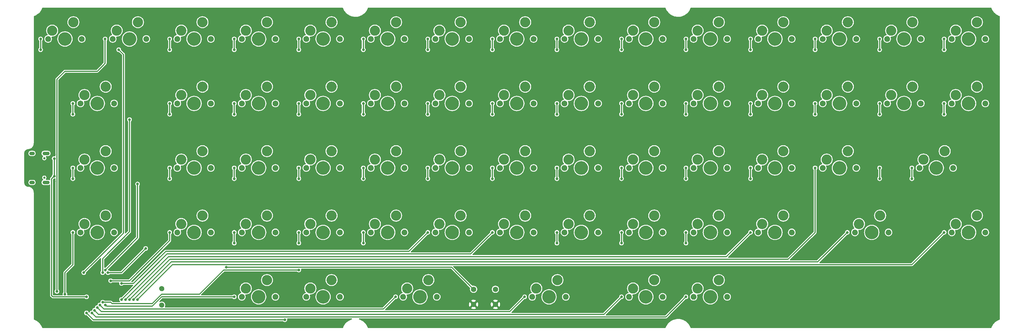
<source format=gtl>
G04 #@! TF.GenerationSoftware,KiCad,Pcbnew,(5.1.2)-2*
G04 #@! TF.CreationDate,2020-03-21T00:34:28+09:00*
G04 #@! TF.ProjectId,kyosoc,6b796f73-6f63-42e6-9b69-6361645f7063,rev?*
G04 #@! TF.SameCoordinates,Original*
G04 #@! TF.FileFunction,Copper,L1,Top*
G04 #@! TF.FilePolarity,Positive*
%FSLAX46Y46*%
G04 Gerber Fmt 4.6, Leading zero omitted, Abs format (unit mm)*
G04 Created by KiCad (PCBNEW (5.1.2)-2) date 2020-03-21 00:34:28*
%MOMM*%
%LPD*%
G04 APERTURE LIST*
%ADD10C,1.600000*%
%ADD11C,0.100000*%
%ADD12C,0.650000*%
%ADD13C,1.000000*%
%ADD14C,1.500000*%
%ADD15C,3.000000*%
%ADD16C,1.700000*%
%ADD17C,4.000000*%
%ADD18C,0.800000*%
%ADD19C,0.300000*%
G04 APERTURE END LIST*
D10*
X135650000Y-88650000D03*
X142150000Y-88650000D03*
X142150000Y-93150000D03*
X135650000Y-93150000D03*
D11*
G36*
X7981857Y-55066564D02*
G01*
X8013405Y-55071244D01*
X8044344Y-55078993D01*
X8074373Y-55089738D01*
X8103205Y-55103375D01*
X8130561Y-55119771D01*
X8156179Y-55138771D01*
X8179811Y-55160189D01*
X8201229Y-55183821D01*
X8220229Y-55209439D01*
X8236625Y-55236795D01*
X8250262Y-55265627D01*
X8261007Y-55295656D01*
X8268756Y-55326595D01*
X8273436Y-55358143D01*
X8275001Y-55389999D01*
X8275001Y-55390001D01*
X8273436Y-55421857D01*
X8268756Y-55453405D01*
X8261007Y-55484344D01*
X8250262Y-55514373D01*
X8236625Y-55543205D01*
X8220229Y-55570561D01*
X8201229Y-55596179D01*
X8179811Y-55619811D01*
X8156179Y-55641229D01*
X8130561Y-55660229D01*
X8103205Y-55676625D01*
X8074373Y-55690262D01*
X8044344Y-55701007D01*
X8013405Y-55708756D01*
X7981857Y-55713436D01*
X7950001Y-55715001D01*
X7949999Y-55715001D01*
X7918143Y-55713436D01*
X7886595Y-55708756D01*
X7855656Y-55701007D01*
X7825627Y-55690262D01*
X7796795Y-55676625D01*
X7769439Y-55660229D01*
X7743821Y-55641229D01*
X7720189Y-55619811D01*
X7698771Y-55596179D01*
X7679771Y-55570561D01*
X7663375Y-55543205D01*
X7649738Y-55514373D01*
X7638993Y-55484344D01*
X7631244Y-55453405D01*
X7626564Y-55421857D01*
X7624999Y-55390001D01*
X7624999Y-55389999D01*
X7626564Y-55358143D01*
X7631244Y-55326595D01*
X7638993Y-55295656D01*
X7649738Y-55265627D01*
X7663375Y-55236795D01*
X7679771Y-55209439D01*
X7698771Y-55183821D01*
X7720189Y-55160189D01*
X7743821Y-55138771D01*
X7769439Y-55119771D01*
X7796795Y-55103375D01*
X7825627Y-55089738D01*
X7855656Y-55078993D01*
X7886595Y-55071244D01*
X7918143Y-55066564D01*
X7949999Y-55064999D01*
X7950001Y-55064999D01*
X7981857Y-55066564D01*
X7981857Y-55066564D01*
G37*
D12*
X7950000Y-55390000D03*
D11*
G36*
X7981857Y-49286564D02*
G01*
X8013405Y-49291244D01*
X8044344Y-49298993D01*
X8074373Y-49309738D01*
X8103205Y-49323375D01*
X8130561Y-49339771D01*
X8156179Y-49358771D01*
X8179811Y-49380189D01*
X8201229Y-49403821D01*
X8220229Y-49429439D01*
X8236625Y-49456795D01*
X8250262Y-49485627D01*
X8261007Y-49515656D01*
X8268756Y-49546595D01*
X8273436Y-49578143D01*
X8275001Y-49609999D01*
X8275001Y-49610001D01*
X8273436Y-49641857D01*
X8268756Y-49673405D01*
X8261007Y-49704344D01*
X8250262Y-49734373D01*
X8236625Y-49763205D01*
X8220229Y-49790561D01*
X8201229Y-49816179D01*
X8179811Y-49839811D01*
X8156179Y-49861229D01*
X8130561Y-49880229D01*
X8103205Y-49896625D01*
X8074373Y-49910262D01*
X8044344Y-49921007D01*
X8013405Y-49928756D01*
X7981857Y-49933436D01*
X7950001Y-49935001D01*
X7949999Y-49935001D01*
X7918143Y-49933436D01*
X7886595Y-49928756D01*
X7855656Y-49921007D01*
X7825627Y-49910262D01*
X7796795Y-49896625D01*
X7769439Y-49880229D01*
X7743821Y-49861229D01*
X7720189Y-49839811D01*
X7698771Y-49816179D01*
X7679771Y-49790561D01*
X7663375Y-49763205D01*
X7649738Y-49734373D01*
X7638993Y-49704344D01*
X7631244Y-49673405D01*
X7626564Y-49641857D01*
X7624999Y-49610001D01*
X7624999Y-49609999D01*
X7626564Y-49578143D01*
X7631244Y-49546595D01*
X7638993Y-49515656D01*
X7649738Y-49485627D01*
X7663375Y-49456795D01*
X7679771Y-49429439D01*
X7698771Y-49403821D01*
X7720189Y-49380189D01*
X7743821Y-49358771D01*
X7769439Y-49339771D01*
X7796795Y-49323375D01*
X7825627Y-49309738D01*
X7855656Y-49298993D01*
X7886595Y-49291244D01*
X7918143Y-49286564D01*
X7949999Y-49284999D01*
X7950001Y-49284999D01*
X7981857Y-49286564D01*
X7981857Y-49286564D01*
G37*
D12*
X7950000Y-49610000D03*
D11*
G36*
X9079009Y-47682407D02*
G01*
X9127545Y-47689606D01*
X9175142Y-47701529D01*
X9221342Y-47718059D01*
X9265698Y-47739038D01*
X9307785Y-47764264D01*
X9347197Y-47793494D01*
X9383553Y-47826446D01*
X9416505Y-47862802D01*
X9445735Y-47902214D01*
X9470961Y-47944301D01*
X9491940Y-47988657D01*
X9508470Y-48034857D01*
X9520393Y-48082454D01*
X9527592Y-48130990D01*
X9530000Y-48179999D01*
X9530000Y-48180001D01*
X9527592Y-48229010D01*
X9520393Y-48277546D01*
X9508470Y-48325143D01*
X9491940Y-48371343D01*
X9470961Y-48415699D01*
X9445735Y-48457786D01*
X9416505Y-48497198D01*
X9383553Y-48533554D01*
X9347197Y-48566506D01*
X9307785Y-48595736D01*
X9265698Y-48620962D01*
X9221342Y-48641941D01*
X9175142Y-48658471D01*
X9127545Y-48670394D01*
X9079009Y-48677593D01*
X9030000Y-48680001D01*
X7930000Y-48680001D01*
X7880991Y-48677593D01*
X7832455Y-48670394D01*
X7784858Y-48658471D01*
X7738658Y-48641941D01*
X7694302Y-48620962D01*
X7652215Y-48595736D01*
X7612803Y-48566506D01*
X7576447Y-48533554D01*
X7543495Y-48497198D01*
X7514265Y-48457786D01*
X7489039Y-48415699D01*
X7468060Y-48371343D01*
X7451530Y-48325143D01*
X7439607Y-48277546D01*
X7432408Y-48229010D01*
X7430000Y-48180001D01*
X7430000Y-48179999D01*
X7432408Y-48130990D01*
X7439607Y-48082454D01*
X7451530Y-48034857D01*
X7468060Y-47988657D01*
X7489039Y-47944301D01*
X7514265Y-47902214D01*
X7543495Y-47862802D01*
X7576447Y-47826446D01*
X7612803Y-47793494D01*
X7652215Y-47764264D01*
X7694302Y-47739038D01*
X7738658Y-47718059D01*
X7784858Y-47701529D01*
X7832455Y-47689606D01*
X7880991Y-47682407D01*
X7930000Y-47679999D01*
X9030000Y-47679999D01*
X9079009Y-47682407D01*
X9079009Y-47682407D01*
G37*
D13*
X8480000Y-48180000D03*
D11*
G36*
X9079009Y-56322407D02*
G01*
X9127545Y-56329606D01*
X9175142Y-56341529D01*
X9221342Y-56358059D01*
X9265698Y-56379038D01*
X9307785Y-56404264D01*
X9347197Y-56433494D01*
X9383553Y-56466446D01*
X9416505Y-56502802D01*
X9445735Y-56542214D01*
X9470961Y-56584301D01*
X9491940Y-56628657D01*
X9508470Y-56674857D01*
X9520393Y-56722454D01*
X9527592Y-56770990D01*
X9530000Y-56819999D01*
X9530000Y-56820001D01*
X9527592Y-56869010D01*
X9520393Y-56917546D01*
X9508470Y-56965143D01*
X9491940Y-57011343D01*
X9470961Y-57055699D01*
X9445735Y-57097786D01*
X9416505Y-57137198D01*
X9383553Y-57173554D01*
X9347197Y-57206506D01*
X9307785Y-57235736D01*
X9265698Y-57260962D01*
X9221342Y-57281941D01*
X9175142Y-57298471D01*
X9127545Y-57310394D01*
X9079009Y-57317593D01*
X9030000Y-57320001D01*
X7930000Y-57320001D01*
X7880991Y-57317593D01*
X7832455Y-57310394D01*
X7784858Y-57298471D01*
X7738658Y-57281941D01*
X7694302Y-57260962D01*
X7652215Y-57235736D01*
X7612803Y-57206506D01*
X7576447Y-57173554D01*
X7543495Y-57137198D01*
X7514265Y-57097786D01*
X7489039Y-57055699D01*
X7468060Y-57011343D01*
X7451530Y-56965143D01*
X7439607Y-56917546D01*
X7432408Y-56869010D01*
X7430000Y-56820001D01*
X7430000Y-56819999D01*
X7432408Y-56770990D01*
X7439607Y-56722454D01*
X7451530Y-56674857D01*
X7468060Y-56628657D01*
X7489039Y-56584301D01*
X7514265Y-56542214D01*
X7543495Y-56502802D01*
X7576447Y-56466446D01*
X7612803Y-56433494D01*
X7652215Y-56404264D01*
X7694302Y-56379038D01*
X7738658Y-56358059D01*
X7784858Y-56341529D01*
X7832455Y-56329606D01*
X7880991Y-56322407D01*
X7930000Y-56319999D01*
X9030000Y-56319999D01*
X9079009Y-56322407D01*
X9079009Y-56322407D01*
G37*
D13*
X8480000Y-56820000D03*
D11*
G36*
X4649009Y-47682407D02*
G01*
X4697545Y-47689606D01*
X4745142Y-47701529D01*
X4791342Y-47718059D01*
X4835698Y-47739038D01*
X4877785Y-47764264D01*
X4917197Y-47793494D01*
X4953553Y-47826446D01*
X4986505Y-47862802D01*
X5015735Y-47902214D01*
X5040961Y-47944301D01*
X5061940Y-47988657D01*
X5078470Y-48034857D01*
X5090393Y-48082454D01*
X5097592Y-48130990D01*
X5100000Y-48179999D01*
X5100000Y-48180001D01*
X5097592Y-48229010D01*
X5090393Y-48277546D01*
X5078470Y-48325143D01*
X5061940Y-48371343D01*
X5040961Y-48415699D01*
X5015735Y-48457786D01*
X4986505Y-48497198D01*
X4953553Y-48533554D01*
X4917197Y-48566506D01*
X4877785Y-48595736D01*
X4835698Y-48620962D01*
X4791342Y-48641941D01*
X4745142Y-48658471D01*
X4697545Y-48670394D01*
X4649009Y-48677593D01*
X4600000Y-48680001D01*
X4000000Y-48680001D01*
X3950991Y-48677593D01*
X3902455Y-48670394D01*
X3854858Y-48658471D01*
X3808658Y-48641941D01*
X3764302Y-48620962D01*
X3722215Y-48595736D01*
X3682803Y-48566506D01*
X3646447Y-48533554D01*
X3613495Y-48497198D01*
X3584265Y-48457786D01*
X3559039Y-48415699D01*
X3538060Y-48371343D01*
X3521530Y-48325143D01*
X3509607Y-48277546D01*
X3502408Y-48229010D01*
X3500000Y-48180001D01*
X3500000Y-48179999D01*
X3502408Y-48130990D01*
X3509607Y-48082454D01*
X3521530Y-48034857D01*
X3538060Y-47988657D01*
X3559039Y-47944301D01*
X3584265Y-47902214D01*
X3613495Y-47862802D01*
X3646447Y-47826446D01*
X3682803Y-47793494D01*
X3722215Y-47764264D01*
X3764302Y-47739038D01*
X3808658Y-47718059D01*
X3854858Y-47701529D01*
X3902455Y-47689606D01*
X3950991Y-47682407D01*
X4000000Y-47679999D01*
X4600000Y-47679999D01*
X4649009Y-47682407D01*
X4649009Y-47682407D01*
G37*
D13*
X4300000Y-48180000D03*
D11*
G36*
X4649009Y-56322407D02*
G01*
X4697545Y-56329606D01*
X4745142Y-56341529D01*
X4791342Y-56358059D01*
X4835698Y-56379038D01*
X4877785Y-56404264D01*
X4917197Y-56433494D01*
X4953553Y-56466446D01*
X4986505Y-56502802D01*
X5015735Y-56542214D01*
X5040961Y-56584301D01*
X5061940Y-56628657D01*
X5078470Y-56674857D01*
X5090393Y-56722454D01*
X5097592Y-56770990D01*
X5100000Y-56819999D01*
X5100000Y-56820001D01*
X5097592Y-56869010D01*
X5090393Y-56917546D01*
X5078470Y-56965143D01*
X5061940Y-57011343D01*
X5040961Y-57055699D01*
X5015735Y-57097786D01*
X4986505Y-57137198D01*
X4953553Y-57173554D01*
X4917197Y-57206506D01*
X4877785Y-57235736D01*
X4835698Y-57260962D01*
X4791342Y-57281941D01*
X4745142Y-57298471D01*
X4697545Y-57310394D01*
X4649009Y-57317593D01*
X4600000Y-57320001D01*
X4000000Y-57320001D01*
X3950991Y-57317593D01*
X3902455Y-57310394D01*
X3854858Y-57298471D01*
X3808658Y-57281941D01*
X3764302Y-57260962D01*
X3722215Y-57235736D01*
X3682803Y-57206506D01*
X3646447Y-57173554D01*
X3613495Y-57137198D01*
X3584265Y-57097786D01*
X3559039Y-57055699D01*
X3538060Y-57011343D01*
X3521530Y-56965143D01*
X3509607Y-56917546D01*
X3502408Y-56869010D01*
X3500000Y-56820001D01*
X3500000Y-56819999D01*
X3502408Y-56770990D01*
X3509607Y-56722454D01*
X3521530Y-56674857D01*
X3538060Y-56628657D01*
X3559039Y-56584301D01*
X3584265Y-56542214D01*
X3613495Y-56502802D01*
X3646447Y-56466446D01*
X3682803Y-56433494D01*
X3722215Y-56404264D01*
X3764302Y-56379038D01*
X3808658Y-56358059D01*
X3854858Y-56341529D01*
X3902455Y-56329606D01*
X3950991Y-56322407D01*
X4000000Y-56319999D01*
X4600000Y-56319999D01*
X4649009Y-56322407D01*
X4649009Y-56322407D01*
G37*
D13*
X4300000Y-56820000D03*
D11*
G36*
X42973514Y-87703610D02*
G01*
X43046319Y-87714410D01*
X43117715Y-87732294D01*
X43187014Y-87757089D01*
X43253549Y-87788558D01*
X43316679Y-87826397D01*
X43375796Y-87870241D01*
X43430331Y-87919669D01*
X43479759Y-87974204D01*
X43523603Y-88033321D01*
X43561442Y-88096451D01*
X43592911Y-88162986D01*
X43617706Y-88232285D01*
X43635590Y-88303681D01*
X43646390Y-88376486D01*
X43650001Y-88449999D01*
X43650001Y-88450001D01*
X43646390Y-88523514D01*
X43635590Y-88596319D01*
X43617706Y-88667715D01*
X43592911Y-88737014D01*
X43561442Y-88803549D01*
X43523603Y-88866679D01*
X43479759Y-88925796D01*
X43430331Y-88980331D01*
X43375796Y-89029759D01*
X43316679Y-89073603D01*
X43253549Y-89111442D01*
X43187014Y-89142911D01*
X43117715Y-89167706D01*
X43046319Y-89185590D01*
X42973514Y-89196390D01*
X42900001Y-89200001D01*
X42899999Y-89200001D01*
X42826486Y-89196390D01*
X42753681Y-89185590D01*
X42682285Y-89167706D01*
X42612986Y-89142911D01*
X42546451Y-89111442D01*
X42483321Y-89073603D01*
X42424204Y-89029759D01*
X42369669Y-88980331D01*
X42320241Y-88925796D01*
X42276397Y-88866679D01*
X42238558Y-88803549D01*
X42207089Y-88737014D01*
X42182294Y-88667715D01*
X42164410Y-88596319D01*
X42153610Y-88523514D01*
X42149999Y-88450001D01*
X42149999Y-88449999D01*
X42153610Y-88376486D01*
X42164410Y-88303681D01*
X42182294Y-88232285D01*
X42207089Y-88162986D01*
X42238558Y-88096451D01*
X42276397Y-88033321D01*
X42320241Y-87974204D01*
X42369669Y-87919669D01*
X42424204Y-87870241D01*
X42483321Y-87826397D01*
X42546451Y-87788558D01*
X42612986Y-87757089D01*
X42682285Y-87732294D01*
X42753681Y-87714410D01*
X42826486Y-87703610D01*
X42899999Y-87699999D01*
X42900001Y-87699999D01*
X42973514Y-87703610D01*
X42973514Y-87703610D01*
G37*
D14*
X42900000Y-88450000D03*
D11*
G36*
X42973514Y-92603610D02*
G01*
X43046319Y-92614410D01*
X43117715Y-92632294D01*
X43187014Y-92657089D01*
X43253549Y-92688558D01*
X43316679Y-92726397D01*
X43375796Y-92770241D01*
X43430331Y-92819669D01*
X43479759Y-92874204D01*
X43523603Y-92933321D01*
X43561442Y-92996451D01*
X43592911Y-93062986D01*
X43617706Y-93132285D01*
X43635590Y-93203681D01*
X43646390Y-93276486D01*
X43650001Y-93349999D01*
X43650001Y-93350001D01*
X43646390Y-93423514D01*
X43635590Y-93496319D01*
X43617706Y-93567715D01*
X43592911Y-93637014D01*
X43561442Y-93703549D01*
X43523603Y-93766679D01*
X43479759Y-93825796D01*
X43430331Y-93880331D01*
X43375796Y-93929759D01*
X43316679Y-93973603D01*
X43253549Y-94011442D01*
X43187014Y-94042911D01*
X43117715Y-94067706D01*
X43046319Y-94085590D01*
X42973514Y-94096390D01*
X42900001Y-94100001D01*
X42899999Y-94100001D01*
X42826486Y-94096390D01*
X42753681Y-94085590D01*
X42682285Y-94067706D01*
X42612986Y-94042911D01*
X42546451Y-94011442D01*
X42483321Y-93973603D01*
X42424204Y-93929759D01*
X42369669Y-93880331D01*
X42320241Y-93825796D01*
X42276397Y-93766679D01*
X42238558Y-93703549D01*
X42207089Y-93637014D01*
X42182294Y-93567715D01*
X42164410Y-93496319D01*
X42153610Y-93423514D01*
X42149999Y-93350001D01*
X42149999Y-93349999D01*
X42153610Y-93276486D01*
X42164410Y-93203681D01*
X42182294Y-93132285D01*
X42207089Y-93062986D01*
X42238558Y-92996451D01*
X42276397Y-92933321D01*
X42320241Y-92874204D01*
X42369669Y-92819669D01*
X42424204Y-92770241D01*
X42483321Y-92726397D01*
X42546451Y-92688558D01*
X42612986Y-92657089D01*
X42682285Y-92632294D01*
X42753681Y-92614410D01*
X42826486Y-92603610D01*
X42899999Y-92599999D01*
X42900001Y-92599999D01*
X42973514Y-92603610D01*
X42973514Y-92603610D01*
G37*
D14*
X42900000Y-93350000D03*
D11*
G36*
X208747027Y-84407222D02*
G01*
X208892636Y-84428821D01*
X209035428Y-84464588D01*
X209174026Y-84514180D01*
X209307096Y-84577117D01*
X209433356Y-84652795D01*
X209551591Y-84740483D01*
X209660661Y-84839339D01*
X209759517Y-84948409D01*
X209847205Y-85066644D01*
X209922883Y-85192904D01*
X209985820Y-85325974D01*
X210035412Y-85464572D01*
X210071179Y-85607364D01*
X210092778Y-85752973D01*
X210100001Y-85899999D01*
X210100001Y-85900001D01*
X210092778Y-86047027D01*
X210071179Y-86192636D01*
X210035412Y-86335428D01*
X209985820Y-86474026D01*
X209922883Y-86607096D01*
X209847205Y-86733356D01*
X209759517Y-86851591D01*
X209660661Y-86960661D01*
X209551591Y-87059517D01*
X209433356Y-87147205D01*
X209307096Y-87222883D01*
X209174026Y-87285820D01*
X209035428Y-87335412D01*
X208892636Y-87371179D01*
X208747027Y-87392778D01*
X208600001Y-87400001D01*
X208599999Y-87400001D01*
X208452973Y-87392778D01*
X208307364Y-87371179D01*
X208164572Y-87335412D01*
X208025974Y-87285820D01*
X207892904Y-87222883D01*
X207766644Y-87147205D01*
X207648409Y-87059517D01*
X207539339Y-86960661D01*
X207440483Y-86851591D01*
X207352795Y-86733356D01*
X207277117Y-86607096D01*
X207214180Y-86474026D01*
X207164588Y-86335428D01*
X207128821Y-86192636D01*
X207107222Y-86047027D01*
X207099999Y-85900001D01*
X207099999Y-85899999D01*
X207107222Y-85752973D01*
X207128821Y-85607364D01*
X207164588Y-85464572D01*
X207214180Y-85325974D01*
X207277117Y-85192904D01*
X207352795Y-85066644D01*
X207440483Y-84948409D01*
X207539339Y-84839339D01*
X207648409Y-84740483D01*
X207766644Y-84652795D01*
X207892904Y-84577117D01*
X208025974Y-84514180D01*
X208164572Y-84464588D01*
X208307364Y-84428821D01*
X208452973Y-84407222D01*
X208599999Y-84399999D01*
X208600001Y-84399999D01*
X208747027Y-84407222D01*
X208747027Y-84407222D01*
G37*
D15*
X208600000Y-85900000D03*
D11*
G36*
X202447027Y-86907222D02*
G01*
X202592636Y-86928821D01*
X202735428Y-86964588D01*
X202874026Y-87014180D01*
X203007096Y-87077117D01*
X203133356Y-87152795D01*
X203251591Y-87240483D01*
X203360661Y-87339339D01*
X203459517Y-87448409D01*
X203547205Y-87566644D01*
X203622883Y-87692904D01*
X203685820Y-87825974D01*
X203735412Y-87964572D01*
X203771179Y-88107364D01*
X203792778Y-88252973D01*
X203800001Y-88399999D01*
X203800001Y-88400001D01*
X203792778Y-88547027D01*
X203771179Y-88692636D01*
X203735412Y-88835428D01*
X203685820Y-88974026D01*
X203622883Y-89107096D01*
X203547205Y-89233356D01*
X203459517Y-89351591D01*
X203360661Y-89460661D01*
X203251591Y-89559517D01*
X203133356Y-89647205D01*
X203007096Y-89722883D01*
X202874026Y-89785820D01*
X202735428Y-89835412D01*
X202592636Y-89871179D01*
X202447027Y-89892778D01*
X202300001Y-89900001D01*
X202299999Y-89900001D01*
X202152973Y-89892778D01*
X202007364Y-89871179D01*
X201864572Y-89835412D01*
X201725974Y-89785820D01*
X201592904Y-89722883D01*
X201466644Y-89647205D01*
X201348409Y-89559517D01*
X201239339Y-89460661D01*
X201140483Y-89351591D01*
X201052795Y-89233356D01*
X200977117Y-89107096D01*
X200914180Y-88974026D01*
X200864588Y-88835428D01*
X200828821Y-88692636D01*
X200807222Y-88547027D01*
X200799999Y-88400001D01*
X200799999Y-88399999D01*
X200807222Y-88252973D01*
X200828821Y-88107364D01*
X200864588Y-87964572D01*
X200914180Y-87825974D01*
X200977117Y-87692904D01*
X201052795Y-87566644D01*
X201140483Y-87448409D01*
X201239339Y-87339339D01*
X201348409Y-87240483D01*
X201466644Y-87152795D01*
X201592904Y-87077117D01*
X201725974Y-87014180D01*
X201864572Y-86964588D01*
X202007364Y-86928821D01*
X202152973Y-86907222D01*
X202299999Y-86899999D01*
X202300001Y-86899999D01*
X202447027Y-86907222D01*
X202447027Y-86907222D01*
G37*
D15*
X202300000Y-88400000D03*
D11*
G36*
X201183316Y-90054092D02*
G01*
X201265828Y-90066332D01*
X201346743Y-90086600D01*
X201425282Y-90114701D01*
X201500688Y-90150366D01*
X201572236Y-90193250D01*
X201639235Y-90242940D01*
X201701042Y-90298958D01*
X201757060Y-90360765D01*
X201806750Y-90427764D01*
X201849634Y-90499312D01*
X201885299Y-90574718D01*
X201913400Y-90653257D01*
X201933668Y-90734172D01*
X201945908Y-90816684D01*
X201950001Y-90899999D01*
X201950001Y-90900001D01*
X201945908Y-90983316D01*
X201933668Y-91065828D01*
X201913400Y-91146743D01*
X201885299Y-91225282D01*
X201849634Y-91300688D01*
X201806750Y-91372236D01*
X201757060Y-91439235D01*
X201701042Y-91501042D01*
X201639235Y-91557060D01*
X201572236Y-91606750D01*
X201500688Y-91649634D01*
X201425282Y-91685299D01*
X201346743Y-91713400D01*
X201265828Y-91733668D01*
X201183316Y-91745908D01*
X201100001Y-91750001D01*
X201099999Y-91750001D01*
X201016684Y-91745908D01*
X200934172Y-91733668D01*
X200853257Y-91713400D01*
X200774718Y-91685299D01*
X200699312Y-91649634D01*
X200627764Y-91606750D01*
X200560765Y-91557060D01*
X200498958Y-91501042D01*
X200442940Y-91439235D01*
X200393250Y-91372236D01*
X200350366Y-91300688D01*
X200314701Y-91225282D01*
X200286600Y-91146743D01*
X200266332Y-91065828D01*
X200254092Y-90983316D01*
X200249999Y-90900001D01*
X200249999Y-90899999D01*
X200254092Y-90816684D01*
X200266332Y-90734172D01*
X200286600Y-90653257D01*
X200314701Y-90574718D01*
X200350366Y-90499312D01*
X200393250Y-90427764D01*
X200442940Y-90360765D01*
X200498958Y-90298958D01*
X200560765Y-90242940D01*
X200627764Y-90193250D01*
X200699312Y-90150366D01*
X200774718Y-90114701D01*
X200853257Y-90086600D01*
X200934172Y-90066332D01*
X201016684Y-90054092D01*
X201099999Y-90049999D01*
X201100001Y-90049999D01*
X201183316Y-90054092D01*
X201183316Y-90054092D01*
G37*
D16*
X201100000Y-90900000D03*
D11*
G36*
X211183316Y-90054092D02*
G01*
X211265828Y-90066332D01*
X211346743Y-90086600D01*
X211425282Y-90114701D01*
X211500688Y-90150366D01*
X211572236Y-90193250D01*
X211639235Y-90242940D01*
X211701042Y-90298958D01*
X211757060Y-90360765D01*
X211806750Y-90427764D01*
X211849634Y-90499312D01*
X211885299Y-90574718D01*
X211913400Y-90653257D01*
X211933668Y-90734172D01*
X211945908Y-90816684D01*
X211950001Y-90899999D01*
X211950001Y-90900001D01*
X211945908Y-90983316D01*
X211933668Y-91065828D01*
X211913400Y-91146743D01*
X211885299Y-91225282D01*
X211849634Y-91300688D01*
X211806750Y-91372236D01*
X211757060Y-91439235D01*
X211701042Y-91501042D01*
X211639235Y-91557060D01*
X211572236Y-91606750D01*
X211500688Y-91649634D01*
X211425282Y-91685299D01*
X211346743Y-91713400D01*
X211265828Y-91733668D01*
X211183316Y-91745908D01*
X211100001Y-91750001D01*
X211099999Y-91750001D01*
X211016684Y-91745908D01*
X210934172Y-91733668D01*
X210853257Y-91713400D01*
X210774718Y-91685299D01*
X210699312Y-91649634D01*
X210627764Y-91606750D01*
X210560765Y-91557060D01*
X210498958Y-91501042D01*
X210442940Y-91439235D01*
X210393250Y-91372236D01*
X210350366Y-91300688D01*
X210314701Y-91225282D01*
X210286600Y-91146743D01*
X210266332Y-91065828D01*
X210254092Y-90983316D01*
X210249999Y-90900001D01*
X210249999Y-90899999D01*
X210254092Y-90816684D01*
X210266332Y-90734172D01*
X210286600Y-90653257D01*
X210314701Y-90574718D01*
X210350366Y-90499312D01*
X210393250Y-90427764D01*
X210442940Y-90360765D01*
X210498958Y-90298958D01*
X210560765Y-90242940D01*
X210627764Y-90193250D01*
X210699312Y-90150366D01*
X210774718Y-90114701D01*
X210853257Y-90086600D01*
X210934172Y-90066332D01*
X211016684Y-90054092D01*
X211099999Y-90049999D01*
X211100001Y-90049999D01*
X211183316Y-90054092D01*
X211183316Y-90054092D01*
G37*
D16*
X211100000Y-90900000D03*
D11*
G36*
X206296035Y-88909630D02*
G01*
X206490182Y-88938428D01*
X206680570Y-88986118D01*
X206865368Y-89052240D01*
X207042794Y-89136156D01*
X207211141Y-89237060D01*
X207368788Y-89353978D01*
X207514215Y-89485785D01*
X207646022Y-89631212D01*
X207762940Y-89788859D01*
X207863844Y-89957206D01*
X207947760Y-90134632D01*
X208013882Y-90319430D01*
X208061572Y-90509818D01*
X208090370Y-90703965D01*
X208100001Y-90899999D01*
X208100001Y-90900001D01*
X208090370Y-91096035D01*
X208061572Y-91290182D01*
X208013882Y-91480570D01*
X207947760Y-91665368D01*
X207863844Y-91842794D01*
X207762940Y-92011141D01*
X207646022Y-92168788D01*
X207514215Y-92314215D01*
X207368788Y-92446022D01*
X207211141Y-92562940D01*
X207042794Y-92663844D01*
X206865368Y-92747760D01*
X206680570Y-92813882D01*
X206490182Y-92861572D01*
X206296035Y-92890370D01*
X206100001Y-92900001D01*
X206099999Y-92900001D01*
X205903965Y-92890370D01*
X205709818Y-92861572D01*
X205519430Y-92813882D01*
X205334632Y-92747760D01*
X205157206Y-92663844D01*
X204988859Y-92562940D01*
X204831212Y-92446022D01*
X204685785Y-92314215D01*
X204553978Y-92168788D01*
X204437060Y-92011141D01*
X204336156Y-91842794D01*
X204252240Y-91665368D01*
X204186118Y-91480570D01*
X204138428Y-91290182D01*
X204109630Y-91096035D01*
X204099999Y-90900001D01*
X204099999Y-90899999D01*
X204109630Y-90703965D01*
X204138428Y-90509818D01*
X204186118Y-90319430D01*
X204252240Y-90134632D01*
X204336156Y-89957206D01*
X204437060Y-89788859D01*
X204553978Y-89631212D01*
X204685785Y-89485785D01*
X204831212Y-89353978D01*
X204988859Y-89237060D01*
X205157206Y-89136156D01*
X205334632Y-89052240D01*
X205519430Y-88986118D01*
X205709818Y-88938428D01*
X205903965Y-88909630D01*
X206099999Y-88899999D01*
X206100001Y-88899999D01*
X206296035Y-88909630D01*
X206296035Y-88909630D01*
G37*
D17*
X206100000Y-90900000D03*
D11*
G36*
X189547027Y-84407222D02*
G01*
X189692636Y-84428821D01*
X189835428Y-84464588D01*
X189974026Y-84514180D01*
X190107096Y-84577117D01*
X190233356Y-84652795D01*
X190351591Y-84740483D01*
X190460661Y-84839339D01*
X190559517Y-84948409D01*
X190647205Y-85066644D01*
X190722883Y-85192904D01*
X190785820Y-85325974D01*
X190835412Y-85464572D01*
X190871179Y-85607364D01*
X190892778Y-85752973D01*
X190900001Y-85899999D01*
X190900001Y-85900001D01*
X190892778Y-86047027D01*
X190871179Y-86192636D01*
X190835412Y-86335428D01*
X190785820Y-86474026D01*
X190722883Y-86607096D01*
X190647205Y-86733356D01*
X190559517Y-86851591D01*
X190460661Y-86960661D01*
X190351591Y-87059517D01*
X190233356Y-87147205D01*
X190107096Y-87222883D01*
X189974026Y-87285820D01*
X189835428Y-87335412D01*
X189692636Y-87371179D01*
X189547027Y-87392778D01*
X189400001Y-87400001D01*
X189399999Y-87400001D01*
X189252973Y-87392778D01*
X189107364Y-87371179D01*
X188964572Y-87335412D01*
X188825974Y-87285820D01*
X188692904Y-87222883D01*
X188566644Y-87147205D01*
X188448409Y-87059517D01*
X188339339Y-86960661D01*
X188240483Y-86851591D01*
X188152795Y-86733356D01*
X188077117Y-86607096D01*
X188014180Y-86474026D01*
X187964588Y-86335428D01*
X187928821Y-86192636D01*
X187907222Y-86047027D01*
X187899999Y-85900001D01*
X187899999Y-85899999D01*
X187907222Y-85752973D01*
X187928821Y-85607364D01*
X187964588Y-85464572D01*
X188014180Y-85325974D01*
X188077117Y-85192904D01*
X188152795Y-85066644D01*
X188240483Y-84948409D01*
X188339339Y-84839339D01*
X188448409Y-84740483D01*
X188566644Y-84652795D01*
X188692904Y-84577117D01*
X188825974Y-84514180D01*
X188964572Y-84464588D01*
X189107364Y-84428821D01*
X189252973Y-84407222D01*
X189399999Y-84399999D01*
X189400001Y-84399999D01*
X189547027Y-84407222D01*
X189547027Y-84407222D01*
G37*
D15*
X189400000Y-85900000D03*
D11*
G36*
X183247027Y-86907222D02*
G01*
X183392636Y-86928821D01*
X183535428Y-86964588D01*
X183674026Y-87014180D01*
X183807096Y-87077117D01*
X183933356Y-87152795D01*
X184051591Y-87240483D01*
X184160661Y-87339339D01*
X184259517Y-87448409D01*
X184347205Y-87566644D01*
X184422883Y-87692904D01*
X184485820Y-87825974D01*
X184535412Y-87964572D01*
X184571179Y-88107364D01*
X184592778Y-88252973D01*
X184600001Y-88399999D01*
X184600001Y-88400001D01*
X184592778Y-88547027D01*
X184571179Y-88692636D01*
X184535412Y-88835428D01*
X184485820Y-88974026D01*
X184422883Y-89107096D01*
X184347205Y-89233356D01*
X184259517Y-89351591D01*
X184160661Y-89460661D01*
X184051591Y-89559517D01*
X183933356Y-89647205D01*
X183807096Y-89722883D01*
X183674026Y-89785820D01*
X183535428Y-89835412D01*
X183392636Y-89871179D01*
X183247027Y-89892778D01*
X183100001Y-89900001D01*
X183099999Y-89900001D01*
X182952973Y-89892778D01*
X182807364Y-89871179D01*
X182664572Y-89835412D01*
X182525974Y-89785820D01*
X182392904Y-89722883D01*
X182266644Y-89647205D01*
X182148409Y-89559517D01*
X182039339Y-89460661D01*
X181940483Y-89351591D01*
X181852795Y-89233356D01*
X181777117Y-89107096D01*
X181714180Y-88974026D01*
X181664588Y-88835428D01*
X181628821Y-88692636D01*
X181607222Y-88547027D01*
X181599999Y-88400001D01*
X181599999Y-88399999D01*
X181607222Y-88252973D01*
X181628821Y-88107364D01*
X181664588Y-87964572D01*
X181714180Y-87825974D01*
X181777117Y-87692904D01*
X181852795Y-87566644D01*
X181940483Y-87448409D01*
X182039339Y-87339339D01*
X182148409Y-87240483D01*
X182266644Y-87152795D01*
X182392904Y-87077117D01*
X182525974Y-87014180D01*
X182664572Y-86964588D01*
X182807364Y-86928821D01*
X182952973Y-86907222D01*
X183099999Y-86899999D01*
X183100001Y-86899999D01*
X183247027Y-86907222D01*
X183247027Y-86907222D01*
G37*
D15*
X183100000Y-88400000D03*
D11*
G36*
X181983316Y-90054092D02*
G01*
X182065828Y-90066332D01*
X182146743Y-90086600D01*
X182225282Y-90114701D01*
X182300688Y-90150366D01*
X182372236Y-90193250D01*
X182439235Y-90242940D01*
X182501042Y-90298958D01*
X182557060Y-90360765D01*
X182606750Y-90427764D01*
X182649634Y-90499312D01*
X182685299Y-90574718D01*
X182713400Y-90653257D01*
X182733668Y-90734172D01*
X182745908Y-90816684D01*
X182750001Y-90899999D01*
X182750001Y-90900001D01*
X182745908Y-90983316D01*
X182733668Y-91065828D01*
X182713400Y-91146743D01*
X182685299Y-91225282D01*
X182649634Y-91300688D01*
X182606750Y-91372236D01*
X182557060Y-91439235D01*
X182501042Y-91501042D01*
X182439235Y-91557060D01*
X182372236Y-91606750D01*
X182300688Y-91649634D01*
X182225282Y-91685299D01*
X182146743Y-91713400D01*
X182065828Y-91733668D01*
X181983316Y-91745908D01*
X181900001Y-91750001D01*
X181899999Y-91750001D01*
X181816684Y-91745908D01*
X181734172Y-91733668D01*
X181653257Y-91713400D01*
X181574718Y-91685299D01*
X181499312Y-91649634D01*
X181427764Y-91606750D01*
X181360765Y-91557060D01*
X181298958Y-91501042D01*
X181242940Y-91439235D01*
X181193250Y-91372236D01*
X181150366Y-91300688D01*
X181114701Y-91225282D01*
X181086600Y-91146743D01*
X181066332Y-91065828D01*
X181054092Y-90983316D01*
X181049999Y-90900001D01*
X181049999Y-90899999D01*
X181054092Y-90816684D01*
X181066332Y-90734172D01*
X181086600Y-90653257D01*
X181114701Y-90574718D01*
X181150366Y-90499312D01*
X181193250Y-90427764D01*
X181242940Y-90360765D01*
X181298958Y-90298958D01*
X181360765Y-90242940D01*
X181427764Y-90193250D01*
X181499312Y-90150366D01*
X181574718Y-90114701D01*
X181653257Y-90086600D01*
X181734172Y-90066332D01*
X181816684Y-90054092D01*
X181899999Y-90049999D01*
X181900001Y-90049999D01*
X181983316Y-90054092D01*
X181983316Y-90054092D01*
G37*
D16*
X181900000Y-90900000D03*
D11*
G36*
X191983316Y-90054092D02*
G01*
X192065828Y-90066332D01*
X192146743Y-90086600D01*
X192225282Y-90114701D01*
X192300688Y-90150366D01*
X192372236Y-90193250D01*
X192439235Y-90242940D01*
X192501042Y-90298958D01*
X192557060Y-90360765D01*
X192606750Y-90427764D01*
X192649634Y-90499312D01*
X192685299Y-90574718D01*
X192713400Y-90653257D01*
X192733668Y-90734172D01*
X192745908Y-90816684D01*
X192750001Y-90899999D01*
X192750001Y-90900001D01*
X192745908Y-90983316D01*
X192733668Y-91065828D01*
X192713400Y-91146743D01*
X192685299Y-91225282D01*
X192649634Y-91300688D01*
X192606750Y-91372236D01*
X192557060Y-91439235D01*
X192501042Y-91501042D01*
X192439235Y-91557060D01*
X192372236Y-91606750D01*
X192300688Y-91649634D01*
X192225282Y-91685299D01*
X192146743Y-91713400D01*
X192065828Y-91733668D01*
X191983316Y-91745908D01*
X191900001Y-91750001D01*
X191899999Y-91750001D01*
X191816684Y-91745908D01*
X191734172Y-91733668D01*
X191653257Y-91713400D01*
X191574718Y-91685299D01*
X191499312Y-91649634D01*
X191427764Y-91606750D01*
X191360765Y-91557060D01*
X191298958Y-91501042D01*
X191242940Y-91439235D01*
X191193250Y-91372236D01*
X191150366Y-91300688D01*
X191114701Y-91225282D01*
X191086600Y-91146743D01*
X191066332Y-91065828D01*
X191054092Y-90983316D01*
X191049999Y-90900001D01*
X191049999Y-90899999D01*
X191054092Y-90816684D01*
X191066332Y-90734172D01*
X191086600Y-90653257D01*
X191114701Y-90574718D01*
X191150366Y-90499312D01*
X191193250Y-90427764D01*
X191242940Y-90360765D01*
X191298958Y-90298958D01*
X191360765Y-90242940D01*
X191427764Y-90193250D01*
X191499312Y-90150366D01*
X191574718Y-90114701D01*
X191653257Y-90086600D01*
X191734172Y-90066332D01*
X191816684Y-90054092D01*
X191899999Y-90049999D01*
X191900001Y-90049999D01*
X191983316Y-90054092D01*
X191983316Y-90054092D01*
G37*
D16*
X191900000Y-90900000D03*
D11*
G36*
X187096035Y-88909630D02*
G01*
X187290182Y-88938428D01*
X187480570Y-88986118D01*
X187665368Y-89052240D01*
X187842794Y-89136156D01*
X188011141Y-89237060D01*
X188168788Y-89353978D01*
X188314215Y-89485785D01*
X188446022Y-89631212D01*
X188562940Y-89788859D01*
X188663844Y-89957206D01*
X188747760Y-90134632D01*
X188813882Y-90319430D01*
X188861572Y-90509818D01*
X188890370Y-90703965D01*
X188900001Y-90899999D01*
X188900001Y-90900001D01*
X188890370Y-91096035D01*
X188861572Y-91290182D01*
X188813882Y-91480570D01*
X188747760Y-91665368D01*
X188663844Y-91842794D01*
X188562940Y-92011141D01*
X188446022Y-92168788D01*
X188314215Y-92314215D01*
X188168788Y-92446022D01*
X188011141Y-92562940D01*
X187842794Y-92663844D01*
X187665368Y-92747760D01*
X187480570Y-92813882D01*
X187290182Y-92861572D01*
X187096035Y-92890370D01*
X186900001Y-92900001D01*
X186899999Y-92900001D01*
X186703965Y-92890370D01*
X186509818Y-92861572D01*
X186319430Y-92813882D01*
X186134632Y-92747760D01*
X185957206Y-92663844D01*
X185788859Y-92562940D01*
X185631212Y-92446022D01*
X185485785Y-92314215D01*
X185353978Y-92168788D01*
X185237060Y-92011141D01*
X185136156Y-91842794D01*
X185052240Y-91665368D01*
X184986118Y-91480570D01*
X184938428Y-91290182D01*
X184909630Y-91096035D01*
X184899999Y-90900001D01*
X184899999Y-90899999D01*
X184909630Y-90703965D01*
X184938428Y-90509818D01*
X184986118Y-90319430D01*
X185052240Y-90134632D01*
X185136156Y-89957206D01*
X185237060Y-89788859D01*
X185353978Y-89631212D01*
X185485785Y-89485785D01*
X185631212Y-89353978D01*
X185788859Y-89237060D01*
X185957206Y-89136156D01*
X186134632Y-89052240D01*
X186319430Y-88986118D01*
X186509818Y-88938428D01*
X186703965Y-88909630D01*
X186899999Y-88899999D01*
X186900001Y-88899999D01*
X187096035Y-88909630D01*
X187096035Y-88909630D01*
G37*
D17*
X186900000Y-90900000D03*
D11*
G36*
X160747027Y-84407222D02*
G01*
X160892636Y-84428821D01*
X161035428Y-84464588D01*
X161174026Y-84514180D01*
X161307096Y-84577117D01*
X161433356Y-84652795D01*
X161551591Y-84740483D01*
X161660661Y-84839339D01*
X161759517Y-84948409D01*
X161847205Y-85066644D01*
X161922883Y-85192904D01*
X161985820Y-85325974D01*
X162035412Y-85464572D01*
X162071179Y-85607364D01*
X162092778Y-85752973D01*
X162100001Y-85899999D01*
X162100001Y-85900001D01*
X162092778Y-86047027D01*
X162071179Y-86192636D01*
X162035412Y-86335428D01*
X161985820Y-86474026D01*
X161922883Y-86607096D01*
X161847205Y-86733356D01*
X161759517Y-86851591D01*
X161660661Y-86960661D01*
X161551591Y-87059517D01*
X161433356Y-87147205D01*
X161307096Y-87222883D01*
X161174026Y-87285820D01*
X161035428Y-87335412D01*
X160892636Y-87371179D01*
X160747027Y-87392778D01*
X160600001Y-87400001D01*
X160599999Y-87400001D01*
X160452973Y-87392778D01*
X160307364Y-87371179D01*
X160164572Y-87335412D01*
X160025974Y-87285820D01*
X159892904Y-87222883D01*
X159766644Y-87147205D01*
X159648409Y-87059517D01*
X159539339Y-86960661D01*
X159440483Y-86851591D01*
X159352795Y-86733356D01*
X159277117Y-86607096D01*
X159214180Y-86474026D01*
X159164588Y-86335428D01*
X159128821Y-86192636D01*
X159107222Y-86047027D01*
X159099999Y-85900001D01*
X159099999Y-85899999D01*
X159107222Y-85752973D01*
X159128821Y-85607364D01*
X159164588Y-85464572D01*
X159214180Y-85325974D01*
X159277117Y-85192904D01*
X159352795Y-85066644D01*
X159440483Y-84948409D01*
X159539339Y-84839339D01*
X159648409Y-84740483D01*
X159766644Y-84652795D01*
X159892904Y-84577117D01*
X160025974Y-84514180D01*
X160164572Y-84464588D01*
X160307364Y-84428821D01*
X160452973Y-84407222D01*
X160599999Y-84399999D01*
X160600001Y-84399999D01*
X160747027Y-84407222D01*
X160747027Y-84407222D01*
G37*
D15*
X160600000Y-85900000D03*
D11*
G36*
X154447027Y-86907222D02*
G01*
X154592636Y-86928821D01*
X154735428Y-86964588D01*
X154874026Y-87014180D01*
X155007096Y-87077117D01*
X155133356Y-87152795D01*
X155251591Y-87240483D01*
X155360661Y-87339339D01*
X155459517Y-87448409D01*
X155547205Y-87566644D01*
X155622883Y-87692904D01*
X155685820Y-87825974D01*
X155735412Y-87964572D01*
X155771179Y-88107364D01*
X155792778Y-88252973D01*
X155800001Y-88399999D01*
X155800001Y-88400001D01*
X155792778Y-88547027D01*
X155771179Y-88692636D01*
X155735412Y-88835428D01*
X155685820Y-88974026D01*
X155622883Y-89107096D01*
X155547205Y-89233356D01*
X155459517Y-89351591D01*
X155360661Y-89460661D01*
X155251591Y-89559517D01*
X155133356Y-89647205D01*
X155007096Y-89722883D01*
X154874026Y-89785820D01*
X154735428Y-89835412D01*
X154592636Y-89871179D01*
X154447027Y-89892778D01*
X154300001Y-89900001D01*
X154299999Y-89900001D01*
X154152973Y-89892778D01*
X154007364Y-89871179D01*
X153864572Y-89835412D01*
X153725974Y-89785820D01*
X153592904Y-89722883D01*
X153466644Y-89647205D01*
X153348409Y-89559517D01*
X153239339Y-89460661D01*
X153140483Y-89351591D01*
X153052795Y-89233356D01*
X152977117Y-89107096D01*
X152914180Y-88974026D01*
X152864588Y-88835428D01*
X152828821Y-88692636D01*
X152807222Y-88547027D01*
X152799999Y-88400001D01*
X152799999Y-88399999D01*
X152807222Y-88252973D01*
X152828821Y-88107364D01*
X152864588Y-87964572D01*
X152914180Y-87825974D01*
X152977117Y-87692904D01*
X153052795Y-87566644D01*
X153140483Y-87448409D01*
X153239339Y-87339339D01*
X153348409Y-87240483D01*
X153466644Y-87152795D01*
X153592904Y-87077117D01*
X153725974Y-87014180D01*
X153864572Y-86964588D01*
X154007364Y-86928821D01*
X154152973Y-86907222D01*
X154299999Y-86899999D01*
X154300001Y-86899999D01*
X154447027Y-86907222D01*
X154447027Y-86907222D01*
G37*
D15*
X154300000Y-88400000D03*
D11*
G36*
X153183316Y-90054092D02*
G01*
X153265828Y-90066332D01*
X153346743Y-90086600D01*
X153425282Y-90114701D01*
X153500688Y-90150366D01*
X153572236Y-90193250D01*
X153639235Y-90242940D01*
X153701042Y-90298958D01*
X153757060Y-90360765D01*
X153806750Y-90427764D01*
X153849634Y-90499312D01*
X153885299Y-90574718D01*
X153913400Y-90653257D01*
X153933668Y-90734172D01*
X153945908Y-90816684D01*
X153950001Y-90899999D01*
X153950001Y-90900001D01*
X153945908Y-90983316D01*
X153933668Y-91065828D01*
X153913400Y-91146743D01*
X153885299Y-91225282D01*
X153849634Y-91300688D01*
X153806750Y-91372236D01*
X153757060Y-91439235D01*
X153701042Y-91501042D01*
X153639235Y-91557060D01*
X153572236Y-91606750D01*
X153500688Y-91649634D01*
X153425282Y-91685299D01*
X153346743Y-91713400D01*
X153265828Y-91733668D01*
X153183316Y-91745908D01*
X153100001Y-91750001D01*
X153099999Y-91750001D01*
X153016684Y-91745908D01*
X152934172Y-91733668D01*
X152853257Y-91713400D01*
X152774718Y-91685299D01*
X152699312Y-91649634D01*
X152627764Y-91606750D01*
X152560765Y-91557060D01*
X152498958Y-91501042D01*
X152442940Y-91439235D01*
X152393250Y-91372236D01*
X152350366Y-91300688D01*
X152314701Y-91225282D01*
X152286600Y-91146743D01*
X152266332Y-91065828D01*
X152254092Y-90983316D01*
X152249999Y-90900001D01*
X152249999Y-90899999D01*
X152254092Y-90816684D01*
X152266332Y-90734172D01*
X152286600Y-90653257D01*
X152314701Y-90574718D01*
X152350366Y-90499312D01*
X152393250Y-90427764D01*
X152442940Y-90360765D01*
X152498958Y-90298958D01*
X152560765Y-90242940D01*
X152627764Y-90193250D01*
X152699312Y-90150366D01*
X152774718Y-90114701D01*
X152853257Y-90086600D01*
X152934172Y-90066332D01*
X153016684Y-90054092D01*
X153099999Y-90049999D01*
X153100001Y-90049999D01*
X153183316Y-90054092D01*
X153183316Y-90054092D01*
G37*
D16*
X153100000Y-90900000D03*
D11*
G36*
X163183316Y-90054092D02*
G01*
X163265828Y-90066332D01*
X163346743Y-90086600D01*
X163425282Y-90114701D01*
X163500688Y-90150366D01*
X163572236Y-90193250D01*
X163639235Y-90242940D01*
X163701042Y-90298958D01*
X163757060Y-90360765D01*
X163806750Y-90427764D01*
X163849634Y-90499312D01*
X163885299Y-90574718D01*
X163913400Y-90653257D01*
X163933668Y-90734172D01*
X163945908Y-90816684D01*
X163950001Y-90899999D01*
X163950001Y-90900001D01*
X163945908Y-90983316D01*
X163933668Y-91065828D01*
X163913400Y-91146743D01*
X163885299Y-91225282D01*
X163849634Y-91300688D01*
X163806750Y-91372236D01*
X163757060Y-91439235D01*
X163701042Y-91501042D01*
X163639235Y-91557060D01*
X163572236Y-91606750D01*
X163500688Y-91649634D01*
X163425282Y-91685299D01*
X163346743Y-91713400D01*
X163265828Y-91733668D01*
X163183316Y-91745908D01*
X163100001Y-91750001D01*
X163099999Y-91750001D01*
X163016684Y-91745908D01*
X162934172Y-91733668D01*
X162853257Y-91713400D01*
X162774718Y-91685299D01*
X162699312Y-91649634D01*
X162627764Y-91606750D01*
X162560765Y-91557060D01*
X162498958Y-91501042D01*
X162442940Y-91439235D01*
X162393250Y-91372236D01*
X162350366Y-91300688D01*
X162314701Y-91225282D01*
X162286600Y-91146743D01*
X162266332Y-91065828D01*
X162254092Y-90983316D01*
X162249999Y-90900001D01*
X162249999Y-90899999D01*
X162254092Y-90816684D01*
X162266332Y-90734172D01*
X162286600Y-90653257D01*
X162314701Y-90574718D01*
X162350366Y-90499312D01*
X162393250Y-90427764D01*
X162442940Y-90360765D01*
X162498958Y-90298958D01*
X162560765Y-90242940D01*
X162627764Y-90193250D01*
X162699312Y-90150366D01*
X162774718Y-90114701D01*
X162853257Y-90086600D01*
X162934172Y-90066332D01*
X163016684Y-90054092D01*
X163099999Y-90049999D01*
X163100001Y-90049999D01*
X163183316Y-90054092D01*
X163183316Y-90054092D01*
G37*
D16*
X163100000Y-90900000D03*
D11*
G36*
X158296035Y-88909630D02*
G01*
X158490182Y-88938428D01*
X158680570Y-88986118D01*
X158865368Y-89052240D01*
X159042794Y-89136156D01*
X159211141Y-89237060D01*
X159368788Y-89353978D01*
X159514215Y-89485785D01*
X159646022Y-89631212D01*
X159762940Y-89788859D01*
X159863844Y-89957206D01*
X159947760Y-90134632D01*
X160013882Y-90319430D01*
X160061572Y-90509818D01*
X160090370Y-90703965D01*
X160100001Y-90899999D01*
X160100001Y-90900001D01*
X160090370Y-91096035D01*
X160061572Y-91290182D01*
X160013882Y-91480570D01*
X159947760Y-91665368D01*
X159863844Y-91842794D01*
X159762940Y-92011141D01*
X159646022Y-92168788D01*
X159514215Y-92314215D01*
X159368788Y-92446022D01*
X159211141Y-92562940D01*
X159042794Y-92663844D01*
X158865368Y-92747760D01*
X158680570Y-92813882D01*
X158490182Y-92861572D01*
X158296035Y-92890370D01*
X158100001Y-92900001D01*
X158099999Y-92900001D01*
X157903965Y-92890370D01*
X157709818Y-92861572D01*
X157519430Y-92813882D01*
X157334632Y-92747760D01*
X157157206Y-92663844D01*
X156988859Y-92562940D01*
X156831212Y-92446022D01*
X156685785Y-92314215D01*
X156553978Y-92168788D01*
X156437060Y-92011141D01*
X156336156Y-91842794D01*
X156252240Y-91665368D01*
X156186118Y-91480570D01*
X156138428Y-91290182D01*
X156109630Y-91096035D01*
X156099999Y-90900001D01*
X156099999Y-90899999D01*
X156109630Y-90703965D01*
X156138428Y-90509818D01*
X156186118Y-90319430D01*
X156252240Y-90134632D01*
X156336156Y-89957206D01*
X156437060Y-89788859D01*
X156553978Y-89631212D01*
X156685785Y-89485785D01*
X156831212Y-89353978D01*
X156988859Y-89237060D01*
X157157206Y-89136156D01*
X157334632Y-89052240D01*
X157519430Y-88986118D01*
X157709818Y-88938428D01*
X157903965Y-88909630D01*
X158099999Y-88899999D01*
X158100001Y-88899999D01*
X158296035Y-88909630D01*
X158296035Y-88909630D01*
G37*
D17*
X158100000Y-90900000D03*
D11*
G36*
X122347027Y-84407222D02*
G01*
X122492636Y-84428821D01*
X122635428Y-84464588D01*
X122774026Y-84514180D01*
X122907096Y-84577117D01*
X123033356Y-84652795D01*
X123151591Y-84740483D01*
X123260661Y-84839339D01*
X123359517Y-84948409D01*
X123447205Y-85066644D01*
X123522883Y-85192904D01*
X123585820Y-85325974D01*
X123635412Y-85464572D01*
X123671179Y-85607364D01*
X123692778Y-85752973D01*
X123700001Y-85899999D01*
X123700001Y-85900001D01*
X123692778Y-86047027D01*
X123671179Y-86192636D01*
X123635412Y-86335428D01*
X123585820Y-86474026D01*
X123522883Y-86607096D01*
X123447205Y-86733356D01*
X123359517Y-86851591D01*
X123260661Y-86960661D01*
X123151591Y-87059517D01*
X123033356Y-87147205D01*
X122907096Y-87222883D01*
X122774026Y-87285820D01*
X122635428Y-87335412D01*
X122492636Y-87371179D01*
X122347027Y-87392778D01*
X122200001Y-87400001D01*
X122199999Y-87400001D01*
X122052973Y-87392778D01*
X121907364Y-87371179D01*
X121764572Y-87335412D01*
X121625974Y-87285820D01*
X121492904Y-87222883D01*
X121366644Y-87147205D01*
X121248409Y-87059517D01*
X121139339Y-86960661D01*
X121040483Y-86851591D01*
X120952795Y-86733356D01*
X120877117Y-86607096D01*
X120814180Y-86474026D01*
X120764588Y-86335428D01*
X120728821Y-86192636D01*
X120707222Y-86047027D01*
X120699999Y-85900001D01*
X120699999Y-85899999D01*
X120707222Y-85752973D01*
X120728821Y-85607364D01*
X120764588Y-85464572D01*
X120814180Y-85325974D01*
X120877117Y-85192904D01*
X120952795Y-85066644D01*
X121040483Y-84948409D01*
X121139339Y-84839339D01*
X121248409Y-84740483D01*
X121366644Y-84652795D01*
X121492904Y-84577117D01*
X121625974Y-84514180D01*
X121764572Y-84464588D01*
X121907364Y-84428821D01*
X122052973Y-84407222D01*
X122199999Y-84399999D01*
X122200001Y-84399999D01*
X122347027Y-84407222D01*
X122347027Y-84407222D01*
G37*
D15*
X122200000Y-85900000D03*
D11*
G36*
X116047027Y-86907222D02*
G01*
X116192636Y-86928821D01*
X116335428Y-86964588D01*
X116474026Y-87014180D01*
X116607096Y-87077117D01*
X116733356Y-87152795D01*
X116851591Y-87240483D01*
X116960661Y-87339339D01*
X117059517Y-87448409D01*
X117147205Y-87566644D01*
X117222883Y-87692904D01*
X117285820Y-87825974D01*
X117335412Y-87964572D01*
X117371179Y-88107364D01*
X117392778Y-88252973D01*
X117400001Y-88399999D01*
X117400001Y-88400001D01*
X117392778Y-88547027D01*
X117371179Y-88692636D01*
X117335412Y-88835428D01*
X117285820Y-88974026D01*
X117222883Y-89107096D01*
X117147205Y-89233356D01*
X117059517Y-89351591D01*
X116960661Y-89460661D01*
X116851591Y-89559517D01*
X116733356Y-89647205D01*
X116607096Y-89722883D01*
X116474026Y-89785820D01*
X116335428Y-89835412D01*
X116192636Y-89871179D01*
X116047027Y-89892778D01*
X115900001Y-89900001D01*
X115899999Y-89900001D01*
X115752973Y-89892778D01*
X115607364Y-89871179D01*
X115464572Y-89835412D01*
X115325974Y-89785820D01*
X115192904Y-89722883D01*
X115066644Y-89647205D01*
X114948409Y-89559517D01*
X114839339Y-89460661D01*
X114740483Y-89351591D01*
X114652795Y-89233356D01*
X114577117Y-89107096D01*
X114514180Y-88974026D01*
X114464588Y-88835428D01*
X114428821Y-88692636D01*
X114407222Y-88547027D01*
X114399999Y-88400001D01*
X114399999Y-88399999D01*
X114407222Y-88252973D01*
X114428821Y-88107364D01*
X114464588Y-87964572D01*
X114514180Y-87825974D01*
X114577117Y-87692904D01*
X114652795Y-87566644D01*
X114740483Y-87448409D01*
X114839339Y-87339339D01*
X114948409Y-87240483D01*
X115066644Y-87152795D01*
X115192904Y-87077117D01*
X115325974Y-87014180D01*
X115464572Y-86964588D01*
X115607364Y-86928821D01*
X115752973Y-86907222D01*
X115899999Y-86899999D01*
X115900001Y-86899999D01*
X116047027Y-86907222D01*
X116047027Y-86907222D01*
G37*
D15*
X115900000Y-88400000D03*
D11*
G36*
X114783316Y-90054092D02*
G01*
X114865828Y-90066332D01*
X114946743Y-90086600D01*
X115025282Y-90114701D01*
X115100688Y-90150366D01*
X115172236Y-90193250D01*
X115239235Y-90242940D01*
X115301042Y-90298958D01*
X115357060Y-90360765D01*
X115406750Y-90427764D01*
X115449634Y-90499312D01*
X115485299Y-90574718D01*
X115513400Y-90653257D01*
X115533668Y-90734172D01*
X115545908Y-90816684D01*
X115550001Y-90899999D01*
X115550001Y-90900001D01*
X115545908Y-90983316D01*
X115533668Y-91065828D01*
X115513400Y-91146743D01*
X115485299Y-91225282D01*
X115449634Y-91300688D01*
X115406750Y-91372236D01*
X115357060Y-91439235D01*
X115301042Y-91501042D01*
X115239235Y-91557060D01*
X115172236Y-91606750D01*
X115100688Y-91649634D01*
X115025282Y-91685299D01*
X114946743Y-91713400D01*
X114865828Y-91733668D01*
X114783316Y-91745908D01*
X114700001Y-91750001D01*
X114699999Y-91750001D01*
X114616684Y-91745908D01*
X114534172Y-91733668D01*
X114453257Y-91713400D01*
X114374718Y-91685299D01*
X114299312Y-91649634D01*
X114227764Y-91606750D01*
X114160765Y-91557060D01*
X114098958Y-91501042D01*
X114042940Y-91439235D01*
X113993250Y-91372236D01*
X113950366Y-91300688D01*
X113914701Y-91225282D01*
X113886600Y-91146743D01*
X113866332Y-91065828D01*
X113854092Y-90983316D01*
X113849999Y-90900001D01*
X113849999Y-90899999D01*
X113854092Y-90816684D01*
X113866332Y-90734172D01*
X113886600Y-90653257D01*
X113914701Y-90574718D01*
X113950366Y-90499312D01*
X113993250Y-90427764D01*
X114042940Y-90360765D01*
X114098958Y-90298958D01*
X114160765Y-90242940D01*
X114227764Y-90193250D01*
X114299312Y-90150366D01*
X114374718Y-90114701D01*
X114453257Y-90086600D01*
X114534172Y-90066332D01*
X114616684Y-90054092D01*
X114699999Y-90049999D01*
X114700001Y-90049999D01*
X114783316Y-90054092D01*
X114783316Y-90054092D01*
G37*
D16*
X114700000Y-90900000D03*
D11*
G36*
X124783316Y-90054092D02*
G01*
X124865828Y-90066332D01*
X124946743Y-90086600D01*
X125025282Y-90114701D01*
X125100688Y-90150366D01*
X125172236Y-90193250D01*
X125239235Y-90242940D01*
X125301042Y-90298958D01*
X125357060Y-90360765D01*
X125406750Y-90427764D01*
X125449634Y-90499312D01*
X125485299Y-90574718D01*
X125513400Y-90653257D01*
X125533668Y-90734172D01*
X125545908Y-90816684D01*
X125550001Y-90899999D01*
X125550001Y-90900001D01*
X125545908Y-90983316D01*
X125533668Y-91065828D01*
X125513400Y-91146743D01*
X125485299Y-91225282D01*
X125449634Y-91300688D01*
X125406750Y-91372236D01*
X125357060Y-91439235D01*
X125301042Y-91501042D01*
X125239235Y-91557060D01*
X125172236Y-91606750D01*
X125100688Y-91649634D01*
X125025282Y-91685299D01*
X124946743Y-91713400D01*
X124865828Y-91733668D01*
X124783316Y-91745908D01*
X124700001Y-91750001D01*
X124699999Y-91750001D01*
X124616684Y-91745908D01*
X124534172Y-91733668D01*
X124453257Y-91713400D01*
X124374718Y-91685299D01*
X124299312Y-91649634D01*
X124227764Y-91606750D01*
X124160765Y-91557060D01*
X124098958Y-91501042D01*
X124042940Y-91439235D01*
X123993250Y-91372236D01*
X123950366Y-91300688D01*
X123914701Y-91225282D01*
X123886600Y-91146743D01*
X123866332Y-91065828D01*
X123854092Y-90983316D01*
X123849999Y-90900001D01*
X123849999Y-90899999D01*
X123854092Y-90816684D01*
X123866332Y-90734172D01*
X123886600Y-90653257D01*
X123914701Y-90574718D01*
X123950366Y-90499312D01*
X123993250Y-90427764D01*
X124042940Y-90360765D01*
X124098958Y-90298958D01*
X124160765Y-90242940D01*
X124227764Y-90193250D01*
X124299312Y-90150366D01*
X124374718Y-90114701D01*
X124453257Y-90086600D01*
X124534172Y-90066332D01*
X124616684Y-90054092D01*
X124699999Y-90049999D01*
X124700001Y-90049999D01*
X124783316Y-90054092D01*
X124783316Y-90054092D01*
G37*
D16*
X124700000Y-90900000D03*
D11*
G36*
X119896035Y-88909630D02*
G01*
X120090182Y-88938428D01*
X120280570Y-88986118D01*
X120465368Y-89052240D01*
X120642794Y-89136156D01*
X120811141Y-89237060D01*
X120968788Y-89353978D01*
X121114215Y-89485785D01*
X121246022Y-89631212D01*
X121362940Y-89788859D01*
X121463844Y-89957206D01*
X121547760Y-90134632D01*
X121613882Y-90319430D01*
X121661572Y-90509818D01*
X121690370Y-90703965D01*
X121700001Y-90899999D01*
X121700001Y-90900001D01*
X121690370Y-91096035D01*
X121661572Y-91290182D01*
X121613882Y-91480570D01*
X121547760Y-91665368D01*
X121463844Y-91842794D01*
X121362940Y-92011141D01*
X121246022Y-92168788D01*
X121114215Y-92314215D01*
X120968788Y-92446022D01*
X120811141Y-92562940D01*
X120642794Y-92663844D01*
X120465368Y-92747760D01*
X120280570Y-92813882D01*
X120090182Y-92861572D01*
X119896035Y-92890370D01*
X119700001Y-92900001D01*
X119699999Y-92900001D01*
X119503965Y-92890370D01*
X119309818Y-92861572D01*
X119119430Y-92813882D01*
X118934632Y-92747760D01*
X118757206Y-92663844D01*
X118588859Y-92562940D01*
X118431212Y-92446022D01*
X118285785Y-92314215D01*
X118153978Y-92168788D01*
X118037060Y-92011141D01*
X117936156Y-91842794D01*
X117852240Y-91665368D01*
X117786118Y-91480570D01*
X117738428Y-91290182D01*
X117709630Y-91096035D01*
X117699999Y-90900001D01*
X117699999Y-90899999D01*
X117709630Y-90703965D01*
X117738428Y-90509818D01*
X117786118Y-90319430D01*
X117852240Y-90134632D01*
X117936156Y-89957206D01*
X118037060Y-89788859D01*
X118153978Y-89631212D01*
X118285785Y-89485785D01*
X118431212Y-89353978D01*
X118588859Y-89237060D01*
X118757206Y-89136156D01*
X118934632Y-89052240D01*
X119119430Y-88986118D01*
X119309818Y-88938428D01*
X119503965Y-88909630D01*
X119699999Y-88899999D01*
X119700001Y-88899999D01*
X119896035Y-88909630D01*
X119896035Y-88909630D01*
G37*
D17*
X119700000Y-90900000D03*
D11*
G36*
X93547027Y-84407222D02*
G01*
X93692636Y-84428821D01*
X93835428Y-84464588D01*
X93974026Y-84514180D01*
X94107096Y-84577117D01*
X94233356Y-84652795D01*
X94351591Y-84740483D01*
X94460661Y-84839339D01*
X94559517Y-84948409D01*
X94647205Y-85066644D01*
X94722883Y-85192904D01*
X94785820Y-85325974D01*
X94835412Y-85464572D01*
X94871179Y-85607364D01*
X94892778Y-85752973D01*
X94900001Y-85899999D01*
X94900001Y-85900001D01*
X94892778Y-86047027D01*
X94871179Y-86192636D01*
X94835412Y-86335428D01*
X94785820Y-86474026D01*
X94722883Y-86607096D01*
X94647205Y-86733356D01*
X94559517Y-86851591D01*
X94460661Y-86960661D01*
X94351591Y-87059517D01*
X94233356Y-87147205D01*
X94107096Y-87222883D01*
X93974026Y-87285820D01*
X93835428Y-87335412D01*
X93692636Y-87371179D01*
X93547027Y-87392778D01*
X93400001Y-87400001D01*
X93399999Y-87400001D01*
X93252973Y-87392778D01*
X93107364Y-87371179D01*
X92964572Y-87335412D01*
X92825974Y-87285820D01*
X92692904Y-87222883D01*
X92566644Y-87147205D01*
X92448409Y-87059517D01*
X92339339Y-86960661D01*
X92240483Y-86851591D01*
X92152795Y-86733356D01*
X92077117Y-86607096D01*
X92014180Y-86474026D01*
X91964588Y-86335428D01*
X91928821Y-86192636D01*
X91907222Y-86047027D01*
X91899999Y-85900001D01*
X91899999Y-85899999D01*
X91907222Y-85752973D01*
X91928821Y-85607364D01*
X91964588Y-85464572D01*
X92014180Y-85325974D01*
X92077117Y-85192904D01*
X92152795Y-85066644D01*
X92240483Y-84948409D01*
X92339339Y-84839339D01*
X92448409Y-84740483D01*
X92566644Y-84652795D01*
X92692904Y-84577117D01*
X92825974Y-84514180D01*
X92964572Y-84464588D01*
X93107364Y-84428821D01*
X93252973Y-84407222D01*
X93399999Y-84399999D01*
X93400001Y-84399999D01*
X93547027Y-84407222D01*
X93547027Y-84407222D01*
G37*
D15*
X93400000Y-85900000D03*
D11*
G36*
X87247027Y-86907222D02*
G01*
X87392636Y-86928821D01*
X87535428Y-86964588D01*
X87674026Y-87014180D01*
X87807096Y-87077117D01*
X87933356Y-87152795D01*
X88051591Y-87240483D01*
X88160661Y-87339339D01*
X88259517Y-87448409D01*
X88347205Y-87566644D01*
X88422883Y-87692904D01*
X88485820Y-87825974D01*
X88535412Y-87964572D01*
X88571179Y-88107364D01*
X88592778Y-88252973D01*
X88600001Y-88399999D01*
X88600001Y-88400001D01*
X88592778Y-88547027D01*
X88571179Y-88692636D01*
X88535412Y-88835428D01*
X88485820Y-88974026D01*
X88422883Y-89107096D01*
X88347205Y-89233356D01*
X88259517Y-89351591D01*
X88160661Y-89460661D01*
X88051591Y-89559517D01*
X87933356Y-89647205D01*
X87807096Y-89722883D01*
X87674026Y-89785820D01*
X87535428Y-89835412D01*
X87392636Y-89871179D01*
X87247027Y-89892778D01*
X87100001Y-89900001D01*
X87099999Y-89900001D01*
X86952973Y-89892778D01*
X86807364Y-89871179D01*
X86664572Y-89835412D01*
X86525974Y-89785820D01*
X86392904Y-89722883D01*
X86266644Y-89647205D01*
X86148409Y-89559517D01*
X86039339Y-89460661D01*
X85940483Y-89351591D01*
X85852795Y-89233356D01*
X85777117Y-89107096D01*
X85714180Y-88974026D01*
X85664588Y-88835428D01*
X85628821Y-88692636D01*
X85607222Y-88547027D01*
X85599999Y-88400001D01*
X85599999Y-88399999D01*
X85607222Y-88252973D01*
X85628821Y-88107364D01*
X85664588Y-87964572D01*
X85714180Y-87825974D01*
X85777117Y-87692904D01*
X85852795Y-87566644D01*
X85940483Y-87448409D01*
X86039339Y-87339339D01*
X86148409Y-87240483D01*
X86266644Y-87152795D01*
X86392904Y-87077117D01*
X86525974Y-87014180D01*
X86664572Y-86964588D01*
X86807364Y-86928821D01*
X86952973Y-86907222D01*
X87099999Y-86899999D01*
X87100001Y-86899999D01*
X87247027Y-86907222D01*
X87247027Y-86907222D01*
G37*
D15*
X87100000Y-88400000D03*
D11*
G36*
X85983316Y-90054092D02*
G01*
X86065828Y-90066332D01*
X86146743Y-90086600D01*
X86225282Y-90114701D01*
X86300688Y-90150366D01*
X86372236Y-90193250D01*
X86439235Y-90242940D01*
X86501042Y-90298958D01*
X86557060Y-90360765D01*
X86606750Y-90427764D01*
X86649634Y-90499312D01*
X86685299Y-90574718D01*
X86713400Y-90653257D01*
X86733668Y-90734172D01*
X86745908Y-90816684D01*
X86750001Y-90899999D01*
X86750001Y-90900001D01*
X86745908Y-90983316D01*
X86733668Y-91065828D01*
X86713400Y-91146743D01*
X86685299Y-91225282D01*
X86649634Y-91300688D01*
X86606750Y-91372236D01*
X86557060Y-91439235D01*
X86501042Y-91501042D01*
X86439235Y-91557060D01*
X86372236Y-91606750D01*
X86300688Y-91649634D01*
X86225282Y-91685299D01*
X86146743Y-91713400D01*
X86065828Y-91733668D01*
X85983316Y-91745908D01*
X85900001Y-91750001D01*
X85899999Y-91750001D01*
X85816684Y-91745908D01*
X85734172Y-91733668D01*
X85653257Y-91713400D01*
X85574718Y-91685299D01*
X85499312Y-91649634D01*
X85427764Y-91606750D01*
X85360765Y-91557060D01*
X85298958Y-91501042D01*
X85242940Y-91439235D01*
X85193250Y-91372236D01*
X85150366Y-91300688D01*
X85114701Y-91225282D01*
X85086600Y-91146743D01*
X85066332Y-91065828D01*
X85054092Y-90983316D01*
X85049999Y-90900001D01*
X85049999Y-90899999D01*
X85054092Y-90816684D01*
X85066332Y-90734172D01*
X85086600Y-90653257D01*
X85114701Y-90574718D01*
X85150366Y-90499312D01*
X85193250Y-90427764D01*
X85242940Y-90360765D01*
X85298958Y-90298958D01*
X85360765Y-90242940D01*
X85427764Y-90193250D01*
X85499312Y-90150366D01*
X85574718Y-90114701D01*
X85653257Y-90086600D01*
X85734172Y-90066332D01*
X85816684Y-90054092D01*
X85899999Y-90049999D01*
X85900001Y-90049999D01*
X85983316Y-90054092D01*
X85983316Y-90054092D01*
G37*
D16*
X85900000Y-90900000D03*
D11*
G36*
X95983316Y-90054092D02*
G01*
X96065828Y-90066332D01*
X96146743Y-90086600D01*
X96225282Y-90114701D01*
X96300688Y-90150366D01*
X96372236Y-90193250D01*
X96439235Y-90242940D01*
X96501042Y-90298958D01*
X96557060Y-90360765D01*
X96606750Y-90427764D01*
X96649634Y-90499312D01*
X96685299Y-90574718D01*
X96713400Y-90653257D01*
X96733668Y-90734172D01*
X96745908Y-90816684D01*
X96750001Y-90899999D01*
X96750001Y-90900001D01*
X96745908Y-90983316D01*
X96733668Y-91065828D01*
X96713400Y-91146743D01*
X96685299Y-91225282D01*
X96649634Y-91300688D01*
X96606750Y-91372236D01*
X96557060Y-91439235D01*
X96501042Y-91501042D01*
X96439235Y-91557060D01*
X96372236Y-91606750D01*
X96300688Y-91649634D01*
X96225282Y-91685299D01*
X96146743Y-91713400D01*
X96065828Y-91733668D01*
X95983316Y-91745908D01*
X95900001Y-91750001D01*
X95899999Y-91750001D01*
X95816684Y-91745908D01*
X95734172Y-91733668D01*
X95653257Y-91713400D01*
X95574718Y-91685299D01*
X95499312Y-91649634D01*
X95427764Y-91606750D01*
X95360765Y-91557060D01*
X95298958Y-91501042D01*
X95242940Y-91439235D01*
X95193250Y-91372236D01*
X95150366Y-91300688D01*
X95114701Y-91225282D01*
X95086600Y-91146743D01*
X95066332Y-91065828D01*
X95054092Y-90983316D01*
X95049999Y-90900001D01*
X95049999Y-90899999D01*
X95054092Y-90816684D01*
X95066332Y-90734172D01*
X95086600Y-90653257D01*
X95114701Y-90574718D01*
X95150366Y-90499312D01*
X95193250Y-90427764D01*
X95242940Y-90360765D01*
X95298958Y-90298958D01*
X95360765Y-90242940D01*
X95427764Y-90193250D01*
X95499312Y-90150366D01*
X95574718Y-90114701D01*
X95653257Y-90086600D01*
X95734172Y-90066332D01*
X95816684Y-90054092D01*
X95899999Y-90049999D01*
X95900001Y-90049999D01*
X95983316Y-90054092D01*
X95983316Y-90054092D01*
G37*
D16*
X95900000Y-90900000D03*
D11*
G36*
X91096035Y-88909630D02*
G01*
X91290182Y-88938428D01*
X91480570Y-88986118D01*
X91665368Y-89052240D01*
X91842794Y-89136156D01*
X92011141Y-89237060D01*
X92168788Y-89353978D01*
X92314215Y-89485785D01*
X92446022Y-89631212D01*
X92562940Y-89788859D01*
X92663844Y-89957206D01*
X92747760Y-90134632D01*
X92813882Y-90319430D01*
X92861572Y-90509818D01*
X92890370Y-90703965D01*
X92900001Y-90899999D01*
X92900001Y-90900001D01*
X92890370Y-91096035D01*
X92861572Y-91290182D01*
X92813882Y-91480570D01*
X92747760Y-91665368D01*
X92663844Y-91842794D01*
X92562940Y-92011141D01*
X92446022Y-92168788D01*
X92314215Y-92314215D01*
X92168788Y-92446022D01*
X92011141Y-92562940D01*
X91842794Y-92663844D01*
X91665368Y-92747760D01*
X91480570Y-92813882D01*
X91290182Y-92861572D01*
X91096035Y-92890370D01*
X90900001Y-92900001D01*
X90899999Y-92900001D01*
X90703965Y-92890370D01*
X90509818Y-92861572D01*
X90319430Y-92813882D01*
X90134632Y-92747760D01*
X89957206Y-92663844D01*
X89788859Y-92562940D01*
X89631212Y-92446022D01*
X89485785Y-92314215D01*
X89353978Y-92168788D01*
X89237060Y-92011141D01*
X89136156Y-91842794D01*
X89052240Y-91665368D01*
X88986118Y-91480570D01*
X88938428Y-91290182D01*
X88909630Y-91096035D01*
X88899999Y-90900001D01*
X88899999Y-90899999D01*
X88909630Y-90703965D01*
X88938428Y-90509818D01*
X88986118Y-90319430D01*
X89052240Y-90134632D01*
X89136156Y-89957206D01*
X89237060Y-89788859D01*
X89353978Y-89631212D01*
X89485785Y-89485785D01*
X89631212Y-89353978D01*
X89788859Y-89237060D01*
X89957206Y-89136156D01*
X90134632Y-89052240D01*
X90319430Y-88986118D01*
X90509818Y-88938428D01*
X90703965Y-88909630D01*
X90899999Y-88899999D01*
X90900001Y-88899999D01*
X91096035Y-88909630D01*
X91096035Y-88909630D01*
G37*
D17*
X90900000Y-90900000D03*
D11*
G36*
X74347027Y-84407222D02*
G01*
X74492636Y-84428821D01*
X74635428Y-84464588D01*
X74774026Y-84514180D01*
X74907096Y-84577117D01*
X75033356Y-84652795D01*
X75151591Y-84740483D01*
X75260661Y-84839339D01*
X75359517Y-84948409D01*
X75447205Y-85066644D01*
X75522883Y-85192904D01*
X75585820Y-85325974D01*
X75635412Y-85464572D01*
X75671179Y-85607364D01*
X75692778Y-85752973D01*
X75700001Y-85899999D01*
X75700001Y-85900001D01*
X75692778Y-86047027D01*
X75671179Y-86192636D01*
X75635412Y-86335428D01*
X75585820Y-86474026D01*
X75522883Y-86607096D01*
X75447205Y-86733356D01*
X75359517Y-86851591D01*
X75260661Y-86960661D01*
X75151591Y-87059517D01*
X75033356Y-87147205D01*
X74907096Y-87222883D01*
X74774026Y-87285820D01*
X74635428Y-87335412D01*
X74492636Y-87371179D01*
X74347027Y-87392778D01*
X74200001Y-87400001D01*
X74199999Y-87400001D01*
X74052973Y-87392778D01*
X73907364Y-87371179D01*
X73764572Y-87335412D01*
X73625974Y-87285820D01*
X73492904Y-87222883D01*
X73366644Y-87147205D01*
X73248409Y-87059517D01*
X73139339Y-86960661D01*
X73040483Y-86851591D01*
X72952795Y-86733356D01*
X72877117Y-86607096D01*
X72814180Y-86474026D01*
X72764588Y-86335428D01*
X72728821Y-86192636D01*
X72707222Y-86047027D01*
X72699999Y-85900001D01*
X72699999Y-85899999D01*
X72707222Y-85752973D01*
X72728821Y-85607364D01*
X72764588Y-85464572D01*
X72814180Y-85325974D01*
X72877117Y-85192904D01*
X72952795Y-85066644D01*
X73040483Y-84948409D01*
X73139339Y-84839339D01*
X73248409Y-84740483D01*
X73366644Y-84652795D01*
X73492904Y-84577117D01*
X73625974Y-84514180D01*
X73764572Y-84464588D01*
X73907364Y-84428821D01*
X74052973Y-84407222D01*
X74199999Y-84399999D01*
X74200001Y-84399999D01*
X74347027Y-84407222D01*
X74347027Y-84407222D01*
G37*
D15*
X74200000Y-85900000D03*
D11*
G36*
X68047027Y-86907222D02*
G01*
X68192636Y-86928821D01*
X68335428Y-86964588D01*
X68474026Y-87014180D01*
X68607096Y-87077117D01*
X68733356Y-87152795D01*
X68851591Y-87240483D01*
X68960661Y-87339339D01*
X69059517Y-87448409D01*
X69147205Y-87566644D01*
X69222883Y-87692904D01*
X69285820Y-87825974D01*
X69335412Y-87964572D01*
X69371179Y-88107364D01*
X69392778Y-88252973D01*
X69400001Y-88399999D01*
X69400001Y-88400001D01*
X69392778Y-88547027D01*
X69371179Y-88692636D01*
X69335412Y-88835428D01*
X69285820Y-88974026D01*
X69222883Y-89107096D01*
X69147205Y-89233356D01*
X69059517Y-89351591D01*
X68960661Y-89460661D01*
X68851591Y-89559517D01*
X68733356Y-89647205D01*
X68607096Y-89722883D01*
X68474026Y-89785820D01*
X68335428Y-89835412D01*
X68192636Y-89871179D01*
X68047027Y-89892778D01*
X67900001Y-89900001D01*
X67899999Y-89900001D01*
X67752973Y-89892778D01*
X67607364Y-89871179D01*
X67464572Y-89835412D01*
X67325974Y-89785820D01*
X67192904Y-89722883D01*
X67066644Y-89647205D01*
X66948409Y-89559517D01*
X66839339Y-89460661D01*
X66740483Y-89351591D01*
X66652795Y-89233356D01*
X66577117Y-89107096D01*
X66514180Y-88974026D01*
X66464588Y-88835428D01*
X66428821Y-88692636D01*
X66407222Y-88547027D01*
X66399999Y-88400001D01*
X66399999Y-88399999D01*
X66407222Y-88252973D01*
X66428821Y-88107364D01*
X66464588Y-87964572D01*
X66514180Y-87825974D01*
X66577117Y-87692904D01*
X66652795Y-87566644D01*
X66740483Y-87448409D01*
X66839339Y-87339339D01*
X66948409Y-87240483D01*
X67066644Y-87152795D01*
X67192904Y-87077117D01*
X67325974Y-87014180D01*
X67464572Y-86964588D01*
X67607364Y-86928821D01*
X67752973Y-86907222D01*
X67899999Y-86899999D01*
X67900001Y-86899999D01*
X68047027Y-86907222D01*
X68047027Y-86907222D01*
G37*
D15*
X67900000Y-88400000D03*
D11*
G36*
X66783316Y-90054092D02*
G01*
X66865828Y-90066332D01*
X66946743Y-90086600D01*
X67025282Y-90114701D01*
X67100688Y-90150366D01*
X67172236Y-90193250D01*
X67239235Y-90242940D01*
X67301042Y-90298958D01*
X67357060Y-90360765D01*
X67406750Y-90427764D01*
X67449634Y-90499312D01*
X67485299Y-90574718D01*
X67513400Y-90653257D01*
X67533668Y-90734172D01*
X67545908Y-90816684D01*
X67550001Y-90899999D01*
X67550001Y-90900001D01*
X67545908Y-90983316D01*
X67533668Y-91065828D01*
X67513400Y-91146743D01*
X67485299Y-91225282D01*
X67449634Y-91300688D01*
X67406750Y-91372236D01*
X67357060Y-91439235D01*
X67301042Y-91501042D01*
X67239235Y-91557060D01*
X67172236Y-91606750D01*
X67100688Y-91649634D01*
X67025282Y-91685299D01*
X66946743Y-91713400D01*
X66865828Y-91733668D01*
X66783316Y-91745908D01*
X66700001Y-91750001D01*
X66699999Y-91750001D01*
X66616684Y-91745908D01*
X66534172Y-91733668D01*
X66453257Y-91713400D01*
X66374718Y-91685299D01*
X66299312Y-91649634D01*
X66227764Y-91606750D01*
X66160765Y-91557060D01*
X66098958Y-91501042D01*
X66042940Y-91439235D01*
X65993250Y-91372236D01*
X65950366Y-91300688D01*
X65914701Y-91225282D01*
X65886600Y-91146743D01*
X65866332Y-91065828D01*
X65854092Y-90983316D01*
X65849999Y-90900001D01*
X65849999Y-90899999D01*
X65854092Y-90816684D01*
X65866332Y-90734172D01*
X65886600Y-90653257D01*
X65914701Y-90574718D01*
X65950366Y-90499312D01*
X65993250Y-90427764D01*
X66042940Y-90360765D01*
X66098958Y-90298958D01*
X66160765Y-90242940D01*
X66227764Y-90193250D01*
X66299312Y-90150366D01*
X66374718Y-90114701D01*
X66453257Y-90086600D01*
X66534172Y-90066332D01*
X66616684Y-90054092D01*
X66699999Y-90049999D01*
X66700001Y-90049999D01*
X66783316Y-90054092D01*
X66783316Y-90054092D01*
G37*
D16*
X66700000Y-90900000D03*
D11*
G36*
X76783316Y-90054092D02*
G01*
X76865828Y-90066332D01*
X76946743Y-90086600D01*
X77025282Y-90114701D01*
X77100688Y-90150366D01*
X77172236Y-90193250D01*
X77239235Y-90242940D01*
X77301042Y-90298958D01*
X77357060Y-90360765D01*
X77406750Y-90427764D01*
X77449634Y-90499312D01*
X77485299Y-90574718D01*
X77513400Y-90653257D01*
X77533668Y-90734172D01*
X77545908Y-90816684D01*
X77550001Y-90899999D01*
X77550001Y-90900001D01*
X77545908Y-90983316D01*
X77533668Y-91065828D01*
X77513400Y-91146743D01*
X77485299Y-91225282D01*
X77449634Y-91300688D01*
X77406750Y-91372236D01*
X77357060Y-91439235D01*
X77301042Y-91501042D01*
X77239235Y-91557060D01*
X77172236Y-91606750D01*
X77100688Y-91649634D01*
X77025282Y-91685299D01*
X76946743Y-91713400D01*
X76865828Y-91733668D01*
X76783316Y-91745908D01*
X76700001Y-91750001D01*
X76699999Y-91750001D01*
X76616684Y-91745908D01*
X76534172Y-91733668D01*
X76453257Y-91713400D01*
X76374718Y-91685299D01*
X76299312Y-91649634D01*
X76227764Y-91606750D01*
X76160765Y-91557060D01*
X76098958Y-91501042D01*
X76042940Y-91439235D01*
X75993250Y-91372236D01*
X75950366Y-91300688D01*
X75914701Y-91225282D01*
X75886600Y-91146743D01*
X75866332Y-91065828D01*
X75854092Y-90983316D01*
X75849999Y-90900001D01*
X75849999Y-90899999D01*
X75854092Y-90816684D01*
X75866332Y-90734172D01*
X75886600Y-90653257D01*
X75914701Y-90574718D01*
X75950366Y-90499312D01*
X75993250Y-90427764D01*
X76042940Y-90360765D01*
X76098958Y-90298958D01*
X76160765Y-90242940D01*
X76227764Y-90193250D01*
X76299312Y-90150366D01*
X76374718Y-90114701D01*
X76453257Y-90086600D01*
X76534172Y-90066332D01*
X76616684Y-90054092D01*
X76699999Y-90049999D01*
X76700001Y-90049999D01*
X76783316Y-90054092D01*
X76783316Y-90054092D01*
G37*
D16*
X76700000Y-90900000D03*
D11*
G36*
X71896035Y-88909630D02*
G01*
X72090182Y-88938428D01*
X72280570Y-88986118D01*
X72465368Y-89052240D01*
X72642794Y-89136156D01*
X72811141Y-89237060D01*
X72968788Y-89353978D01*
X73114215Y-89485785D01*
X73246022Y-89631212D01*
X73362940Y-89788859D01*
X73463844Y-89957206D01*
X73547760Y-90134632D01*
X73613882Y-90319430D01*
X73661572Y-90509818D01*
X73690370Y-90703965D01*
X73700001Y-90899999D01*
X73700001Y-90900001D01*
X73690370Y-91096035D01*
X73661572Y-91290182D01*
X73613882Y-91480570D01*
X73547760Y-91665368D01*
X73463844Y-91842794D01*
X73362940Y-92011141D01*
X73246022Y-92168788D01*
X73114215Y-92314215D01*
X72968788Y-92446022D01*
X72811141Y-92562940D01*
X72642794Y-92663844D01*
X72465368Y-92747760D01*
X72280570Y-92813882D01*
X72090182Y-92861572D01*
X71896035Y-92890370D01*
X71700001Y-92900001D01*
X71699999Y-92900001D01*
X71503965Y-92890370D01*
X71309818Y-92861572D01*
X71119430Y-92813882D01*
X70934632Y-92747760D01*
X70757206Y-92663844D01*
X70588859Y-92562940D01*
X70431212Y-92446022D01*
X70285785Y-92314215D01*
X70153978Y-92168788D01*
X70037060Y-92011141D01*
X69936156Y-91842794D01*
X69852240Y-91665368D01*
X69786118Y-91480570D01*
X69738428Y-91290182D01*
X69709630Y-91096035D01*
X69699999Y-90900001D01*
X69699999Y-90899999D01*
X69709630Y-90703965D01*
X69738428Y-90509818D01*
X69786118Y-90319430D01*
X69852240Y-90134632D01*
X69936156Y-89957206D01*
X70037060Y-89788859D01*
X70153978Y-89631212D01*
X70285785Y-89485785D01*
X70431212Y-89353978D01*
X70588859Y-89237060D01*
X70757206Y-89136156D01*
X70934632Y-89052240D01*
X71119430Y-88986118D01*
X71309818Y-88938428D01*
X71503965Y-88909630D01*
X71699999Y-88899999D01*
X71700001Y-88899999D01*
X71896035Y-88909630D01*
X71896035Y-88909630D01*
G37*
D17*
X71700000Y-90900000D03*
D11*
G36*
X285547027Y-65207222D02*
G01*
X285692636Y-65228821D01*
X285835428Y-65264588D01*
X285974026Y-65314180D01*
X286107096Y-65377117D01*
X286233356Y-65452795D01*
X286351591Y-65540483D01*
X286460661Y-65639339D01*
X286559517Y-65748409D01*
X286647205Y-65866644D01*
X286722883Y-65992904D01*
X286785820Y-66125974D01*
X286835412Y-66264572D01*
X286871179Y-66407364D01*
X286892778Y-66552973D01*
X286900001Y-66699999D01*
X286900001Y-66700001D01*
X286892778Y-66847027D01*
X286871179Y-66992636D01*
X286835412Y-67135428D01*
X286785820Y-67274026D01*
X286722883Y-67407096D01*
X286647205Y-67533356D01*
X286559517Y-67651591D01*
X286460661Y-67760661D01*
X286351591Y-67859517D01*
X286233356Y-67947205D01*
X286107096Y-68022883D01*
X285974026Y-68085820D01*
X285835428Y-68135412D01*
X285692636Y-68171179D01*
X285547027Y-68192778D01*
X285400001Y-68200001D01*
X285399999Y-68200001D01*
X285252973Y-68192778D01*
X285107364Y-68171179D01*
X284964572Y-68135412D01*
X284825974Y-68085820D01*
X284692904Y-68022883D01*
X284566644Y-67947205D01*
X284448409Y-67859517D01*
X284339339Y-67760661D01*
X284240483Y-67651591D01*
X284152795Y-67533356D01*
X284077117Y-67407096D01*
X284014180Y-67274026D01*
X283964588Y-67135428D01*
X283928821Y-66992636D01*
X283907222Y-66847027D01*
X283899999Y-66700001D01*
X283899999Y-66699999D01*
X283907222Y-66552973D01*
X283928821Y-66407364D01*
X283964588Y-66264572D01*
X284014180Y-66125974D01*
X284077117Y-65992904D01*
X284152795Y-65866644D01*
X284240483Y-65748409D01*
X284339339Y-65639339D01*
X284448409Y-65540483D01*
X284566644Y-65452795D01*
X284692904Y-65377117D01*
X284825974Y-65314180D01*
X284964572Y-65264588D01*
X285107364Y-65228821D01*
X285252973Y-65207222D01*
X285399999Y-65199999D01*
X285400001Y-65199999D01*
X285547027Y-65207222D01*
X285547027Y-65207222D01*
G37*
D15*
X285400000Y-66700000D03*
D11*
G36*
X279247027Y-67707222D02*
G01*
X279392636Y-67728821D01*
X279535428Y-67764588D01*
X279674026Y-67814180D01*
X279807096Y-67877117D01*
X279933356Y-67952795D01*
X280051591Y-68040483D01*
X280160661Y-68139339D01*
X280259517Y-68248409D01*
X280347205Y-68366644D01*
X280422883Y-68492904D01*
X280485820Y-68625974D01*
X280535412Y-68764572D01*
X280571179Y-68907364D01*
X280592778Y-69052973D01*
X280600001Y-69199999D01*
X280600001Y-69200001D01*
X280592778Y-69347027D01*
X280571179Y-69492636D01*
X280535412Y-69635428D01*
X280485820Y-69774026D01*
X280422883Y-69907096D01*
X280347205Y-70033356D01*
X280259517Y-70151591D01*
X280160661Y-70260661D01*
X280051591Y-70359517D01*
X279933356Y-70447205D01*
X279807096Y-70522883D01*
X279674026Y-70585820D01*
X279535428Y-70635412D01*
X279392636Y-70671179D01*
X279247027Y-70692778D01*
X279100001Y-70700001D01*
X279099999Y-70700001D01*
X278952973Y-70692778D01*
X278807364Y-70671179D01*
X278664572Y-70635412D01*
X278525974Y-70585820D01*
X278392904Y-70522883D01*
X278266644Y-70447205D01*
X278148409Y-70359517D01*
X278039339Y-70260661D01*
X277940483Y-70151591D01*
X277852795Y-70033356D01*
X277777117Y-69907096D01*
X277714180Y-69774026D01*
X277664588Y-69635428D01*
X277628821Y-69492636D01*
X277607222Y-69347027D01*
X277599999Y-69200001D01*
X277599999Y-69199999D01*
X277607222Y-69052973D01*
X277628821Y-68907364D01*
X277664588Y-68764572D01*
X277714180Y-68625974D01*
X277777117Y-68492904D01*
X277852795Y-68366644D01*
X277940483Y-68248409D01*
X278039339Y-68139339D01*
X278148409Y-68040483D01*
X278266644Y-67952795D01*
X278392904Y-67877117D01*
X278525974Y-67814180D01*
X278664572Y-67764588D01*
X278807364Y-67728821D01*
X278952973Y-67707222D01*
X279099999Y-67699999D01*
X279100001Y-67699999D01*
X279247027Y-67707222D01*
X279247027Y-67707222D01*
G37*
D15*
X279100000Y-69200000D03*
D11*
G36*
X277983316Y-70854092D02*
G01*
X278065828Y-70866332D01*
X278146743Y-70886600D01*
X278225282Y-70914701D01*
X278300688Y-70950366D01*
X278372236Y-70993250D01*
X278439235Y-71042940D01*
X278501042Y-71098958D01*
X278557060Y-71160765D01*
X278606750Y-71227764D01*
X278649634Y-71299312D01*
X278685299Y-71374718D01*
X278713400Y-71453257D01*
X278733668Y-71534172D01*
X278745908Y-71616684D01*
X278750001Y-71699999D01*
X278750001Y-71700001D01*
X278745908Y-71783316D01*
X278733668Y-71865828D01*
X278713400Y-71946743D01*
X278685299Y-72025282D01*
X278649634Y-72100688D01*
X278606750Y-72172236D01*
X278557060Y-72239235D01*
X278501042Y-72301042D01*
X278439235Y-72357060D01*
X278372236Y-72406750D01*
X278300688Y-72449634D01*
X278225282Y-72485299D01*
X278146743Y-72513400D01*
X278065828Y-72533668D01*
X277983316Y-72545908D01*
X277900001Y-72550001D01*
X277899999Y-72550001D01*
X277816684Y-72545908D01*
X277734172Y-72533668D01*
X277653257Y-72513400D01*
X277574718Y-72485299D01*
X277499312Y-72449634D01*
X277427764Y-72406750D01*
X277360765Y-72357060D01*
X277298958Y-72301042D01*
X277242940Y-72239235D01*
X277193250Y-72172236D01*
X277150366Y-72100688D01*
X277114701Y-72025282D01*
X277086600Y-71946743D01*
X277066332Y-71865828D01*
X277054092Y-71783316D01*
X277049999Y-71700001D01*
X277049999Y-71699999D01*
X277054092Y-71616684D01*
X277066332Y-71534172D01*
X277086600Y-71453257D01*
X277114701Y-71374718D01*
X277150366Y-71299312D01*
X277193250Y-71227764D01*
X277242940Y-71160765D01*
X277298958Y-71098958D01*
X277360765Y-71042940D01*
X277427764Y-70993250D01*
X277499312Y-70950366D01*
X277574718Y-70914701D01*
X277653257Y-70886600D01*
X277734172Y-70866332D01*
X277816684Y-70854092D01*
X277899999Y-70849999D01*
X277900001Y-70849999D01*
X277983316Y-70854092D01*
X277983316Y-70854092D01*
G37*
D16*
X277900000Y-71700000D03*
D11*
G36*
X287983316Y-70854092D02*
G01*
X288065828Y-70866332D01*
X288146743Y-70886600D01*
X288225282Y-70914701D01*
X288300688Y-70950366D01*
X288372236Y-70993250D01*
X288439235Y-71042940D01*
X288501042Y-71098958D01*
X288557060Y-71160765D01*
X288606750Y-71227764D01*
X288649634Y-71299312D01*
X288685299Y-71374718D01*
X288713400Y-71453257D01*
X288733668Y-71534172D01*
X288745908Y-71616684D01*
X288750001Y-71699999D01*
X288750001Y-71700001D01*
X288745908Y-71783316D01*
X288733668Y-71865828D01*
X288713400Y-71946743D01*
X288685299Y-72025282D01*
X288649634Y-72100688D01*
X288606750Y-72172236D01*
X288557060Y-72239235D01*
X288501042Y-72301042D01*
X288439235Y-72357060D01*
X288372236Y-72406750D01*
X288300688Y-72449634D01*
X288225282Y-72485299D01*
X288146743Y-72513400D01*
X288065828Y-72533668D01*
X287983316Y-72545908D01*
X287900001Y-72550001D01*
X287899999Y-72550001D01*
X287816684Y-72545908D01*
X287734172Y-72533668D01*
X287653257Y-72513400D01*
X287574718Y-72485299D01*
X287499312Y-72449634D01*
X287427764Y-72406750D01*
X287360765Y-72357060D01*
X287298958Y-72301042D01*
X287242940Y-72239235D01*
X287193250Y-72172236D01*
X287150366Y-72100688D01*
X287114701Y-72025282D01*
X287086600Y-71946743D01*
X287066332Y-71865828D01*
X287054092Y-71783316D01*
X287049999Y-71700001D01*
X287049999Y-71699999D01*
X287054092Y-71616684D01*
X287066332Y-71534172D01*
X287086600Y-71453257D01*
X287114701Y-71374718D01*
X287150366Y-71299312D01*
X287193250Y-71227764D01*
X287242940Y-71160765D01*
X287298958Y-71098958D01*
X287360765Y-71042940D01*
X287427764Y-70993250D01*
X287499312Y-70950366D01*
X287574718Y-70914701D01*
X287653257Y-70886600D01*
X287734172Y-70866332D01*
X287816684Y-70854092D01*
X287899999Y-70849999D01*
X287900001Y-70849999D01*
X287983316Y-70854092D01*
X287983316Y-70854092D01*
G37*
D16*
X287900000Y-71700000D03*
D11*
G36*
X283096035Y-69709630D02*
G01*
X283290182Y-69738428D01*
X283480570Y-69786118D01*
X283665368Y-69852240D01*
X283842794Y-69936156D01*
X284011141Y-70037060D01*
X284168788Y-70153978D01*
X284314215Y-70285785D01*
X284446022Y-70431212D01*
X284562940Y-70588859D01*
X284663844Y-70757206D01*
X284747760Y-70934632D01*
X284813882Y-71119430D01*
X284861572Y-71309818D01*
X284890370Y-71503965D01*
X284900001Y-71699999D01*
X284900001Y-71700001D01*
X284890370Y-71896035D01*
X284861572Y-72090182D01*
X284813882Y-72280570D01*
X284747760Y-72465368D01*
X284663844Y-72642794D01*
X284562940Y-72811141D01*
X284446022Y-72968788D01*
X284314215Y-73114215D01*
X284168788Y-73246022D01*
X284011141Y-73362940D01*
X283842794Y-73463844D01*
X283665368Y-73547760D01*
X283480570Y-73613882D01*
X283290182Y-73661572D01*
X283096035Y-73690370D01*
X282900001Y-73700001D01*
X282899999Y-73700001D01*
X282703965Y-73690370D01*
X282509818Y-73661572D01*
X282319430Y-73613882D01*
X282134632Y-73547760D01*
X281957206Y-73463844D01*
X281788859Y-73362940D01*
X281631212Y-73246022D01*
X281485785Y-73114215D01*
X281353978Y-72968788D01*
X281237060Y-72811141D01*
X281136156Y-72642794D01*
X281052240Y-72465368D01*
X280986118Y-72280570D01*
X280938428Y-72090182D01*
X280909630Y-71896035D01*
X280899999Y-71700001D01*
X280899999Y-71699999D01*
X280909630Y-71503965D01*
X280938428Y-71309818D01*
X280986118Y-71119430D01*
X281052240Y-70934632D01*
X281136156Y-70757206D01*
X281237060Y-70588859D01*
X281353978Y-70431212D01*
X281485785Y-70285785D01*
X281631212Y-70153978D01*
X281788859Y-70037060D01*
X281957206Y-69936156D01*
X282134632Y-69852240D01*
X282319430Y-69786118D01*
X282509818Y-69738428D01*
X282703965Y-69709630D01*
X282899999Y-69699999D01*
X282900001Y-69699999D01*
X283096035Y-69709630D01*
X283096035Y-69709630D01*
G37*
D17*
X282900000Y-71700000D03*
D11*
G36*
X256747027Y-65207222D02*
G01*
X256892636Y-65228821D01*
X257035428Y-65264588D01*
X257174026Y-65314180D01*
X257307096Y-65377117D01*
X257433356Y-65452795D01*
X257551591Y-65540483D01*
X257660661Y-65639339D01*
X257759517Y-65748409D01*
X257847205Y-65866644D01*
X257922883Y-65992904D01*
X257985820Y-66125974D01*
X258035412Y-66264572D01*
X258071179Y-66407364D01*
X258092778Y-66552973D01*
X258100001Y-66699999D01*
X258100001Y-66700001D01*
X258092778Y-66847027D01*
X258071179Y-66992636D01*
X258035412Y-67135428D01*
X257985820Y-67274026D01*
X257922883Y-67407096D01*
X257847205Y-67533356D01*
X257759517Y-67651591D01*
X257660661Y-67760661D01*
X257551591Y-67859517D01*
X257433356Y-67947205D01*
X257307096Y-68022883D01*
X257174026Y-68085820D01*
X257035428Y-68135412D01*
X256892636Y-68171179D01*
X256747027Y-68192778D01*
X256600001Y-68200001D01*
X256599999Y-68200001D01*
X256452973Y-68192778D01*
X256307364Y-68171179D01*
X256164572Y-68135412D01*
X256025974Y-68085820D01*
X255892904Y-68022883D01*
X255766644Y-67947205D01*
X255648409Y-67859517D01*
X255539339Y-67760661D01*
X255440483Y-67651591D01*
X255352795Y-67533356D01*
X255277117Y-67407096D01*
X255214180Y-67274026D01*
X255164588Y-67135428D01*
X255128821Y-66992636D01*
X255107222Y-66847027D01*
X255099999Y-66700001D01*
X255099999Y-66699999D01*
X255107222Y-66552973D01*
X255128821Y-66407364D01*
X255164588Y-66264572D01*
X255214180Y-66125974D01*
X255277117Y-65992904D01*
X255352795Y-65866644D01*
X255440483Y-65748409D01*
X255539339Y-65639339D01*
X255648409Y-65540483D01*
X255766644Y-65452795D01*
X255892904Y-65377117D01*
X256025974Y-65314180D01*
X256164572Y-65264588D01*
X256307364Y-65228821D01*
X256452973Y-65207222D01*
X256599999Y-65199999D01*
X256600001Y-65199999D01*
X256747027Y-65207222D01*
X256747027Y-65207222D01*
G37*
D15*
X256600000Y-66700000D03*
D11*
G36*
X250447027Y-67707222D02*
G01*
X250592636Y-67728821D01*
X250735428Y-67764588D01*
X250874026Y-67814180D01*
X251007096Y-67877117D01*
X251133356Y-67952795D01*
X251251591Y-68040483D01*
X251360661Y-68139339D01*
X251459517Y-68248409D01*
X251547205Y-68366644D01*
X251622883Y-68492904D01*
X251685820Y-68625974D01*
X251735412Y-68764572D01*
X251771179Y-68907364D01*
X251792778Y-69052973D01*
X251800001Y-69199999D01*
X251800001Y-69200001D01*
X251792778Y-69347027D01*
X251771179Y-69492636D01*
X251735412Y-69635428D01*
X251685820Y-69774026D01*
X251622883Y-69907096D01*
X251547205Y-70033356D01*
X251459517Y-70151591D01*
X251360661Y-70260661D01*
X251251591Y-70359517D01*
X251133356Y-70447205D01*
X251007096Y-70522883D01*
X250874026Y-70585820D01*
X250735428Y-70635412D01*
X250592636Y-70671179D01*
X250447027Y-70692778D01*
X250300001Y-70700001D01*
X250299999Y-70700001D01*
X250152973Y-70692778D01*
X250007364Y-70671179D01*
X249864572Y-70635412D01*
X249725974Y-70585820D01*
X249592904Y-70522883D01*
X249466644Y-70447205D01*
X249348409Y-70359517D01*
X249239339Y-70260661D01*
X249140483Y-70151591D01*
X249052795Y-70033356D01*
X248977117Y-69907096D01*
X248914180Y-69774026D01*
X248864588Y-69635428D01*
X248828821Y-69492636D01*
X248807222Y-69347027D01*
X248799999Y-69200001D01*
X248799999Y-69199999D01*
X248807222Y-69052973D01*
X248828821Y-68907364D01*
X248864588Y-68764572D01*
X248914180Y-68625974D01*
X248977117Y-68492904D01*
X249052795Y-68366644D01*
X249140483Y-68248409D01*
X249239339Y-68139339D01*
X249348409Y-68040483D01*
X249466644Y-67952795D01*
X249592904Y-67877117D01*
X249725974Y-67814180D01*
X249864572Y-67764588D01*
X250007364Y-67728821D01*
X250152973Y-67707222D01*
X250299999Y-67699999D01*
X250300001Y-67699999D01*
X250447027Y-67707222D01*
X250447027Y-67707222D01*
G37*
D15*
X250300000Y-69200000D03*
D11*
G36*
X249183316Y-70854092D02*
G01*
X249265828Y-70866332D01*
X249346743Y-70886600D01*
X249425282Y-70914701D01*
X249500688Y-70950366D01*
X249572236Y-70993250D01*
X249639235Y-71042940D01*
X249701042Y-71098958D01*
X249757060Y-71160765D01*
X249806750Y-71227764D01*
X249849634Y-71299312D01*
X249885299Y-71374718D01*
X249913400Y-71453257D01*
X249933668Y-71534172D01*
X249945908Y-71616684D01*
X249950001Y-71699999D01*
X249950001Y-71700001D01*
X249945908Y-71783316D01*
X249933668Y-71865828D01*
X249913400Y-71946743D01*
X249885299Y-72025282D01*
X249849634Y-72100688D01*
X249806750Y-72172236D01*
X249757060Y-72239235D01*
X249701042Y-72301042D01*
X249639235Y-72357060D01*
X249572236Y-72406750D01*
X249500688Y-72449634D01*
X249425282Y-72485299D01*
X249346743Y-72513400D01*
X249265828Y-72533668D01*
X249183316Y-72545908D01*
X249100001Y-72550001D01*
X249099999Y-72550001D01*
X249016684Y-72545908D01*
X248934172Y-72533668D01*
X248853257Y-72513400D01*
X248774718Y-72485299D01*
X248699312Y-72449634D01*
X248627764Y-72406750D01*
X248560765Y-72357060D01*
X248498958Y-72301042D01*
X248442940Y-72239235D01*
X248393250Y-72172236D01*
X248350366Y-72100688D01*
X248314701Y-72025282D01*
X248286600Y-71946743D01*
X248266332Y-71865828D01*
X248254092Y-71783316D01*
X248249999Y-71700001D01*
X248249999Y-71699999D01*
X248254092Y-71616684D01*
X248266332Y-71534172D01*
X248286600Y-71453257D01*
X248314701Y-71374718D01*
X248350366Y-71299312D01*
X248393250Y-71227764D01*
X248442940Y-71160765D01*
X248498958Y-71098958D01*
X248560765Y-71042940D01*
X248627764Y-70993250D01*
X248699312Y-70950366D01*
X248774718Y-70914701D01*
X248853257Y-70886600D01*
X248934172Y-70866332D01*
X249016684Y-70854092D01*
X249099999Y-70849999D01*
X249100001Y-70849999D01*
X249183316Y-70854092D01*
X249183316Y-70854092D01*
G37*
D16*
X249100000Y-71700000D03*
D11*
G36*
X259183316Y-70854092D02*
G01*
X259265828Y-70866332D01*
X259346743Y-70886600D01*
X259425282Y-70914701D01*
X259500688Y-70950366D01*
X259572236Y-70993250D01*
X259639235Y-71042940D01*
X259701042Y-71098958D01*
X259757060Y-71160765D01*
X259806750Y-71227764D01*
X259849634Y-71299312D01*
X259885299Y-71374718D01*
X259913400Y-71453257D01*
X259933668Y-71534172D01*
X259945908Y-71616684D01*
X259950001Y-71699999D01*
X259950001Y-71700001D01*
X259945908Y-71783316D01*
X259933668Y-71865828D01*
X259913400Y-71946743D01*
X259885299Y-72025282D01*
X259849634Y-72100688D01*
X259806750Y-72172236D01*
X259757060Y-72239235D01*
X259701042Y-72301042D01*
X259639235Y-72357060D01*
X259572236Y-72406750D01*
X259500688Y-72449634D01*
X259425282Y-72485299D01*
X259346743Y-72513400D01*
X259265828Y-72533668D01*
X259183316Y-72545908D01*
X259100001Y-72550001D01*
X259099999Y-72550001D01*
X259016684Y-72545908D01*
X258934172Y-72533668D01*
X258853257Y-72513400D01*
X258774718Y-72485299D01*
X258699312Y-72449634D01*
X258627764Y-72406750D01*
X258560765Y-72357060D01*
X258498958Y-72301042D01*
X258442940Y-72239235D01*
X258393250Y-72172236D01*
X258350366Y-72100688D01*
X258314701Y-72025282D01*
X258286600Y-71946743D01*
X258266332Y-71865828D01*
X258254092Y-71783316D01*
X258249999Y-71700001D01*
X258249999Y-71699999D01*
X258254092Y-71616684D01*
X258266332Y-71534172D01*
X258286600Y-71453257D01*
X258314701Y-71374718D01*
X258350366Y-71299312D01*
X258393250Y-71227764D01*
X258442940Y-71160765D01*
X258498958Y-71098958D01*
X258560765Y-71042940D01*
X258627764Y-70993250D01*
X258699312Y-70950366D01*
X258774718Y-70914701D01*
X258853257Y-70886600D01*
X258934172Y-70866332D01*
X259016684Y-70854092D01*
X259099999Y-70849999D01*
X259100001Y-70849999D01*
X259183316Y-70854092D01*
X259183316Y-70854092D01*
G37*
D16*
X259100000Y-71700000D03*
D11*
G36*
X254296035Y-69709630D02*
G01*
X254490182Y-69738428D01*
X254680570Y-69786118D01*
X254865368Y-69852240D01*
X255042794Y-69936156D01*
X255211141Y-70037060D01*
X255368788Y-70153978D01*
X255514215Y-70285785D01*
X255646022Y-70431212D01*
X255762940Y-70588859D01*
X255863844Y-70757206D01*
X255947760Y-70934632D01*
X256013882Y-71119430D01*
X256061572Y-71309818D01*
X256090370Y-71503965D01*
X256100001Y-71699999D01*
X256100001Y-71700001D01*
X256090370Y-71896035D01*
X256061572Y-72090182D01*
X256013882Y-72280570D01*
X255947760Y-72465368D01*
X255863844Y-72642794D01*
X255762940Y-72811141D01*
X255646022Y-72968788D01*
X255514215Y-73114215D01*
X255368788Y-73246022D01*
X255211141Y-73362940D01*
X255042794Y-73463844D01*
X254865368Y-73547760D01*
X254680570Y-73613882D01*
X254490182Y-73661572D01*
X254296035Y-73690370D01*
X254100001Y-73700001D01*
X254099999Y-73700001D01*
X253903965Y-73690370D01*
X253709818Y-73661572D01*
X253519430Y-73613882D01*
X253334632Y-73547760D01*
X253157206Y-73463844D01*
X252988859Y-73362940D01*
X252831212Y-73246022D01*
X252685785Y-73114215D01*
X252553978Y-72968788D01*
X252437060Y-72811141D01*
X252336156Y-72642794D01*
X252252240Y-72465368D01*
X252186118Y-72280570D01*
X252138428Y-72090182D01*
X252109630Y-71896035D01*
X252099999Y-71700001D01*
X252099999Y-71699999D01*
X252109630Y-71503965D01*
X252138428Y-71309818D01*
X252186118Y-71119430D01*
X252252240Y-70934632D01*
X252336156Y-70757206D01*
X252437060Y-70588859D01*
X252553978Y-70431212D01*
X252685785Y-70285785D01*
X252831212Y-70153978D01*
X252988859Y-70037060D01*
X253157206Y-69936156D01*
X253334632Y-69852240D01*
X253519430Y-69786118D01*
X253709818Y-69738428D01*
X253903965Y-69709630D01*
X254099999Y-69699999D01*
X254100001Y-69699999D01*
X254296035Y-69709630D01*
X254296035Y-69709630D01*
G37*
D17*
X254100000Y-71700000D03*
D11*
G36*
X227947027Y-65207222D02*
G01*
X228092636Y-65228821D01*
X228235428Y-65264588D01*
X228374026Y-65314180D01*
X228507096Y-65377117D01*
X228633356Y-65452795D01*
X228751591Y-65540483D01*
X228860661Y-65639339D01*
X228959517Y-65748409D01*
X229047205Y-65866644D01*
X229122883Y-65992904D01*
X229185820Y-66125974D01*
X229235412Y-66264572D01*
X229271179Y-66407364D01*
X229292778Y-66552973D01*
X229300001Y-66699999D01*
X229300001Y-66700001D01*
X229292778Y-66847027D01*
X229271179Y-66992636D01*
X229235412Y-67135428D01*
X229185820Y-67274026D01*
X229122883Y-67407096D01*
X229047205Y-67533356D01*
X228959517Y-67651591D01*
X228860661Y-67760661D01*
X228751591Y-67859517D01*
X228633356Y-67947205D01*
X228507096Y-68022883D01*
X228374026Y-68085820D01*
X228235428Y-68135412D01*
X228092636Y-68171179D01*
X227947027Y-68192778D01*
X227800001Y-68200001D01*
X227799999Y-68200001D01*
X227652973Y-68192778D01*
X227507364Y-68171179D01*
X227364572Y-68135412D01*
X227225974Y-68085820D01*
X227092904Y-68022883D01*
X226966644Y-67947205D01*
X226848409Y-67859517D01*
X226739339Y-67760661D01*
X226640483Y-67651591D01*
X226552795Y-67533356D01*
X226477117Y-67407096D01*
X226414180Y-67274026D01*
X226364588Y-67135428D01*
X226328821Y-66992636D01*
X226307222Y-66847027D01*
X226299999Y-66700001D01*
X226299999Y-66699999D01*
X226307222Y-66552973D01*
X226328821Y-66407364D01*
X226364588Y-66264572D01*
X226414180Y-66125974D01*
X226477117Y-65992904D01*
X226552795Y-65866644D01*
X226640483Y-65748409D01*
X226739339Y-65639339D01*
X226848409Y-65540483D01*
X226966644Y-65452795D01*
X227092904Y-65377117D01*
X227225974Y-65314180D01*
X227364572Y-65264588D01*
X227507364Y-65228821D01*
X227652973Y-65207222D01*
X227799999Y-65199999D01*
X227800001Y-65199999D01*
X227947027Y-65207222D01*
X227947027Y-65207222D01*
G37*
D15*
X227800000Y-66700000D03*
D11*
G36*
X221647027Y-67707222D02*
G01*
X221792636Y-67728821D01*
X221935428Y-67764588D01*
X222074026Y-67814180D01*
X222207096Y-67877117D01*
X222333356Y-67952795D01*
X222451591Y-68040483D01*
X222560661Y-68139339D01*
X222659517Y-68248409D01*
X222747205Y-68366644D01*
X222822883Y-68492904D01*
X222885820Y-68625974D01*
X222935412Y-68764572D01*
X222971179Y-68907364D01*
X222992778Y-69052973D01*
X223000001Y-69199999D01*
X223000001Y-69200001D01*
X222992778Y-69347027D01*
X222971179Y-69492636D01*
X222935412Y-69635428D01*
X222885820Y-69774026D01*
X222822883Y-69907096D01*
X222747205Y-70033356D01*
X222659517Y-70151591D01*
X222560661Y-70260661D01*
X222451591Y-70359517D01*
X222333356Y-70447205D01*
X222207096Y-70522883D01*
X222074026Y-70585820D01*
X221935428Y-70635412D01*
X221792636Y-70671179D01*
X221647027Y-70692778D01*
X221500001Y-70700001D01*
X221499999Y-70700001D01*
X221352973Y-70692778D01*
X221207364Y-70671179D01*
X221064572Y-70635412D01*
X220925974Y-70585820D01*
X220792904Y-70522883D01*
X220666644Y-70447205D01*
X220548409Y-70359517D01*
X220439339Y-70260661D01*
X220340483Y-70151591D01*
X220252795Y-70033356D01*
X220177117Y-69907096D01*
X220114180Y-69774026D01*
X220064588Y-69635428D01*
X220028821Y-69492636D01*
X220007222Y-69347027D01*
X219999999Y-69200001D01*
X219999999Y-69199999D01*
X220007222Y-69052973D01*
X220028821Y-68907364D01*
X220064588Y-68764572D01*
X220114180Y-68625974D01*
X220177117Y-68492904D01*
X220252795Y-68366644D01*
X220340483Y-68248409D01*
X220439339Y-68139339D01*
X220548409Y-68040483D01*
X220666644Y-67952795D01*
X220792904Y-67877117D01*
X220925974Y-67814180D01*
X221064572Y-67764588D01*
X221207364Y-67728821D01*
X221352973Y-67707222D01*
X221499999Y-67699999D01*
X221500001Y-67699999D01*
X221647027Y-67707222D01*
X221647027Y-67707222D01*
G37*
D15*
X221500000Y-69200000D03*
D11*
G36*
X220383316Y-70854092D02*
G01*
X220465828Y-70866332D01*
X220546743Y-70886600D01*
X220625282Y-70914701D01*
X220700688Y-70950366D01*
X220772236Y-70993250D01*
X220839235Y-71042940D01*
X220901042Y-71098958D01*
X220957060Y-71160765D01*
X221006750Y-71227764D01*
X221049634Y-71299312D01*
X221085299Y-71374718D01*
X221113400Y-71453257D01*
X221133668Y-71534172D01*
X221145908Y-71616684D01*
X221150001Y-71699999D01*
X221150001Y-71700001D01*
X221145908Y-71783316D01*
X221133668Y-71865828D01*
X221113400Y-71946743D01*
X221085299Y-72025282D01*
X221049634Y-72100688D01*
X221006750Y-72172236D01*
X220957060Y-72239235D01*
X220901042Y-72301042D01*
X220839235Y-72357060D01*
X220772236Y-72406750D01*
X220700688Y-72449634D01*
X220625282Y-72485299D01*
X220546743Y-72513400D01*
X220465828Y-72533668D01*
X220383316Y-72545908D01*
X220300001Y-72550001D01*
X220299999Y-72550001D01*
X220216684Y-72545908D01*
X220134172Y-72533668D01*
X220053257Y-72513400D01*
X219974718Y-72485299D01*
X219899312Y-72449634D01*
X219827764Y-72406750D01*
X219760765Y-72357060D01*
X219698958Y-72301042D01*
X219642940Y-72239235D01*
X219593250Y-72172236D01*
X219550366Y-72100688D01*
X219514701Y-72025282D01*
X219486600Y-71946743D01*
X219466332Y-71865828D01*
X219454092Y-71783316D01*
X219449999Y-71700001D01*
X219449999Y-71699999D01*
X219454092Y-71616684D01*
X219466332Y-71534172D01*
X219486600Y-71453257D01*
X219514701Y-71374718D01*
X219550366Y-71299312D01*
X219593250Y-71227764D01*
X219642940Y-71160765D01*
X219698958Y-71098958D01*
X219760765Y-71042940D01*
X219827764Y-70993250D01*
X219899312Y-70950366D01*
X219974718Y-70914701D01*
X220053257Y-70886600D01*
X220134172Y-70866332D01*
X220216684Y-70854092D01*
X220299999Y-70849999D01*
X220300001Y-70849999D01*
X220383316Y-70854092D01*
X220383316Y-70854092D01*
G37*
D16*
X220300000Y-71700000D03*
D11*
G36*
X230383316Y-70854092D02*
G01*
X230465828Y-70866332D01*
X230546743Y-70886600D01*
X230625282Y-70914701D01*
X230700688Y-70950366D01*
X230772236Y-70993250D01*
X230839235Y-71042940D01*
X230901042Y-71098958D01*
X230957060Y-71160765D01*
X231006750Y-71227764D01*
X231049634Y-71299312D01*
X231085299Y-71374718D01*
X231113400Y-71453257D01*
X231133668Y-71534172D01*
X231145908Y-71616684D01*
X231150001Y-71699999D01*
X231150001Y-71700001D01*
X231145908Y-71783316D01*
X231133668Y-71865828D01*
X231113400Y-71946743D01*
X231085299Y-72025282D01*
X231049634Y-72100688D01*
X231006750Y-72172236D01*
X230957060Y-72239235D01*
X230901042Y-72301042D01*
X230839235Y-72357060D01*
X230772236Y-72406750D01*
X230700688Y-72449634D01*
X230625282Y-72485299D01*
X230546743Y-72513400D01*
X230465828Y-72533668D01*
X230383316Y-72545908D01*
X230300001Y-72550001D01*
X230299999Y-72550001D01*
X230216684Y-72545908D01*
X230134172Y-72533668D01*
X230053257Y-72513400D01*
X229974718Y-72485299D01*
X229899312Y-72449634D01*
X229827764Y-72406750D01*
X229760765Y-72357060D01*
X229698958Y-72301042D01*
X229642940Y-72239235D01*
X229593250Y-72172236D01*
X229550366Y-72100688D01*
X229514701Y-72025282D01*
X229486600Y-71946743D01*
X229466332Y-71865828D01*
X229454092Y-71783316D01*
X229449999Y-71700001D01*
X229449999Y-71699999D01*
X229454092Y-71616684D01*
X229466332Y-71534172D01*
X229486600Y-71453257D01*
X229514701Y-71374718D01*
X229550366Y-71299312D01*
X229593250Y-71227764D01*
X229642940Y-71160765D01*
X229698958Y-71098958D01*
X229760765Y-71042940D01*
X229827764Y-70993250D01*
X229899312Y-70950366D01*
X229974718Y-70914701D01*
X230053257Y-70886600D01*
X230134172Y-70866332D01*
X230216684Y-70854092D01*
X230299999Y-70849999D01*
X230300001Y-70849999D01*
X230383316Y-70854092D01*
X230383316Y-70854092D01*
G37*
D16*
X230300000Y-71700000D03*
D11*
G36*
X225496035Y-69709630D02*
G01*
X225690182Y-69738428D01*
X225880570Y-69786118D01*
X226065368Y-69852240D01*
X226242794Y-69936156D01*
X226411141Y-70037060D01*
X226568788Y-70153978D01*
X226714215Y-70285785D01*
X226846022Y-70431212D01*
X226962940Y-70588859D01*
X227063844Y-70757206D01*
X227147760Y-70934632D01*
X227213882Y-71119430D01*
X227261572Y-71309818D01*
X227290370Y-71503965D01*
X227300001Y-71699999D01*
X227300001Y-71700001D01*
X227290370Y-71896035D01*
X227261572Y-72090182D01*
X227213882Y-72280570D01*
X227147760Y-72465368D01*
X227063844Y-72642794D01*
X226962940Y-72811141D01*
X226846022Y-72968788D01*
X226714215Y-73114215D01*
X226568788Y-73246022D01*
X226411141Y-73362940D01*
X226242794Y-73463844D01*
X226065368Y-73547760D01*
X225880570Y-73613882D01*
X225690182Y-73661572D01*
X225496035Y-73690370D01*
X225300001Y-73700001D01*
X225299999Y-73700001D01*
X225103965Y-73690370D01*
X224909818Y-73661572D01*
X224719430Y-73613882D01*
X224534632Y-73547760D01*
X224357206Y-73463844D01*
X224188859Y-73362940D01*
X224031212Y-73246022D01*
X223885785Y-73114215D01*
X223753978Y-72968788D01*
X223637060Y-72811141D01*
X223536156Y-72642794D01*
X223452240Y-72465368D01*
X223386118Y-72280570D01*
X223338428Y-72090182D01*
X223309630Y-71896035D01*
X223299999Y-71700001D01*
X223299999Y-71699999D01*
X223309630Y-71503965D01*
X223338428Y-71309818D01*
X223386118Y-71119430D01*
X223452240Y-70934632D01*
X223536156Y-70757206D01*
X223637060Y-70588859D01*
X223753978Y-70431212D01*
X223885785Y-70285785D01*
X224031212Y-70153978D01*
X224188859Y-70037060D01*
X224357206Y-69936156D01*
X224534632Y-69852240D01*
X224719430Y-69786118D01*
X224909818Y-69738428D01*
X225103965Y-69709630D01*
X225299999Y-69699999D01*
X225300001Y-69699999D01*
X225496035Y-69709630D01*
X225496035Y-69709630D01*
G37*
D17*
X225300000Y-71700000D03*
D11*
G36*
X208747027Y-65207222D02*
G01*
X208892636Y-65228821D01*
X209035428Y-65264588D01*
X209174026Y-65314180D01*
X209307096Y-65377117D01*
X209433356Y-65452795D01*
X209551591Y-65540483D01*
X209660661Y-65639339D01*
X209759517Y-65748409D01*
X209847205Y-65866644D01*
X209922883Y-65992904D01*
X209985820Y-66125974D01*
X210035412Y-66264572D01*
X210071179Y-66407364D01*
X210092778Y-66552973D01*
X210100001Y-66699999D01*
X210100001Y-66700001D01*
X210092778Y-66847027D01*
X210071179Y-66992636D01*
X210035412Y-67135428D01*
X209985820Y-67274026D01*
X209922883Y-67407096D01*
X209847205Y-67533356D01*
X209759517Y-67651591D01*
X209660661Y-67760661D01*
X209551591Y-67859517D01*
X209433356Y-67947205D01*
X209307096Y-68022883D01*
X209174026Y-68085820D01*
X209035428Y-68135412D01*
X208892636Y-68171179D01*
X208747027Y-68192778D01*
X208600001Y-68200001D01*
X208599999Y-68200001D01*
X208452973Y-68192778D01*
X208307364Y-68171179D01*
X208164572Y-68135412D01*
X208025974Y-68085820D01*
X207892904Y-68022883D01*
X207766644Y-67947205D01*
X207648409Y-67859517D01*
X207539339Y-67760661D01*
X207440483Y-67651591D01*
X207352795Y-67533356D01*
X207277117Y-67407096D01*
X207214180Y-67274026D01*
X207164588Y-67135428D01*
X207128821Y-66992636D01*
X207107222Y-66847027D01*
X207099999Y-66700001D01*
X207099999Y-66699999D01*
X207107222Y-66552973D01*
X207128821Y-66407364D01*
X207164588Y-66264572D01*
X207214180Y-66125974D01*
X207277117Y-65992904D01*
X207352795Y-65866644D01*
X207440483Y-65748409D01*
X207539339Y-65639339D01*
X207648409Y-65540483D01*
X207766644Y-65452795D01*
X207892904Y-65377117D01*
X208025974Y-65314180D01*
X208164572Y-65264588D01*
X208307364Y-65228821D01*
X208452973Y-65207222D01*
X208599999Y-65199999D01*
X208600001Y-65199999D01*
X208747027Y-65207222D01*
X208747027Y-65207222D01*
G37*
D15*
X208600000Y-66700000D03*
D11*
G36*
X202447027Y-67707222D02*
G01*
X202592636Y-67728821D01*
X202735428Y-67764588D01*
X202874026Y-67814180D01*
X203007096Y-67877117D01*
X203133356Y-67952795D01*
X203251591Y-68040483D01*
X203360661Y-68139339D01*
X203459517Y-68248409D01*
X203547205Y-68366644D01*
X203622883Y-68492904D01*
X203685820Y-68625974D01*
X203735412Y-68764572D01*
X203771179Y-68907364D01*
X203792778Y-69052973D01*
X203800001Y-69199999D01*
X203800001Y-69200001D01*
X203792778Y-69347027D01*
X203771179Y-69492636D01*
X203735412Y-69635428D01*
X203685820Y-69774026D01*
X203622883Y-69907096D01*
X203547205Y-70033356D01*
X203459517Y-70151591D01*
X203360661Y-70260661D01*
X203251591Y-70359517D01*
X203133356Y-70447205D01*
X203007096Y-70522883D01*
X202874026Y-70585820D01*
X202735428Y-70635412D01*
X202592636Y-70671179D01*
X202447027Y-70692778D01*
X202300001Y-70700001D01*
X202299999Y-70700001D01*
X202152973Y-70692778D01*
X202007364Y-70671179D01*
X201864572Y-70635412D01*
X201725974Y-70585820D01*
X201592904Y-70522883D01*
X201466644Y-70447205D01*
X201348409Y-70359517D01*
X201239339Y-70260661D01*
X201140483Y-70151591D01*
X201052795Y-70033356D01*
X200977117Y-69907096D01*
X200914180Y-69774026D01*
X200864588Y-69635428D01*
X200828821Y-69492636D01*
X200807222Y-69347027D01*
X200799999Y-69200001D01*
X200799999Y-69199999D01*
X200807222Y-69052973D01*
X200828821Y-68907364D01*
X200864588Y-68764572D01*
X200914180Y-68625974D01*
X200977117Y-68492904D01*
X201052795Y-68366644D01*
X201140483Y-68248409D01*
X201239339Y-68139339D01*
X201348409Y-68040483D01*
X201466644Y-67952795D01*
X201592904Y-67877117D01*
X201725974Y-67814180D01*
X201864572Y-67764588D01*
X202007364Y-67728821D01*
X202152973Y-67707222D01*
X202299999Y-67699999D01*
X202300001Y-67699999D01*
X202447027Y-67707222D01*
X202447027Y-67707222D01*
G37*
D15*
X202300000Y-69200000D03*
D11*
G36*
X201183316Y-70854092D02*
G01*
X201265828Y-70866332D01*
X201346743Y-70886600D01*
X201425282Y-70914701D01*
X201500688Y-70950366D01*
X201572236Y-70993250D01*
X201639235Y-71042940D01*
X201701042Y-71098958D01*
X201757060Y-71160765D01*
X201806750Y-71227764D01*
X201849634Y-71299312D01*
X201885299Y-71374718D01*
X201913400Y-71453257D01*
X201933668Y-71534172D01*
X201945908Y-71616684D01*
X201950001Y-71699999D01*
X201950001Y-71700001D01*
X201945908Y-71783316D01*
X201933668Y-71865828D01*
X201913400Y-71946743D01*
X201885299Y-72025282D01*
X201849634Y-72100688D01*
X201806750Y-72172236D01*
X201757060Y-72239235D01*
X201701042Y-72301042D01*
X201639235Y-72357060D01*
X201572236Y-72406750D01*
X201500688Y-72449634D01*
X201425282Y-72485299D01*
X201346743Y-72513400D01*
X201265828Y-72533668D01*
X201183316Y-72545908D01*
X201100001Y-72550001D01*
X201099999Y-72550001D01*
X201016684Y-72545908D01*
X200934172Y-72533668D01*
X200853257Y-72513400D01*
X200774718Y-72485299D01*
X200699312Y-72449634D01*
X200627764Y-72406750D01*
X200560765Y-72357060D01*
X200498958Y-72301042D01*
X200442940Y-72239235D01*
X200393250Y-72172236D01*
X200350366Y-72100688D01*
X200314701Y-72025282D01*
X200286600Y-71946743D01*
X200266332Y-71865828D01*
X200254092Y-71783316D01*
X200249999Y-71700001D01*
X200249999Y-71699999D01*
X200254092Y-71616684D01*
X200266332Y-71534172D01*
X200286600Y-71453257D01*
X200314701Y-71374718D01*
X200350366Y-71299312D01*
X200393250Y-71227764D01*
X200442940Y-71160765D01*
X200498958Y-71098958D01*
X200560765Y-71042940D01*
X200627764Y-70993250D01*
X200699312Y-70950366D01*
X200774718Y-70914701D01*
X200853257Y-70886600D01*
X200934172Y-70866332D01*
X201016684Y-70854092D01*
X201099999Y-70849999D01*
X201100001Y-70849999D01*
X201183316Y-70854092D01*
X201183316Y-70854092D01*
G37*
D16*
X201100000Y-71700000D03*
D11*
G36*
X211183316Y-70854092D02*
G01*
X211265828Y-70866332D01*
X211346743Y-70886600D01*
X211425282Y-70914701D01*
X211500688Y-70950366D01*
X211572236Y-70993250D01*
X211639235Y-71042940D01*
X211701042Y-71098958D01*
X211757060Y-71160765D01*
X211806750Y-71227764D01*
X211849634Y-71299312D01*
X211885299Y-71374718D01*
X211913400Y-71453257D01*
X211933668Y-71534172D01*
X211945908Y-71616684D01*
X211950001Y-71699999D01*
X211950001Y-71700001D01*
X211945908Y-71783316D01*
X211933668Y-71865828D01*
X211913400Y-71946743D01*
X211885299Y-72025282D01*
X211849634Y-72100688D01*
X211806750Y-72172236D01*
X211757060Y-72239235D01*
X211701042Y-72301042D01*
X211639235Y-72357060D01*
X211572236Y-72406750D01*
X211500688Y-72449634D01*
X211425282Y-72485299D01*
X211346743Y-72513400D01*
X211265828Y-72533668D01*
X211183316Y-72545908D01*
X211100001Y-72550001D01*
X211099999Y-72550001D01*
X211016684Y-72545908D01*
X210934172Y-72533668D01*
X210853257Y-72513400D01*
X210774718Y-72485299D01*
X210699312Y-72449634D01*
X210627764Y-72406750D01*
X210560765Y-72357060D01*
X210498958Y-72301042D01*
X210442940Y-72239235D01*
X210393250Y-72172236D01*
X210350366Y-72100688D01*
X210314701Y-72025282D01*
X210286600Y-71946743D01*
X210266332Y-71865828D01*
X210254092Y-71783316D01*
X210249999Y-71700001D01*
X210249999Y-71699999D01*
X210254092Y-71616684D01*
X210266332Y-71534172D01*
X210286600Y-71453257D01*
X210314701Y-71374718D01*
X210350366Y-71299312D01*
X210393250Y-71227764D01*
X210442940Y-71160765D01*
X210498958Y-71098958D01*
X210560765Y-71042940D01*
X210627764Y-70993250D01*
X210699312Y-70950366D01*
X210774718Y-70914701D01*
X210853257Y-70886600D01*
X210934172Y-70866332D01*
X211016684Y-70854092D01*
X211099999Y-70849999D01*
X211100001Y-70849999D01*
X211183316Y-70854092D01*
X211183316Y-70854092D01*
G37*
D16*
X211100000Y-71700000D03*
D11*
G36*
X206296035Y-69709630D02*
G01*
X206490182Y-69738428D01*
X206680570Y-69786118D01*
X206865368Y-69852240D01*
X207042794Y-69936156D01*
X207211141Y-70037060D01*
X207368788Y-70153978D01*
X207514215Y-70285785D01*
X207646022Y-70431212D01*
X207762940Y-70588859D01*
X207863844Y-70757206D01*
X207947760Y-70934632D01*
X208013882Y-71119430D01*
X208061572Y-71309818D01*
X208090370Y-71503965D01*
X208100001Y-71699999D01*
X208100001Y-71700001D01*
X208090370Y-71896035D01*
X208061572Y-72090182D01*
X208013882Y-72280570D01*
X207947760Y-72465368D01*
X207863844Y-72642794D01*
X207762940Y-72811141D01*
X207646022Y-72968788D01*
X207514215Y-73114215D01*
X207368788Y-73246022D01*
X207211141Y-73362940D01*
X207042794Y-73463844D01*
X206865368Y-73547760D01*
X206680570Y-73613882D01*
X206490182Y-73661572D01*
X206296035Y-73690370D01*
X206100001Y-73700001D01*
X206099999Y-73700001D01*
X205903965Y-73690370D01*
X205709818Y-73661572D01*
X205519430Y-73613882D01*
X205334632Y-73547760D01*
X205157206Y-73463844D01*
X204988859Y-73362940D01*
X204831212Y-73246022D01*
X204685785Y-73114215D01*
X204553978Y-72968788D01*
X204437060Y-72811141D01*
X204336156Y-72642794D01*
X204252240Y-72465368D01*
X204186118Y-72280570D01*
X204138428Y-72090182D01*
X204109630Y-71896035D01*
X204099999Y-71700001D01*
X204099999Y-71699999D01*
X204109630Y-71503965D01*
X204138428Y-71309818D01*
X204186118Y-71119430D01*
X204252240Y-70934632D01*
X204336156Y-70757206D01*
X204437060Y-70588859D01*
X204553978Y-70431212D01*
X204685785Y-70285785D01*
X204831212Y-70153978D01*
X204988859Y-70037060D01*
X205157206Y-69936156D01*
X205334632Y-69852240D01*
X205519430Y-69786118D01*
X205709818Y-69738428D01*
X205903965Y-69709630D01*
X206099999Y-69699999D01*
X206100001Y-69699999D01*
X206296035Y-69709630D01*
X206296035Y-69709630D01*
G37*
D17*
X206100000Y-71700000D03*
D11*
G36*
X189547027Y-65207222D02*
G01*
X189692636Y-65228821D01*
X189835428Y-65264588D01*
X189974026Y-65314180D01*
X190107096Y-65377117D01*
X190233356Y-65452795D01*
X190351591Y-65540483D01*
X190460661Y-65639339D01*
X190559517Y-65748409D01*
X190647205Y-65866644D01*
X190722883Y-65992904D01*
X190785820Y-66125974D01*
X190835412Y-66264572D01*
X190871179Y-66407364D01*
X190892778Y-66552973D01*
X190900001Y-66699999D01*
X190900001Y-66700001D01*
X190892778Y-66847027D01*
X190871179Y-66992636D01*
X190835412Y-67135428D01*
X190785820Y-67274026D01*
X190722883Y-67407096D01*
X190647205Y-67533356D01*
X190559517Y-67651591D01*
X190460661Y-67760661D01*
X190351591Y-67859517D01*
X190233356Y-67947205D01*
X190107096Y-68022883D01*
X189974026Y-68085820D01*
X189835428Y-68135412D01*
X189692636Y-68171179D01*
X189547027Y-68192778D01*
X189400001Y-68200001D01*
X189399999Y-68200001D01*
X189252973Y-68192778D01*
X189107364Y-68171179D01*
X188964572Y-68135412D01*
X188825974Y-68085820D01*
X188692904Y-68022883D01*
X188566644Y-67947205D01*
X188448409Y-67859517D01*
X188339339Y-67760661D01*
X188240483Y-67651591D01*
X188152795Y-67533356D01*
X188077117Y-67407096D01*
X188014180Y-67274026D01*
X187964588Y-67135428D01*
X187928821Y-66992636D01*
X187907222Y-66847027D01*
X187899999Y-66700001D01*
X187899999Y-66699999D01*
X187907222Y-66552973D01*
X187928821Y-66407364D01*
X187964588Y-66264572D01*
X188014180Y-66125974D01*
X188077117Y-65992904D01*
X188152795Y-65866644D01*
X188240483Y-65748409D01*
X188339339Y-65639339D01*
X188448409Y-65540483D01*
X188566644Y-65452795D01*
X188692904Y-65377117D01*
X188825974Y-65314180D01*
X188964572Y-65264588D01*
X189107364Y-65228821D01*
X189252973Y-65207222D01*
X189399999Y-65199999D01*
X189400001Y-65199999D01*
X189547027Y-65207222D01*
X189547027Y-65207222D01*
G37*
D15*
X189400000Y-66700000D03*
D11*
G36*
X183247027Y-67707222D02*
G01*
X183392636Y-67728821D01*
X183535428Y-67764588D01*
X183674026Y-67814180D01*
X183807096Y-67877117D01*
X183933356Y-67952795D01*
X184051591Y-68040483D01*
X184160661Y-68139339D01*
X184259517Y-68248409D01*
X184347205Y-68366644D01*
X184422883Y-68492904D01*
X184485820Y-68625974D01*
X184535412Y-68764572D01*
X184571179Y-68907364D01*
X184592778Y-69052973D01*
X184600001Y-69199999D01*
X184600001Y-69200001D01*
X184592778Y-69347027D01*
X184571179Y-69492636D01*
X184535412Y-69635428D01*
X184485820Y-69774026D01*
X184422883Y-69907096D01*
X184347205Y-70033356D01*
X184259517Y-70151591D01*
X184160661Y-70260661D01*
X184051591Y-70359517D01*
X183933356Y-70447205D01*
X183807096Y-70522883D01*
X183674026Y-70585820D01*
X183535428Y-70635412D01*
X183392636Y-70671179D01*
X183247027Y-70692778D01*
X183100001Y-70700001D01*
X183099999Y-70700001D01*
X182952973Y-70692778D01*
X182807364Y-70671179D01*
X182664572Y-70635412D01*
X182525974Y-70585820D01*
X182392904Y-70522883D01*
X182266644Y-70447205D01*
X182148409Y-70359517D01*
X182039339Y-70260661D01*
X181940483Y-70151591D01*
X181852795Y-70033356D01*
X181777117Y-69907096D01*
X181714180Y-69774026D01*
X181664588Y-69635428D01*
X181628821Y-69492636D01*
X181607222Y-69347027D01*
X181599999Y-69200001D01*
X181599999Y-69199999D01*
X181607222Y-69052973D01*
X181628821Y-68907364D01*
X181664588Y-68764572D01*
X181714180Y-68625974D01*
X181777117Y-68492904D01*
X181852795Y-68366644D01*
X181940483Y-68248409D01*
X182039339Y-68139339D01*
X182148409Y-68040483D01*
X182266644Y-67952795D01*
X182392904Y-67877117D01*
X182525974Y-67814180D01*
X182664572Y-67764588D01*
X182807364Y-67728821D01*
X182952973Y-67707222D01*
X183099999Y-67699999D01*
X183100001Y-67699999D01*
X183247027Y-67707222D01*
X183247027Y-67707222D01*
G37*
D15*
X183100000Y-69200000D03*
D11*
G36*
X181983316Y-70854092D02*
G01*
X182065828Y-70866332D01*
X182146743Y-70886600D01*
X182225282Y-70914701D01*
X182300688Y-70950366D01*
X182372236Y-70993250D01*
X182439235Y-71042940D01*
X182501042Y-71098958D01*
X182557060Y-71160765D01*
X182606750Y-71227764D01*
X182649634Y-71299312D01*
X182685299Y-71374718D01*
X182713400Y-71453257D01*
X182733668Y-71534172D01*
X182745908Y-71616684D01*
X182750001Y-71699999D01*
X182750001Y-71700001D01*
X182745908Y-71783316D01*
X182733668Y-71865828D01*
X182713400Y-71946743D01*
X182685299Y-72025282D01*
X182649634Y-72100688D01*
X182606750Y-72172236D01*
X182557060Y-72239235D01*
X182501042Y-72301042D01*
X182439235Y-72357060D01*
X182372236Y-72406750D01*
X182300688Y-72449634D01*
X182225282Y-72485299D01*
X182146743Y-72513400D01*
X182065828Y-72533668D01*
X181983316Y-72545908D01*
X181900001Y-72550001D01*
X181899999Y-72550001D01*
X181816684Y-72545908D01*
X181734172Y-72533668D01*
X181653257Y-72513400D01*
X181574718Y-72485299D01*
X181499312Y-72449634D01*
X181427764Y-72406750D01*
X181360765Y-72357060D01*
X181298958Y-72301042D01*
X181242940Y-72239235D01*
X181193250Y-72172236D01*
X181150366Y-72100688D01*
X181114701Y-72025282D01*
X181086600Y-71946743D01*
X181066332Y-71865828D01*
X181054092Y-71783316D01*
X181049999Y-71700001D01*
X181049999Y-71699999D01*
X181054092Y-71616684D01*
X181066332Y-71534172D01*
X181086600Y-71453257D01*
X181114701Y-71374718D01*
X181150366Y-71299312D01*
X181193250Y-71227764D01*
X181242940Y-71160765D01*
X181298958Y-71098958D01*
X181360765Y-71042940D01*
X181427764Y-70993250D01*
X181499312Y-70950366D01*
X181574718Y-70914701D01*
X181653257Y-70886600D01*
X181734172Y-70866332D01*
X181816684Y-70854092D01*
X181899999Y-70849999D01*
X181900001Y-70849999D01*
X181983316Y-70854092D01*
X181983316Y-70854092D01*
G37*
D16*
X181900000Y-71700000D03*
D11*
G36*
X191983316Y-70854092D02*
G01*
X192065828Y-70866332D01*
X192146743Y-70886600D01*
X192225282Y-70914701D01*
X192300688Y-70950366D01*
X192372236Y-70993250D01*
X192439235Y-71042940D01*
X192501042Y-71098958D01*
X192557060Y-71160765D01*
X192606750Y-71227764D01*
X192649634Y-71299312D01*
X192685299Y-71374718D01*
X192713400Y-71453257D01*
X192733668Y-71534172D01*
X192745908Y-71616684D01*
X192750001Y-71699999D01*
X192750001Y-71700001D01*
X192745908Y-71783316D01*
X192733668Y-71865828D01*
X192713400Y-71946743D01*
X192685299Y-72025282D01*
X192649634Y-72100688D01*
X192606750Y-72172236D01*
X192557060Y-72239235D01*
X192501042Y-72301042D01*
X192439235Y-72357060D01*
X192372236Y-72406750D01*
X192300688Y-72449634D01*
X192225282Y-72485299D01*
X192146743Y-72513400D01*
X192065828Y-72533668D01*
X191983316Y-72545908D01*
X191900001Y-72550001D01*
X191899999Y-72550001D01*
X191816684Y-72545908D01*
X191734172Y-72533668D01*
X191653257Y-72513400D01*
X191574718Y-72485299D01*
X191499312Y-72449634D01*
X191427764Y-72406750D01*
X191360765Y-72357060D01*
X191298958Y-72301042D01*
X191242940Y-72239235D01*
X191193250Y-72172236D01*
X191150366Y-72100688D01*
X191114701Y-72025282D01*
X191086600Y-71946743D01*
X191066332Y-71865828D01*
X191054092Y-71783316D01*
X191049999Y-71700001D01*
X191049999Y-71699999D01*
X191054092Y-71616684D01*
X191066332Y-71534172D01*
X191086600Y-71453257D01*
X191114701Y-71374718D01*
X191150366Y-71299312D01*
X191193250Y-71227764D01*
X191242940Y-71160765D01*
X191298958Y-71098958D01*
X191360765Y-71042940D01*
X191427764Y-70993250D01*
X191499312Y-70950366D01*
X191574718Y-70914701D01*
X191653257Y-70886600D01*
X191734172Y-70866332D01*
X191816684Y-70854092D01*
X191899999Y-70849999D01*
X191900001Y-70849999D01*
X191983316Y-70854092D01*
X191983316Y-70854092D01*
G37*
D16*
X191900000Y-71700000D03*
D11*
G36*
X187096035Y-69709630D02*
G01*
X187290182Y-69738428D01*
X187480570Y-69786118D01*
X187665368Y-69852240D01*
X187842794Y-69936156D01*
X188011141Y-70037060D01*
X188168788Y-70153978D01*
X188314215Y-70285785D01*
X188446022Y-70431212D01*
X188562940Y-70588859D01*
X188663844Y-70757206D01*
X188747760Y-70934632D01*
X188813882Y-71119430D01*
X188861572Y-71309818D01*
X188890370Y-71503965D01*
X188900001Y-71699999D01*
X188900001Y-71700001D01*
X188890370Y-71896035D01*
X188861572Y-72090182D01*
X188813882Y-72280570D01*
X188747760Y-72465368D01*
X188663844Y-72642794D01*
X188562940Y-72811141D01*
X188446022Y-72968788D01*
X188314215Y-73114215D01*
X188168788Y-73246022D01*
X188011141Y-73362940D01*
X187842794Y-73463844D01*
X187665368Y-73547760D01*
X187480570Y-73613882D01*
X187290182Y-73661572D01*
X187096035Y-73690370D01*
X186900001Y-73700001D01*
X186899999Y-73700001D01*
X186703965Y-73690370D01*
X186509818Y-73661572D01*
X186319430Y-73613882D01*
X186134632Y-73547760D01*
X185957206Y-73463844D01*
X185788859Y-73362940D01*
X185631212Y-73246022D01*
X185485785Y-73114215D01*
X185353978Y-72968788D01*
X185237060Y-72811141D01*
X185136156Y-72642794D01*
X185052240Y-72465368D01*
X184986118Y-72280570D01*
X184938428Y-72090182D01*
X184909630Y-71896035D01*
X184899999Y-71700001D01*
X184899999Y-71699999D01*
X184909630Y-71503965D01*
X184938428Y-71309818D01*
X184986118Y-71119430D01*
X185052240Y-70934632D01*
X185136156Y-70757206D01*
X185237060Y-70588859D01*
X185353978Y-70431212D01*
X185485785Y-70285785D01*
X185631212Y-70153978D01*
X185788859Y-70037060D01*
X185957206Y-69936156D01*
X186134632Y-69852240D01*
X186319430Y-69786118D01*
X186509818Y-69738428D01*
X186703965Y-69709630D01*
X186899999Y-69699999D01*
X186900001Y-69699999D01*
X187096035Y-69709630D01*
X187096035Y-69709630D01*
G37*
D17*
X186900000Y-71700000D03*
D11*
G36*
X170347027Y-65207222D02*
G01*
X170492636Y-65228821D01*
X170635428Y-65264588D01*
X170774026Y-65314180D01*
X170907096Y-65377117D01*
X171033356Y-65452795D01*
X171151591Y-65540483D01*
X171260661Y-65639339D01*
X171359517Y-65748409D01*
X171447205Y-65866644D01*
X171522883Y-65992904D01*
X171585820Y-66125974D01*
X171635412Y-66264572D01*
X171671179Y-66407364D01*
X171692778Y-66552973D01*
X171700001Y-66699999D01*
X171700001Y-66700001D01*
X171692778Y-66847027D01*
X171671179Y-66992636D01*
X171635412Y-67135428D01*
X171585820Y-67274026D01*
X171522883Y-67407096D01*
X171447205Y-67533356D01*
X171359517Y-67651591D01*
X171260661Y-67760661D01*
X171151591Y-67859517D01*
X171033356Y-67947205D01*
X170907096Y-68022883D01*
X170774026Y-68085820D01*
X170635428Y-68135412D01*
X170492636Y-68171179D01*
X170347027Y-68192778D01*
X170200001Y-68200001D01*
X170199999Y-68200001D01*
X170052973Y-68192778D01*
X169907364Y-68171179D01*
X169764572Y-68135412D01*
X169625974Y-68085820D01*
X169492904Y-68022883D01*
X169366644Y-67947205D01*
X169248409Y-67859517D01*
X169139339Y-67760661D01*
X169040483Y-67651591D01*
X168952795Y-67533356D01*
X168877117Y-67407096D01*
X168814180Y-67274026D01*
X168764588Y-67135428D01*
X168728821Y-66992636D01*
X168707222Y-66847027D01*
X168699999Y-66700001D01*
X168699999Y-66699999D01*
X168707222Y-66552973D01*
X168728821Y-66407364D01*
X168764588Y-66264572D01*
X168814180Y-66125974D01*
X168877117Y-65992904D01*
X168952795Y-65866644D01*
X169040483Y-65748409D01*
X169139339Y-65639339D01*
X169248409Y-65540483D01*
X169366644Y-65452795D01*
X169492904Y-65377117D01*
X169625974Y-65314180D01*
X169764572Y-65264588D01*
X169907364Y-65228821D01*
X170052973Y-65207222D01*
X170199999Y-65199999D01*
X170200001Y-65199999D01*
X170347027Y-65207222D01*
X170347027Y-65207222D01*
G37*
D15*
X170200000Y-66700000D03*
D11*
G36*
X164047027Y-67707222D02*
G01*
X164192636Y-67728821D01*
X164335428Y-67764588D01*
X164474026Y-67814180D01*
X164607096Y-67877117D01*
X164733356Y-67952795D01*
X164851591Y-68040483D01*
X164960661Y-68139339D01*
X165059517Y-68248409D01*
X165147205Y-68366644D01*
X165222883Y-68492904D01*
X165285820Y-68625974D01*
X165335412Y-68764572D01*
X165371179Y-68907364D01*
X165392778Y-69052973D01*
X165400001Y-69199999D01*
X165400001Y-69200001D01*
X165392778Y-69347027D01*
X165371179Y-69492636D01*
X165335412Y-69635428D01*
X165285820Y-69774026D01*
X165222883Y-69907096D01*
X165147205Y-70033356D01*
X165059517Y-70151591D01*
X164960661Y-70260661D01*
X164851591Y-70359517D01*
X164733356Y-70447205D01*
X164607096Y-70522883D01*
X164474026Y-70585820D01*
X164335428Y-70635412D01*
X164192636Y-70671179D01*
X164047027Y-70692778D01*
X163900001Y-70700001D01*
X163899999Y-70700001D01*
X163752973Y-70692778D01*
X163607364Y-70671179D01*
X163464572Y-70635412D01*
X163325974Y-70585820D01*
X163192904Y-70522883D01*
X163066644Y-70447205D01*
X162948409Y-70359517D01*
X162839339Y-70260661D01*
X162740483Y-70151591D01*
X162652795Y-70033356D01*
X162577117Y-69907096D01*
X162514180Y-69774026D01*
X162464588Y-69635428D01*
X162428821Y-69492636D01*
X162407222Y-69347027D01*
X162399999Y-69200001D01*
X162399999Y-69199999D01*
X162407222Y-69052973D01*
X162428821Y-68907364D01*
X162464588Y-68764572D01*
X162514180Y-68625974D01*
X162577117Y-68492904D01*
X162652795Y-68366644D01*
X162740483Y-68248409D01*
X162839339Y-68139339D01*
X162948409Y-68040483D01*
X163066644Y-67952795D01*
X163192904Y-67877117D01*
X163325974Y-67814180D01*
X163464572Y-67764588D01*
X163607364Y-67728821D01*
X163752973Y-67707222D01*
X163899999Y-67699999D01*
X163900001Y-67699999D01*
X164047027Y-67707222D01*
X164047027Y-67707222D01*
G37*
D15*
X163900000Y-69200000D03*
D11*
G36*
X162783316Y-70854092D02*
G01*
X162865828Y-70866332D01*
X162946743Y-70886600D01*
X163025282Y-70914701D01*
X163100688Y-70950366D01*
X163172236Y-70993250D01*
X163239235Y-71042940D01*
X163301042Y-71098958D01*
X163357060Y-71160765D01*
X163406750Y-71227764D01*
X163449634Y-71299312D01*
X163485299Y-71374718D01*
X163513400Y-71453257D01*
X163533668Y-71534172D01*
X163545908Y-71616684D01*
X163550001Y-71699999D01*
X163550001Y-71700001D01*
X163545908Y-71783316D01*
X163533668Y-71865828D01*
X163513400Y-71946743D01*
X163485299Y-72025282D01*
X163449634Y-72100688D01*
X163406750Y-72172236D01*
X163357060Y-72239235D01*
X163301042Y-72301042D01*
X163239235Y-72357060D01*
X163172236Y-72406750D01*
X163100688Y-72449634D01*
X163025282Y-72485299D01*
X162946743Y-72513400D01*
X162865828Y-72533668D01*
X162783316Y-72545908D01*
X162700001Y-72550001D01*
X162699999Y-72550001D01*
X162616684Y-72545908D01*
X162534172Y-72533668D01*
X162453257Y-72513400D01*
X162374718Y-72485299D01*
X162299312Y-72449634D01*
X162227764Y-72406750D01*
X162160765Y-72357060D01*
X162098958Y-72301042D01*
X162042940Y-72239235D01*
X161993250Y-72172236D01*
X161950366Y-72100688D01*
X161914701Y-72025282D01*
X161886600Y-71946743D01*
X161866332Y-71865828D01*
X161854092Y-71783316D01*
X161849999Y-71700001D01*
X161849999Y-71699999D01*
X161854092Y-71616684D01*
X161866332Y-71534172D01*
X161886600Y-71453257D01*
X161914701Y-71374718D01*
X161950366Y-71299312D01*
X161993250Y-71227764D01*
X162042940Y-71160765D01*
X162098958Y-71098958D01*
X162160765Y-71042940D01*
X162227764Y-70993250D01*
X162299312Y-70950366D01*
X162374718Y-70914701D01*
X162453257Y-70886600D01*
X162534172Y-70866332D01*
X162616684Y-70854092D01*
X162699999Y-70849999D01*
X162700001Y-70849999D01*
X162783316Y-70854092D01*
X162783316Y-70854092D01*
G37*
D16*
X162700000Y-71700000D03*
D11*
G36*
X172783316Y-70854092D02*
G01*
X172865828Y-70866332D01*
X172946743Y-70886600D01*
X173025282Y-70914701D01*
X173100688Y-70950366D01*
X173172236Y-70993250D01*
X173239235Y-71042940D01*
X173301042Y-71098958D01*
X173357060Y-71160765D01*
X173406750Y-71227764D01*
X173449634Y-71299312D01*
X173485299Y-71374718D01*
X173513400Y-71453257D01*
X173533668Y-71534172D01*
X173545908Y-71616684D01*
X173550001Y-71699999D01*
X173550001Y-71700001D01*
X173545908Y-71783316D01*
X173533668Y-71865828D01*
X173513400Y-71946743D01*
X173485299Y-72025282D01*
X173449634Y-72100688D01*
X173406750Y-72172236D01*
X173357060Y-72239235D01*
X173301042Y-72301042D01*
X173239235Y-72357060D01*
X173172236Y-72406750D01*
X173100688Y-72449634D01*
X173025282Y-72485299D01*
X172946743Y-72513400D01*
X172865828Y-72533668D01*
X172783316Y-72545908D01*
X172700001Y-72550001D01*
X172699999Y-72550001D01*
X172616684Y-72545908D01*
X172534172Y-72533668D01*
X172453257Y-72513400D01*
X172374718Y-72485299D01*
X172299312Y-72449634D01*
X172227764Y-72406750D01*
X172160765Y-72357060D01*
X172098958Y-72301042D01*
X172042940Y-72239235D01*
X171993250Y-72172236D01*
X171950366Y-72100688D01*
X171914701Y-72025282D01*
X171886600Y-71946743D01*
X171866332Y-71865828D01*
X171854092Y-71783316D01*
X171849999Y-71700001D01*
X171849999Y-71699999D01*
X171854092Y-71616684D01*
X171866332Y-71534172D01*
X171886600Y-71453257D01*
X171914701Y-71374718D01*
X171950366Y-71299312D01*
X171993250Y-71227764D01*
X172042940Y-71160765D01*
X172098958Y-71098958D01*
X172160765Y-71042940D01*
X172227764Y-70993250D01*
X172299312Y-70950366D01*
X172374718Y-70914701D01*
X172453257Y-70886600D01*
X172534172Y-70866332D01*
X172616684Y-70854092D01*
X172699999Y-70849999D01*
X172700001Y-70849999D01*
X172783316Y-70854092D01*
X172783316Y-70854092D01*
G37*
D16*
X172700000Y-71700000D03*
D11*
G36*
X167896035Y-69709630D02*
G01*
X168090182Y-69738428D01*
X168280570Y-69786118D01*
X168465368Y-69852240D01*
X168642794Y-69936156D01*
X168811141Y-70037060D01*
X168968788Y-70153978D01*
X169114215Y-70285785D01*
X169246022Y-70431212D01*
X169362940Y-70588859D01*
X169463844Y-70757206D01*
X169547760Y-70934632D01*
X169613882Y-71119430D01*
X169661572Y-71309818D01*
X169690370Y-71503965D01*
X169700001Y-71699999D01*
X169700001Y-71700001D01*
X169690370Y-71896035D01*
X169661572Y-72090182D01*
X169613882Y-72280570D01*
X169547760Y-72465368D01*
X169463844Y-72642794D01*
X169362940Y-72811141D01*
X169246022Y-72968788D01*
X169114215Y-73114215D01*
X168968788Y-73246022D01*
X168811141Y-73362940D01*
X168642794Y-73463844D01*
X168465368Y-73547760D01*
X168280570Y-73613882D01*
X168090182Y-73661572D01*
X167896035Y-73690370D01*
X167700001Y-73700001D01*
X167699999Y-73700001D01*
X167503965Y-73690370D01*
X167309818Y-73661572D01*
X167119430Y-73613882D01*
X166934632Y-73547760D01*
X166757206Y-73463844D01*
X166588859Y-73362940D01*
X166431212Y-73246022D01*
X166285785Y-73114215D01*
X166153978Y-72968788D01*
X166037060Y-72811141D01*
X165936156Y-72642794D01*
X165852240Y-72465368D01*
X165786118Y-72280570D01*
X165738428Y-72090182D01*
X165709630Y-71896035D01*
X165699999Y-71700001D01*
X165699999Y-71699999D01*
X165709630Y-71503965D01*
X165738428Y-71309818D01*
X165786118Y-71119430D01*
X165852240Y-70934632D01*
X165936156Y-70757206D01*
X166037060Y-70588859D01*
X166153978Y-70431212D01*
X166285785Y-70285785D01*
X166431212Y-70153978D01*
X166588859Y-70037060D01*
X166757206Y-69936156D01*
X166934632Y-69852240D01*
X167119430Y-69786118D01*
X167309818Y-69738428D01*
X167503965Y-69709630D01*
X167699999Y-69699999D01*
X167700001Y-69699999D01*
X167896035Y-69709630D01*
X167896035Y-69709630D01*
G37*
D17*
X167700000Y-71700000D03*
D11*
G36*
X151147027Y-65207222D02*
G01*
X151292636Y-65228821D01*
X151435428Y-65264588D01*
X151574026Y-65314180D01*
X151707096Y-65377117D01*
X151833356Y-65452795D01*
X151951591Y-65540483D01*
X152060661Y-65639339D01*
X152159517Y-65748409D01*
X152247205Y-65866644D01*
X152322883Y-65992904D01*
X152385820Y-66125974D01*
X152435412Y-66264572D01*
X152471179Y-66407364D01*
X152492778Y-66552973D01*
X152500001Y-66699999D01*
X152500001Y-66700001D01*
X152492778Y-66847027D01*
X152471179Y-66992636D01*
X152435412Y-67135428D01*
X152385820Y-67274026D01*
X152322883Y-67407096D01*
X152247205Y-67533356D01*
X152159517Y-67651591D01*
X152060661Y-67760661D01*
X151951591Y-67859517D01*
X151833356Y-67947205D01*
X151707096Y-68022883D01*
X151574026Y-68085820D01*
X151435428Y-68135412D01*
X151292636Y-68171179D01*
X151147027Y-68192778D01*
X151000001Y-68200001D01*
X150999999Y-68200001D01*
X150852973Y-68192778D01*
X150707364Y-68171179D01*
X150564572Y-68135412D01*
X150425974Y-68085820D01*
X150292904Y-68022883D01*
X150166644Y-67947205D01*
X150048409Y-67859517D01*
X149939339Y-67760661D01*
X149840483Y-67651591D01*
X149752795Y-67533356D01*
X149677117Y-67407096D01*
X149614180Y-67274026D01*
X149564588Y-67135428D01*
X149528821Y-66992636D01*
X149507222Y-66847027D01*
X149499999Y-66700001D01*
X149499999Y-66699999D01*
X149507222Y-66552973D01*
X149528821Y-66407364D01*
X149564588Y-66264572D01*
X149614180Y-66125974D01*
X149677117Y-65992904D01*
X149752795Y-65866644D01*
X149840483Y-65748409D01*
X149939339Y-65639339D01*
X150048409Y-65540483D01*
X150166644Y-65452795D01*
X150292904Y-65377117D01*
X150425974Y-65314180D01*
X150564572Y-65264588D01*
X150707364Y-65228821D01*
X150852973Y-65207222D01*
X150999999Y-65199999D01*
X151000001Y-65199999D01*
X151147027Y-65207222D01*
X151147027Y-65207222D01*
G37*
D15*
X151000000Y-66700000D03*
D11*
G36*
X144847027Y-67707222D02*
G01*
X144992636Y-67728821D01*
X145135428Y-67764588D01*
X145274026Y-67814180D01*
X145407096Y-67877117D01*
X145533356Y-67952795D01*
X145651591Y-68040483D01*
X145760661Y-68139339D01*
X145859517Y-68248409D01*
X145947205Y-68366644D01*
X146022883Y-68492904D01*
X146085820Y-68625974D01*
X146135412Y-68764572D01*
X146171179Y-68907364D01*
X146192778Y-69052973D01*
X146200001Y-69199999D01*
X146200001Y-69200001D01*
X146192778Y-69347027D01*
X146171179Y-69492636D01*
X146135412Y-69635428D01*
X146085820Y-69774026D01*
X146022883Y-69907096D01*
X145947205Y-70033356D01*
X145859517Y-70151591D01*
X145760661Y-70260661D01*
X145651591Y-70359517D01*
X145533356Y-70447205D01*
X145407096Y-70522883D01*
X145274026Y-70585820D01*
X145135428Y-70635412D01*
X144992636Y-70671179D01*
X144847027Y-70692778D01*
X144700001Y-70700001D01*
X144699999Y-70700001D01*
X144552973Y-70692778D01*
X144407364Y-70671179D01*
X144264572Y-70635412D01*
X144125974Y-70585820D01*
X143992904Y-70522883D01*
X143866644Y-70447205D01*
X143748409Y-70359517D01*
X143639339Y-70260661D01*
X143540483Y-70151591D01*
X143452795Y-70033356D01*
X143377117Y-69907096D01*
X143314180Y-69774026D01*
X143264588Y-69635428D01*
X143228821Y-69492636D01*
X143207222Y-69347027D01*
X143199999Y-69200001D01*
X143199999Y-69199999D01*
X143207222Y-69052973D01*
X143228821Y-68907364D01*
X143264588Y-68764572D01*
X143314180Y-68625974D01*
X143377117Y-68492904D01*
X143452795Y-68366644D01*
X143540483Y-68248409D01*
X143639339Y-68139339D01*
X143748409Y-68040483D01*
X143866644Y-67952795D01*
X143992904Y-67877117D01*
X144125974Y-67814180D01*
X144264572Y-67764588D01*
X144407364Y-67728821D01*
X144552973Y-67707222D01*
X144699999Y-67699999D01*
X144700001Y-67699999D01*
X144847027Y-67707222D01*
X144847027Y-67707222D01*
G37*
D15*
X144700000Y-69200000D03*
D11*
G36*
X143583316Y-70854092D02*
G01*
X143665828Y-70866332D01*
X143746743Y-70886600D01*
X143825282Y-70914701D01*
X143900688Y-70950366D01*
X143972236Y-70993250D01*
X144039235Y-71042940D01*
X144101042Y-71098958D01*
X144157060Y-71160765D01*
X144206750Y-71227764D01*
X144249634Y-71299312D01*
X144285299Y-71374718D01*
X144313400Y-71453257D01*
X144333668Y-71534172D01*
X144345908Y-71616684D01*
X144350001Y-71699999D01*
X144350001Y-71700001D01*
X144345908Y-71783316D01*
X144333668Y-71865828D01*
X144313400Y-71946743D01*
X144285299Y-72025282D01*
X144249634Y-72100688D01*
X144206750Y-72172236D01*
X144157060Y-72239235D01*
X144101042Y-72301042D01*
X144039235Y-72357060D01*
X143972236Y-72406750D01*
X143900688Y-72449634D01*
X143825282Y-72485299D01*
X143746743Y-72513400D01*
X143665828Y-72533668D01*
X143583316Y-72545908D01*
X143500001Y-72550001D01*
X143499999Y-72550001D01*
X143416684Y-72545908D01*
X143334172Y-72533668D01*
X143253257Y-72513400D01*
X143174718Y-72485299D01*
X143099312Y-72449634D01*
X143027764Y-72406750D01*
X142960765Y-72357060D01*
X142898958Y-72301042D01*
X142842940Y-72239235D01*
X142793250Y-72172236D01*
X142750366Y-72100688D01*
X142714701Y-72025282D01*
X142686600Y-71946743D01*
X142666332Y-71865828D01*
X142654092Y-71783316D01*
X142649999Y-71700001D01*
X142649999Y-71699999D01*
X142654092Y-71616684D01*
X142666332Y-71534172D01*
X142686600Y-71453257D01*
X142714701Y-71374718D01*
X142750366Y-71299312D01*
X142793250Y-71227764D01*
X142842940Y-71160765D01*
X142898958Y-71098958D01*
X142960765Y-71042940D01*
X143027764Y-70993250D01*
X143099312Y-70950366D01*
X143174718Y-70914701D01*
X143253257Y-70886600D01*
X143334172Y-70866332D01*
X143416684Y-70854092D01*
X143499999Y-70849999D01*
X143500001Y-70849999D01*
X143583316Y-70854092D01*
X143583316Y-70854092D01*
G37*
D16*
X143500000Y-71700000D03*
D11*
G36*
X153583316Y-70854092D02*
G01*
X153665828Y-70866332D01*
X153746743Y-70886600D01*
X153825282Y-70914701D01*
X153900688Y-70950366D01*
X153972236Y-70993250D01*
X154039235Y-71042940D01*
X154101042Y-71098958D01*
X154157060Y-71160765D01*
X154206750Y-71227764D01*
X154249634Y-71299312D01*
X154285299Y-71374718D01*
X154313400Y-71453257D01*
X154333668Y-71534172D01*
X154345908Y-71616684D01*
X154350001Y-71699999D01*
X154350001Y-71700001D01*
X154345908Y-71783316D01*
X154333668Y-71865828D01*
X154313400Y-71946743D01*
X154285299Y-72025282D01*
X154249634Y-72100688D01*
X154206750Y-72172236D01*
X154157060Y-72239235D01*
X154101042Y-72301042D01*
X154039235Y-72357060D01*
X153972236Y-72406750D01*
X153900688Y-72449634D01*
X153825282Y-72485299D01*
X153746743Y-72513400D01*
X153665828Y-72533668D01*
X153583316Y-72545908D01*
X153500001Y-72550001D01*
X153499999Y-72550001D01*
X153416684Y-72545908D01*
X153334172Y-72533668D01*
X153253257Y-72513400D01*
X153174718Y-72485299D01*
X153099312Y-72449634D01*
X153027764Y-72406750D01*
X152960765Y-72357060D01*
X152898958Y-72301042D01*
X152842940Y-72239235D01*
X152793250Y-72172236D01*
X152750366Y-72100688D01*
X152714701Y-72025282D01*
X152686600Y-71946743D01*
X152666332Y-71865828D01*
X152654092Y-71783316D01*
X152649999Y-71700001D01*
X152649999Y-71699999D01*
X152654092Y-71616684D01*
X152666332Y-71534172D01*
X152686600Y-71453257D01*
X152714701Y-71374718D01*
X152750366Y-71299312D01*
X152793250Y-71227764D01*
X152842940Y-71160765D01*
X152898958Y-71098958D01*
X152960765Y-71042940D01*
X153027764Y-70993250D01*
X153099312Y-70950366D01*
X153174718Y-70914701D01*
X153253257Y-70886600D01*
X153334172Y-70866332D01*
X153416684Y-70854092D01*
X153499999Y-70849999D01*
X153500001Y-70849999D01*
X153583316Y-70854092D01*
X153583316Y-70854092D01*
G37*
D16*
X153500000Y-71700000D03*
D11*
G36*
X148696035Y-69709630D02*
G01*
X148890182Y-69738428D01*
X149080570Y-69786118D01*
X149265368Y-69852240D01*
X149442794Y-69936156D01*
X149611141Y-70037060D01*
X149768788Y-70153978D01*
X149914215Y-70285785D01*
X150046022Y-70431212D01*
X150162940Y-70588859D01*
X150263844Y-70757206D01*
X150347760Y-70934632D01*
X150413882Y-71119430D01*
X150461572Y-71309818D01*
X150490370Y-71503965D01*
X150500001Y-71699999D01*
X150500001Y-71700001D01*
X150490370Y-71896035D01*
X150461572Y-72090182D01*
X150413882Y-72280570D01*
X150347760Y-72465368D01*
X150263844Y-72642794D01*
X150162940Y-72811141D01*
X150046022Y-72968788D01*
X149914215Y-73114215D01*
X149768788Y-73246022D01*
X149611141Y-73362940D01*
X149442794Y-73463844D01*
X149265368Y-73547760D01*
X149080570Y-73613882D01*
X148890182Y-73661572D01*
X148696035Y-73690370D01*
X148500001Y-73700001D01*
X148499999Y-73700001D01*
X148303965Y-73690370D01*
X148109818Y-73661572D01*
X147919430Y-73613882D01*
X147734632Y-73547760D01*
X147557206Y-73463844D01*
X147388859Y-73362940D01*
X147231212Y-73246022D01*
X147085785Y-73114215D01*
X146953978Y-72968788D01*
X146837060Y-72811141D01*
X146736156Y-72642794D01*
X146652240Y-72465368D01*
X146586118Y-72280570D01*
X146538428Y-72090182D01*
X146509630Y-71896035D01*
X146499999Y-71700001D01*
X146499999Y-71699999D01*
X146509630Y-71503965D01*
X146538428Y-71309818D01*
X146586118Y-71119430D01*
X146652240Y-70934632D01*
X146736156Y-70757206D01*
X146837060Y-70588859D01*
X146953978Y-70431212D01*
X147085785Y-70285785D01*
X147231212Y-70153978D01*
X147388859Y-70037060D01*
X147557206Y-69936156D01*
X147734632Y-69852240D01*
X147919430Y-69786118D01*
X148109818Y-69738428D01*
X148303965Y-69709630D01*
X148499999Y-69699999D01*
X148500001Y-69699999D01*
X148696035Y-69709630D01*
X148696035Y-69709630D01*
G37*
D17*
X148500000Y-71700000D03*
D11*
G36*
X131947027Y-65207222D02*
G01*
X132092636Y-65228821D01*
X132235428Y-65264588D01*
X132374026Y-65314180D01*
X132507096Y-65377117D01*
X132633356Y-65452795D01*
X132751591Y-65540483D01*
X132860661Y-65639339D01*
X132959517Y-65748409D01*
X133047205Y-65866644D01*
X133122883Y-65992904D01*
X133185820Y-66125974D01*
X133235412Y-66264572D01*
X133271179Y-66407364D01*
X133292778Y-66552973D01*
X133300001Y-66699999D01*
X133300001Y-66700001D01*
X133292778Y-66847027D01*
X133271179Y-66992636D01*
X133235412Y-67135428D01*
X133185820Y-67274026D01*
X133122883Y-67407096D01*
X133047205Y-67533356D01*
X132959517Y-67651591D01*
X132860661Y-67760661D01*
X132751591Y-67859517D01*
X132633356Y-67947205D01*
X132507096Y-68022883D01*
X132374026Y-68085820D01*
X132235428Y-68135412D01*
X132092636Y-68171179D01*
X131947027Y-68192778D01*
X131800001Y-68200001D01*
X131799999Y-68200001D01*
X131652973Y-68192778D01*
X131507364Y-68171179D01*
X131364572Y-68135412D01*
X131225974Y-68085820D01*
X131092904Y-68022883D01*
X130966644Y-67947205D01*
X130848409Y-67859517D01*
X130739339Y-67760661D01*
X130640483Y-67651591D01*
X130552795Y-67533356D01*
X130477117Y-67407096D01*
X130414180Y-67274026D01*
X130364588Y-67135428D01*
X130328821Y-66992636D01*
X130307222Y-66847027D01*
X130299999Y-66700001D01*
X130299999Y-66699999D01*
X130307222Y-66552973D01*
X130328821Y-66407364D01*
X130364588Y-66264572D01*
X130414180Y-66125974D01*
X130477117Y-65992904D01*
X130552795Y-65866644D01*
X130640483Y-65748409D01*
X130739339Y-65639339D01*
X130848409Y-65540483D01*
X130966644Y-65452795D01*
X131092904Y-65377117D01*
X131225974Y-65314180D01*
X131364572Y-65264588D01*
X131507364Y-65228821D01*
X131652973Y-65207222D01*
X131799999Y-65199999D01*
X131800001Y-65199999D01*
X131947027Y-65207222D01*
X131947027Y-65207222D01*
G37*
D15*
X131800000Y-66700000D03*
D11*
G36*
X125647027Y-67707222D02*
G01*
X125792636Y-67728821D01*
X125935428Y-67764588D01*
X126074026Y-67814180D01*
X126207096Y-67877117D01*
X126333356Y-67952795D01*
X126451591Y-68040483D01*
X126560661Y-68139339D01*
X126659517Y-68248409D01*
X126747205Y-68366644D01*
X126822883Y-68492904D01*
X126885820Y-68625974D01*
X126935412Y-68764572D01*
X126971179Y-68907364D01*
X126992778Y-69052973D01*
X127000001Y-69199999D01*
X127000001Y-69200001D01*
X126992778Y-69347027D01*
X126971179Y-69492636D01*
X126935412Y-69635428D01*
X126885820Y-69774026D01*
X126822883Y-69907096D01*
X126747205Y-70033356D01*
X126659517Y-70151591D01*
X126560661Y-70260661D01*
X126451591Y-70359517D01*
X126333356Y-70447205D01*
X126207096Y-70522883D01*
X126074026Y-70585820D01*
X125935428Y-70635412D01*
X125792636Y-70671179D01*
X125647027Y-70692778D01*
X125500001Y-70700001D01*
X125499999Y-70700001D01*
X125352973Y-70692778D01*
X125207364Y-70671179D01*
X125064572Y-70635412D01*
X124925974Y-70585820D01*
X124792904Y-70522883D01*
X124666644Y-70447205D01*
X124548409Y-70359517D01*
X124439339Y-70260661D01*
X124340483Y-70151591D01*
X124252795Y-70033356D01*
X124177117Y-69907096D01*
X124114180Y-69774026D01*
X124064588Y-69635428D01*
X124028821Y-69492636D01*
X124007222Y-69347027D01*
X123999999Y-69200001D01*
X123999999Y-69199999D01*
X124007222Y-69052973D01*
X124028821Y-68907364D01*
X124064588Y-68764572D01*
X124114180Y-68625974D01*
X124177117Y-68492904D01*
X124252795Y-68366644D01*
X124340483Y-68248409D01*
X124439339Y-68139339D01*
X124548409Y-68040483D01*
X124666644Y-67952795D01*
X124792904Y-67877117D01*
X124925974Y-67814180D01*
X125064572Y-67764588D01*
X125207364Y-67728821D01*
X125352973Y-67707222D01*
X125499999Y-67699999D01*
X125500001Y-67699999D01*
X125647027Y-67707222D01*
X125647027Y-67707222D01*
G37*
D15*
X125500000Y-69200000D03*
D11*
G36*
X124383316Y-70854092D02*
G01*
X124465828Y-70866332D01*
X124546743Y-70886600D01*
X124625282Y-70914701D01*
X124700688Y-70950366D01*
X124772236Y-70993250D01*
X124839235Y-71042940D01*
X124901042Y-71098958D01*
X124957060Y-71160765D01*
X125006750Y-71227764D01*
X125049634Y-71299312D01*
X125085299Y-71374718D01*
X125113400Y-71453257D01*
X125133668Y-71534172D01*
X125145908Y-71616684D01*
X125150001Y-71699999D01*
X125150001Y-71700001D01*
X125145908Y-71783316D01*
X125133668Y-71865828D01*
X125113400Y-71946743D01*
X125085299Y-72025282D01*
X125049634Y-72100688D01*
X125006750Y-72172236D01*
X124957060Y-72239235D01*
X124901042Y-72301042D01*
X124839235Y-72357060D01*
X124772236Y-72406750D01*
X124700688Y-72449634D01*
X124625282Y-72485299D01*
X124546743Y-72513400D01*
X124465828Y-72533668D01*
X124383316Y-72545908D01*
X124300001Y-72550001D01*
X124299999Y-72550001D01*
X124216684Y-72545908D01*
X124134172Y-72533668D01*
X124053257Y-72513400D01*
X123974718Y-72485299D01*
X123899312Y-72449634D01*
X123827764Y-72406750D01*
X123760765Y-72357060D01*
X123698958Y-72301042D01*
X123642940Y-72239235D01*
X123593250Y-72172236D01*
X123550366Y-72100688D01*
X123514701Y-72025282D01*
X123486600Y-71946743D01*
X123466332Y-71865828D01*
X123454092Y-71783316D01*
X123449999Y-71700001D01*
X123449999Y-71699999D01*
X123454092Y-71616684D01*
X123466332Y-71534172D01*
X123486600Y-71453257D01*
X123514701Y-71374718D01*
X123550366Y-71299312D01*
X123593250Y-71227764D01*
X123642940Y-71160765D01*
X123698958Y-71098958D01*
X123760765Y-71042940D01*
X123827764Y-70993250D01*
X123899312Y-70950366D01*
X123974718Y-70914701D01*
X124053257Y-70886600D01*
X124134172Y-70866332D01*
X124216684Y-70854092D01*
X124299999Y-70849999D01*
X124300001Y-70849999D01*
X124383316Y-70854092D01*
X124383316Y-70854092D01*
G37*
D16*
X124300000Y-71700000D03*
D11*
G36*
X134383316Y-70854092D02*
G01*
X134465828Y-70866332D01*
X134546743Y-70886600D01*
X134625282Y-70914701D01*
X134700688Y-70950366D01*
X134772236Y-70993250D01*
X134839235Y-71042940D01*
X134901042Y-71098958D01*
X134957060Y-71160765D01*
X135006750Y-71227764D01*
X135049634Y-71299312D01*
X135085299Y-71374718D01*
X135113400Y-71453257D01*
X135133668Y-71534172D01*
X135145908Y-71616684D01*
X135150001Y-71699999D01*
X135150001Y-71700001D01*
X135145908Y-71783316D01*
X135133668Y-71865828D01*
X135113400Y-71946743D01*
X135085299Y-72025282D01*
X135049634Y-72100688D01*
X135006750Y-72172236D01*
X134957060Y-72239235D01*
X134901042Y-72301042D01*
X134839235Y-72357060D01*
X134772236Y-72406750D01*
X134700688Y-72449634D01*
X134625282Y-72485299D01*
X134546743Y-72513400D01*
X134465828Y-72533668D01*
X134383316Y-72545908D01*
X134300001Y-72550001D01*
X134299999Y-72550001D01*
X134216684Y-72545908D01*
X134134172Y-72533668D01*
X134053257Y-72513400D01*
X133974718Y-72485299D01*
X133899312Y-72449634D01*
X133827764Y-72406750D01*
X133760765Y-72357060D01*
X133698958Y-72301042D01*
X133642940Y-72239235D01*
X133593250Y-72172236D01*
X133550366Y-72100688D01*
X133514701Y-72025282D01*
X133486600Y-71946743D01*
X133466332Y-71865828D01*
X133454092Y-71783316D01*
X133449999Y-71700001D01*
X133449999Y-71699999D01*
X133454092Y-71616684D01*
X133466332Y-71534172D01*
X133486600Y-71453257D01*
X133514701Y-71374718D01*
X133550366Y-71299312D01*
X133593250Y-71227764D01*
X133642940Y-71160765D01*
X133698958Y-71098958D01*
X133760765Y-71042940D01*
X133827764Y-70993250D01*
X133899312Y-70950366D01*
X133974718Y-70914701D01*
X134053257Y-70886600D01*
X134134172Y-70866332D01*
X134216684Y-70854092D01*
X134299999Y-70849999D01*
X134300001Y-70849999D01*
X134383316Y-70854092D01*
X134383316Y-70854092D01*
G37*
D16*
X134300000Y-71700000D03*
D11*
G36*
X129496035Y-69709630D02*
G01*
X129690182Y-69738428D01*
X129880570Y-69786118D01*
X130065368Y-69852240D01*
X130242794Y-69936156D01*
X130411141Y-70037060D01*
X130568788Y-70153978D01*
X130714215Y-70285785D01*
X130846022Y-70431212D01*
X130962940Y-70588859D01*
X131063844Y-70757206D01*
X131147760Y-70934632D01*
X131213882Y-71119430D01*
X131261572Y-71309818D01*
X131290370Y-71503965D01*
X131300001Y-71699999D01*
X131300001Y-71700001D01*
X131290370Y-71896035D01*
X131261572Y-72090182D01*
X131213882Y-72280570D01*
X131147760Y-72465368D01*
X131063844Y-72642794D01*
X130962940Y-72811141D01*
X130846022Y-72968788D01*
X130714215Y-73114215D01*
X130568788Y-73246022D01*
X130411141Y-73362940D01*
X130242794Y-73463844D01*
X130065368Y-73547760D01*
X129880570Y-73613882D01*
X129690182Y-73661572D01*
X129496035Y-73690370D01*
X129300001Y-73700001D01*
X129299999Y-73700001D01*
X129103965Y-73690370D01*
X128909818Y-73661572D01*
X128719430Y-73613882D01*
X128534632Y-73547760D01*
X128357206Y-73463844D01*
X128188859Y-73362940D01*
X128031212Y-73246022D01*
X127885785Y-73114215D01*
X127753978Y-72968788D01*
X127637060Y-72811141D01*
X127536156Y-72642794D01*
X127452240Y-72465368D01*
X127386118Y-72280570D01*
X127338428Y-72090182D01*
X127309630Y-71896035D01*
X127299999Y-71700001D01*
X127299999Y-71699999D01*
X127309630Y-71503965D01*
X127338428Y-71309818D01*
X127386118Y-71119430D01*
X127452240Y-70934632D01*
X127536156Y-70757206D01*
X127637060Y-70588859D01*
X127753978Y-70431212D01*
X127885785Y-70285785D01*
X128031212Y-70153978D01*
X128188859Y-70037060D01*
X128357206Y-69936156D01*
X128534632Y-69852240D01*
X128719430Y-69786118D01*
X128909818Y-69738428D01*
X129103965Y-69709630D01*
X129299999Y-69699999D01*
X129300001Y-69699999D01*
X129496035Y-69709630D01*
X129496035Y-69709630D01*
G37*
D17*
X129300000Y-71700000D03*
D11*
G36*
X112747027Y-65207222D02*
G01*
X112892636Y-65228821D01*
X113035428Y-65264588D01*
X113174026Y-65314180D01*
X113307096Y-65377117D01*
X113433356Y-65452795D01*
X113551591Y-65540483D01*
X113660661Y-65639339D01*
X113759517Y-65748409D01*
X113847205Y-65866644D01*
X113922883Y-65992904D01*
X113985820Y-66125974D01*
X114035412Y-66264572D01*
X114071179Y-66407364D01*
X114092778Y-66552973D01*
X114100001Y-66699999D01*
X114100001Y-66700001D01*
X114092778Y-66847027D01*
X114071179Y-66992636D01*
X114035412Y-67135428D01*
X113985820Y-67274026D01*
X113922883Y-67407096D01*
X113847205Y-67533356D01*
X113759517Y-67651591D01*
X113660661Y-67760661D01*
X113551591Y-67859517D01*
X113433356Y-67947205D01*
X113307096Y-68022883D01*
X113174026Y-68085820D01*
X113035428Y-68135412D01*
X112892636Y-68171179D01*
X112747027Y-68192778D01*
X112600001Y-68200001D01*
X112599999Y-68200001D01*
X112452973Y-68192778D01*
X112307364Y-68171179D01*
X112164572Y-68135412D01*
X112025974Y-68085820D01*
X111892904Y-68022883D01*
X111766644Y-67947205D01*
X111648409Y-67859517D01*
X111539339Y-67760661D01*
X111440483Y-67651591D01*
X111352795Y-67533356D01*
X111277117Y-67407096D01*
X111214180Y-67274026D01*
X111164588Y-67135428D01*
X111128821Y-66992636D01*
X111107222Y-66847027D01*
X111099999Y-66700001D01*
X111099999Y-66699999D01*
X111107222Y-66552973D01*
X111128821Y-66407364D01*
X111164588Y-66264572D01*
X111214180Y-66125974D01*
X111277117Y-65992904D01*
X111352795Y-65866644D01*
X111440483Y-65748409D01*
X111539339Y-65639339D01*
X111648409Y-65540483D01*
X111766644Y-65452795D01*
X111892904Y-65377117D01*
X112025974Y-65314180D01*
X112164572Y-65264588D01*
X112307364Y-65228821D01*
X112452973Y-65207222D01*
X112599999Y-65199999D01*
X112600001Y-65199999D01*
X112747027Y-65207222D01*
X112747027Y-65207222D01*
G37*
D15*
X112600000Y-66700000D03*
D11*
G36*
X106447027Y-67707222D02*
G01*
X106592636Y-67728821D01*
X106735428Y-67764588D01*
X106874026Y-67814180D01*
X107007096Y-67877117D01*
X107133356Y-67952795D01*
X107251591Y-68040483D01*
X107360661Y-68139339D01*
X107459517Y-68248409D01*
X107547205Y-68366644D01*
X107622883Y-68492904D01*
X107685820Y-68625974D01*
X107735412Y-68764572D01*
X107771179Y-68907364D01*
X107792778Y-69052973D01*
X107800001Y-69199999D01*
X107800001Y-69200001D01*
X107792778Y-69347027D01*
X107771179Y-69492636D01*
X107735412Y-69635428D01*
X107685820Y-69774026D01*
X107622883Y-69907096D01*
X107547205Y-70033356D01*
X107459517Y-70151591D01*
X107360661Y-70260661D01*
X107251591Y-70359517D01*
X107133356Y-70447205D01*
X107007096Y-70522883D01*
X106874026Y-70585820D01*
X106735428Y-70635412D01*
X106592636Y-70671179D01*
X106447027Y-70692778D01*
X106300001Y-70700001D01*
X106299999Y-70700001D01*
X106152973Y-70692778D01*
X106007364Y-70671179D01*
X105864572Y-70635412D01*
X105725974Y-70585820D01*
X105592904Y-70522883D01*
X105466644Y-70447205D01*
X105348409Y-70359517D01*
X105239339Y-70260661D01*
X105140483Y-70151591D01*
X105052795Y-70033356D01*
X104977117Y-69907096D01*
X104914180Y-69774026D01*
X104864588Y-69635428D01*
X104828821Y-69492636D01*
X104807222Y-69347027D01*
X104799999Y-69200001D01*
X104799999Y-69199999D01*
X104807222Y-69052973D01*
X104828821Y-68907364D01*
X104864588Y-68764572D01*
X104914180Y-68625974D01*
X104977117Y-68492904D01*
X105052795Y-68366644D01*
X105140483Y-68248409D01*
X105239339Y-68139339D01*
X105348409Y-68040483D01*
X105466644Y-67952795D01*
X105592904Y-67877117D01*
X105725974Y-67814180D01*
X105864572Y-67764588D01*
X106007364Y-67728821D01*
X106152973Y-67707222D01*
X106299999Y-67699999D01*
X106300001Y-67699999D01*
X106447027Y-67707222D01*
X106447027Y-67707222D01*
G37*
D15*
X106300000Y-69200000D03*
D11*
G36*
X105183316Y-70854092D02*
G01*
X105265828Y-70866332D01*
X105346743Y-70886600D01*
X105425282Y-70914701D01*
X105500688Y-70950366D01*
X105572236Y-70993250D01*
X105639235Y-71042940D01*
X105701042Y-71098958D01*
X105757060Y-71160765D01*
X105806750Y-71227764D01*
X105849634Y-71299312D01*
X105885299Y-71374718D01*
X105913400Y-71453257D01*
X105933668Y-71534172D01*
X105945908Y-71616684D01*
X105950001Y-71699999D01*
X105950001Y-71700001D01*
X105945908Y-71783316D01*
X105933668Y-71865828D01*
X105913400Y-71946743D01*
X105885299Y-72025282D01*
X105849634Y-72100688D01*
X105806750Y-72172236D01*
X105757060Y-72239235D01*
X105701042Y-72301042D01*
X105639235Y-72357060D01*
X105572236Y-72406750D01*
X105500688Y-72449634D01*
X105425282Y-72485299D01*
X105346743Y-72513400D01*
X105265828Y-72533668D01*
X105183316Y-72545908D01*
X105100001Y-72550001D01*
X105099999Y-72550001D01*
X105016684Y-72545908D01*
X104934172Y-72533668D01*
X104853257Y-72513400D01*
X104774718Y-72485299D01*
X104699312Y-72449634D01*
X104627764Y-72406750D01*
X104560765Y-72357060D01*
X104498958Y-72301042D01*
X104442940Y-72239235D01*
X104393250Y-72172236D01*
X104350366Y-72100688D01*
X104314701Y-72025282D01*
X104286600Y-71946743D01*
X104266332Y-71865828D01*
X104254092Y-71783316D01*
X104249999Y-71700001D01*
X104249999Y-71699999D01*
X104254092Y-71616684D01*
X104266332Y-71534172D01*
X104286600Y-71453257D01*
X104314701Y-71374718D01*
X104350366Y-71299312D01*
X104393250Y-71227764D01*
X104442940Y-71160765D01*
X104498958Y-71098958D01*
X104560765Y-71042940D01*
X104627764Y-70993250D01*
X104699312Y-70950366D01*
X104774718Y-70914701D01*
X104853257Y-70886600D01*
X104934172Y-70866332D01*
X105016684Y-70854092D01*
X105099999Y-70849999D01*
X105100001Y-70849999D01*
X105183316Y-70854092D01*
X105183316Y-70854092D01*
G37*
D16*
X105100000Y-71700000D03*
D11*
G36*
X115183316Y-70854092D02*
G01*
X115265828Y-70866332D01*
X115346743Y-70886600D01*
X115425282Y-70914701D01*
X115500688Y-70950366D01*
X115572236Y-70993250D01*
X115639235Y-71042940D01*
X115701042Y-71098958D01*
X115757060Y-71160765D01*
X115806750Y-71227764D01*
X115849634Y-71299312D01*
X115885299Y-71374718D01*
X115913400Y-71453257D01*
X115933668Y-71534172D01*
X115945908Y-71616684D01*
X115950001Y-71699999D01*
X115950001Y-71700001D01*
X115945908Y-71783316D01*
X115933668Y-71865828D01*
X115913400Y-71946743D01*
X115885299Y-72025282D01*
X115849634Y-72100688D01*
X115806750Y-72172236D01*
X115757060Y-72239235D01*
X115701042Y-72301042D01*
X115639235Y-72357060D01*
X115572236Y-72406750D01*
X115500688Y-72449634D01*
X115425282Y-72485299D01*
X115346743Y-72513400D01*
X115265828Y-72533668D01*
X115183316Y-72545908D01*
X115100001Y-72550001D01*
X115099999Y-72550001D01*
X115016684Y-72545908D01*
X114934172Y-72533668D01*
X114853257Y-72513400D01*
X114774718Y-72485299D01*
X114699312Y-72449634D01*
X114627764Y-72406750D01*
X114560765Y-72357060D01*
X114498958Y-72301042D01*
X114442940Y-72239235D01*
X114393250Y-72172236D01*
X114350366Y-72100688D01*
X114314701Y-72025282D01*
X114286600Y-71946743D01*
X114266332Y-71865828D01*
X114254092Y-71783316D01*
X114249999Y-71700001D01*
X114249999Y-71699999D01*
X114254092Y-71616684D01*
X114266332Y-71534172D01*
X114286600Y-71453257D01*
X114314701Y-71374718D01*
X114350366Y-71299312D01*
X114393250Y-71227764D01*
X114442940Y-71160765D01*
X114498958Y-71098958D01*
X114560765Y-71042940D01*
X114627764Y-70993250D01*
X114699312Y-70950366D01*
X114774718Y-70914701D01*
X114853257Y-70886600D01*
X114934172Y-70866332D01*
X115016684Y-70854092D01*
X115099999Y-70849999D01*
X115100001Y-70849999D01*
X115183316Y-70854092D01*
X115183316Y-70854092D01*
G37*
D16*
X115100000Y-71700000D03*
D11*
G36*
X110296035Y-69709630D02*
G01*
X110490182Y-69738428D01*
X110680570Y-69786118D01*
X110865368Y-69852240D01*
X111042794Y-69936156D01*
X111211141Y-70037060D01*
X111368788Y-70153978D01*
X111514215Y-70285785D01*
X111646022Y-70431212D01*
X111762940Y-70588859D01*
X111863844Y-70757206D01*
X111947760Y-70934632D01*
X112013882Y-71119430D01*
X112061572Y-71309818D01*
X112090370Y-71503965D01*
X112100001Y-71699999D01*
X112100001Y-71700001D01*
X112090370Y-71896035D01*
X112061572Y-72090182D01*
X112013882Y-72280570D01*
X111947760Y-72465368D01*
X111863844Y-72642794D01*
X111762940Y-72811141D01*
X111646022Y-72968788D01*
X111514215Y-73114215D01*
X111368788Y-73246022D01*
X111211141Y-73362940D01*
X111042794Y-73463844D01*
X110865368Y-73547760D01*
X110680570Y-73613882D01*
X110490182Y-73661572D01*
X110296035Y-73690370D01*
X110100001Y-73700001D01*
X110099999Y-73700001D01*
X109903965Y-73690370D01*
X109709818Y-73661572D01*
X109519430Y-73613882D01*
X109334632Y-73547760D01*
X109157206Y-73463844D01*
X108988859Y-73362940D01*
X108831212Y-73246022D01*
X108685785Y-73114215D01*
X108553978Y-72968788D01*
X108437060Y-72811141D01*
X108336156Y-72642794D01*
X108252240Y-72465368D01*
X108186118Y-72280570D01*
X108138428Y-72090182D01*
X108109630Y-71896035D01*
X108099999Y-71700001D01*
X108099999Y-71699999D01*
X108109630Y-71503965D01*
X108138428Y-71309818D01*
X108186118Y-71119430D01*
X108252240Y-70934632D01*
X108336156Y-70757206D01*
X108437060Y-70588859D01*
X108553978Y-70431212D01*
X108685785Y-70285785D01*
X108831212Y-70153978D01*
X108988859Y-70037060D01*
X109157206Y-69936156D01*
X109334632Y-69852240D01*
X109519430Y-69786118D01*
X109709818Y-69738428D01*
X109903965Y-69709630D01*
X110099999Y-69699999D01*
X110100001Y-69699999D01*
X110296035Y-69709630D01*
X110296035Y-69709630D01*
G37*
D17*
X110100000Y-71700000D03*
D11*
G36*
X93547027Y-65207222D02*
G01*
X93692636Y-65228821D01*
X93835428Y-65264588D01*
X93974026Y-65314180D01*
X94107096Y-65377117D01*
X94233356Y-65452795D01*
X94351591Y-65540483D01*
X94460661Y-65639339D01*
X94559517Y-65748409D01*
X94647205Y-65866644D01*
X94722883Y-65992904D01*
X94785820Y-66125974D01*
X94835412Y-66264572D01*
X94871179Y-66407364D01*
X94892778Y-66552973D01*
X94900001Y-66699999D01*
X94900001Y-66700001D01*
X94892778Y-66847027D01*
X94871179Y-66992636D01*
X94835412Y-67135428D01*
X94785820Y-67274026D01*
X94722883Y-67407096D01*
X94647205Y-67533356D01*
X94559517Y-67651591D01*
X94460661Y-67760661D01*
X94351591Y-67859517D01*
X94233356Y-67947205D01*
X94107096Y-68022883D01*
X93974026Y-68085820D01*
X93835428Y-68135412D01*
X93692636Y-68171179D01*
X93547027Y-68192778D01*
X93400001Y-68200001D01*
X93399999Y-68200001D01*
X93252973Y-68192778D01*
X93107364Y-68171179D01*
X92964572Y-68135412D01*
X92825974Y-68085820D01*
X92692904Y-68022883D01*
X92566644Y-67947205D01*
X92448409Y-67859517D01*
X92339339Y-67760661D01*
X92240483Y-67651591D01*
X92152795Y-67533356D01*
X92077117Y-67407096D01*
X92014180Y-67274026D01*
X91964588Y-67135428D01*
X91928821Y-66992636D01*
X91907222Y-66847027D01*
X91899999Y-66700001D01*
X91899999Y-66699999D01*
X91907222Y-66552973D01*
X91928821Y-66407364D01*
X91964588Y-66264572D01*
X92014180Y-66125974D01*
X92077117Y-65992904D01*
X92152795Y-65866644D01*
X92240483Y-65748409D01*
X92339339Y-65639339D01*
X92448409Y-65540483D01*
X92566644Y-65452795D01*
X92692904Y-65377117D01*
X92825974Y-65314180D01*
X92964572Y-65264588D01*
X93107364Y-65228821D01*
X93252973Y-65207222D01*
X93399999Y-65199999D01*
X93400001Y-65199999D01*
X93547027Y-65207222D01*
X93547027Y-65207222D01*
G37*
D15*
X93400000Y-66700000D03*
D11*
G36*
X87247027Y-67707222D02*
G01*
X87392636Y-67728821D01*
X87535428Y-67764588D01*
X87674026Y-67814180D01*
X87807096Y-67877117D01*
X87933356Y-67952795D01*
X88051591Y-68040483D01*
X88160661Y-68139339D01*
X88259517Y-68248409D01*
X88347205Y-68366644D01*
X88422883Y-68492904D01*
X88485820Y-68625974D01*
X88535412Y-68764572D01*
X88571179Y-68907364D01*
X88592778Y-69052973D01*
X88600001Y-69199999D01*
X88600001Y-69200001D01*
X88592778Y-69347027D01*
X88571179Y-69492636D01*
X88535412Y-69635428D01*
X88485820Y-69774026D01*
X88422883Y-69907096D01*
X88347205Y-70033356D01*
X88259517Y-70151591D01*
X88160661Y-70260661D01*
X88051591Y-70359517D01*
X87933356Y-70447205D01*
X87807096Y-70522883D01*
X87674026Y-70585820D01*
X87535428Y-70635412D01*
X87392636Y-70671179D01*
X87247027Y-70692778D01*
X87100001Y-70700001D01*
X87099999Y-70700001D01*
X86952973Y-70692778D01*
X86807364Y-70671179D01*
X86664572Y-70635412D01*
X86525974Y-70585820D01*
X86392904Y-70522883D01*
X86266644Y-70447205D01*
X86148409Y-70359517D01*
X86039339Y-70260661D01*
X85940483Y-70151591D01*
X85852795Y-70033356D01*
X85777117Y-69907096D01*
X85714180Y-69774026D01*
X85664588Y-69635428D01*
X85628821Y-69492636D01*
X85607222Y-69347027D01*
X85599999Y-69200001D01*
X85599999Y-69199999D01*
X85607222Y-69052973D01*
X85628821Y-68907364D01*
X85664588Y-68764572D01*
X85714180Y-68625974D01*
X85777117Y-68492904D01*
X85852795Y-68366644D01*
X85940483Y-68248409D01*
X86039339Y-68139339D01*
X86148409Y-68040483D01*
X86266644Y-67952795D01*
X86392904Y-67877117D01*
X86525974Y-67814180D01*
X86664572Y-67764588D01*
X86807364Y-67728821D01*
X86952973Y-67707222D01*
X87099999Y-67699999D01*
X87100001Y-67699999D01*
X87247027Y-67707222D01*
X87247027Y-67707222D01*
G37*
D15*
X87100000Y-69200000D03*
D11*
G36*
X85983316Y-70854092D02*
G01*
X86065828Y-70866332D01*
X86146743Y-70886600D01*
X86225282Y-70914701D01*
X86300688Y-70950366D01*
X86372236Y-70993250D01*
X86439235Y-71042940D01*
X86501042Y-71098958D01*
X86557060Y-71160765D01*
X86606750Y-71227764D01*
X86649634Y-71299312D01*
X86685299Y-71374718D01*
X86713400Y-71453257D01*
X86733668Y-71534172D01*
X86745908Y-71616684D01*
X86750001Y-71699999D01*
X86750001Y-71700001D01*
X86745908Y-71783316D01*
X86733668Y-71865828D01*
X86713400Y-71946743D01*
X86685299Y-72025282D01*
X86649634Y-72100688D01*
X86606750Y-72172236D01*
X86557060Y-72239235D01*
X86501042Y-72301042D01*
X86439235Y-72357060D01*
X86372236Y-72406750D01*
X86300688Y-72449634D01*
X86225282Y-72485299D01*
X86146743Y-72513400D01*
X86065828Y-72533668D01*
X85983316Y-72545908D01*
X85900001Y-72550001D01*
X85899999Y-72550001D01*
X85816684Y-72545908D01*
X85734172Y-72533668D01*
X85653257Y-72513400D01*
X85574718Y-72485299D01*
X85499312Y-72449634D01*
X85427764Y-72406750D01*
X85360765Y-72357060D01*
X85298958Y-72301042D01*
X85242940Y-72239235D01*
X85193250Y-72172236D01*
X85150366Y-72100688D01*
X85114701Y-72025282D01*
X85086600Y-71946743D01*
X85066332Y-71865828D01*
X85054092Y-71783316D01*
X85049999Y-71700001D01*
X85049999Y-71699999D01*
X85054092Y-71616684D01*
X85066332Y-71534172D01*
X85086600Y-71453257D01*
X85114701Y-71374718D01*
X85150366Y-71299312D01*
X85193250Y-71227764D01*
X85242940Y-71160765D01*
X85298958Y-71098958D01*
X85360765Y-71042940D01*
X85427764Y-70993250D01*
X85499312Y-70950366D01*
X85574718Y-70914701D01*
X85653257Y-70886600D01*
X85734172Y-70866332D01*
X85816684Y-70854092D01*
X85899999Y-70849999D01*
X85900001Y-70849999D01*
X85983316Y-70854092D01*
X85983316Y-70854092D01*
G37*
D16*
X85900000Y-71700000D03*
D11*
G36*
X95983316Y-70854092D02*
G01*
X96065828Y-70866332D01*
X96146743Y-70886600D01*
X96225282Y-70914701D01*
X96300688Y-70950366D01*
X96372236Y-70993250D01*
X96439235Y-71042940D01*
X96501042Y-71098958D01*
X96557060Y-71160765D01*
X96606750Y-71227764D01*
X96649634Y-71299312D01*
X96685299Y-71374718D01*
X96713400Y-71453257D01*
X96733668Y-71534172D01*
X96745908Y-71616684D01*
X96750001Y-71699999D01*
X96750001Y-71700001D01*
X96745908Y-71783316D01*
X96733668Y-71865828D01*
X96713400Y-71946743D01*
X96685299Y-72025282D01*
X96649634Y-72100688D01*
X96606750Y-72172236D01*
X96557060Y-72239235D01*
X96501042Y-72301042D01*
X96439235Y-72357060D01*
X96372236Y-72406750D01*
X96300688Y-72449634D01*
X96225282Y-72485299D01*
X96146743Y-72513400D01*
X96065828Y-72533668D01*
X95983316Y-72545908D01*
X95900001Y-72550001D01*
X95899999Y-72550001D01*
X95816684Y-72545908D01*
X95734172Y-72533668D01*
X95653257Y-72513400D01*
X95574718Y-72485299D01*
X95499312Y-72449634D01*
X95427764Y-72406750D01*
X95360765Y-72357060D01*
X95298958Y-72301042D01*
X95242940Y-72239235D01*
X95193250Y-72172236D01*
X95150366Y-72100688D01*
X95114701Y-72025282D01*
X95086600Y-71946743D01*
X95066332Y-71865828D01*
X95054092Y-71783316D01*
X95049999Y-71700001D01*
X95049999Y-71699999D01*
X95054092Y-71616684D01*
X95066332Y-71534172D01*
X95086600Y-71453257D01*
X95114701Y-71374718D01*
X95150366Y-71299312D01*
X95193250Y-71227764D01*
X95242940Y-71160765D01*
X95298958Y-71098958D01*
X95360765Y-71042940D01*
X95427764Y-70993250D01*
X95499312Y-70950366D01*
X95574718Y-70914701D01*
X95653257Y-70886600D01*
X95734172Y-70866332D01*
X95816684Y-70854092D01*
X95899999Y-70849999D01*
X95900001Y-70849999D01*
X95983316Y-70854092D01*
X95983316Y-70854092D01*
G37*
D16*
X95900000Y-71700000D03*
D11*
G36*
X91096035Y-69709630D02*
G01*
X91290182Y-69738428D01*
X91480570Y-69786118D01*
X91665368Y-69852240D01*
X91842794Y-69936156D01*
X92011141Y-70037060D01*
X92168788Y-70153978D01*
X92314215Y-70285785D01*
X92446022Y-70431212D01*
X92562940Y-70588859D01*
X92663844Y-70757206D01*
X92747760Y-70934632D01*
X92813882Y-71119430D01*
X92861572Y-71309818D01*
X92890370Y-71503965D01*
X92900001Y-71699999D01*
X92900001Y-71700001D01*
X92890370Y-71896035D01*
X92861572Y-72090182D01*
X92813882Y-72280570D01*
X92747760Y-72465368D01*
X92663844Y-72642794D01*
X92562940Y-72811141D01*
X92446022Y-72968788D01*
X92314215Y-73114215D01*
X92168788Y-73246022D01*
X92011141Y-73362940D01*
X91842794Y-73463844D01*
X91665368Y-73547760D01*
X91480570Y-73613882D01*
X91290182Y-73661572D01*
X91096035Y-73690370D01*
X90900001Y-73700001D01*
X90899999Y-73700001D01*
X90703965Y-73690370D01*
X90509818Y-73661572D01*
X90319430Y-73613882D01*
X90134632Y-73547760D01*
X89957206Y-73463844D01*
X89788859Y-73362940D01*
X89631212Y-73246022D01*
X89485785Y-73114215D01*
X89353978Y-72968788D01*
X89237060Y-72811141D01*
X89136156Y-72642794D01*
X89052240Y-72465368D01*
X88986118Y-72280570D01*
X88938428Y-72090182D01*
X88909630Y-71896035D01*
X88899999Y-71700001D01*
X88899999Y-71699999D01*
X88909630Y-71503965D01*
X88938428Y-71309818D01*
X88986118Y-71119430D01*
X89052240Y-70934632D01*
X89136156Y-70757206D01*
X89237060Y-70588859D01*
X89353978Y-70431212D01*
X89485785Y-70285785D01*
X89631212Y-70153978D01*
X89788859Y-70037060D01*
X89957206Y-69936156D01*
X90134632Y-69852240D01*
X90319430Y-69786118D01*
X90509818Y-69738428D01*
X90703965Y-69709630D01*
X90899999Y-69699999D01*
X90900001Y-69699999D01*
X91096035Y-69709630D01*
X91096035Y-69709630D01*
G37*
D17*
X90900000Y-71700000D03*
D11*
G36*
X74347027Y-65207222D02*
G01*
X74492636Y-65228821D01*
X74635428Y-65264588D01*
X74774026Y-65314180D01*
X74907096Y-65377117D01*
X75033356Y-65452795D01*
X75151591Y-65540483D01*
X75260661Y-65639339D01*
X75359517Y-65748409D01*
X75447205Y-65866644D01*
X75522883Y-65992904D01*
X75585820Y-66125974D01*
X75635412Y-66264572D01*
X75671179Y-66407364D01*
X75692778Y-66552973D01*
X75700001Y-66699999D01*
X75700001Y-66700001D01*
X75692778Y-66847027D01*
X75671179Y-66992636D01*
X75635412Y-67135428D01*
X75585820Y-67274026D01*
X75522883Y-67407096D01*
X75447205Y-67533356D01*
X75359517Y-67651591D01*
X75260661Y-67760661D01*
X75151591Y-67859517D01*
X75033356Y-67947205D01*
X74907096Y-68022883D01*
X74774026Y-68085820D01*
X74635428Y-68135412D01*
X74492636Y-68171179D01*
X74347027Y-68192778D01*
X74200001Y-68200001D01*
X74199999Y-68200001D01*
X74052973Y-68192778D01*
X73907364Y-68171179D01*
X73764572Y-68135412D01*
X73625974Y-68085820D01*
X73492904Y-68022883D01*
X73366644Y-67947205D01*
X73248409Y-67859517D01*
X73139339Y-67760661D01*
X73040483Y-67651591D01*
X72952795Y-67533356D01*
X72877117Y-67407096D01*
X72814180Y-67274026D01*
X72764588Y-67135428D01*
X72728821Y-66992636D01*
X72707222Y-66847027D01*
X72699999Y-66700001D01*
X72699999Y-66699999D01*
X72707222Y-66552973D01*
X72728821Y-66407364D01*
X72764588Y-66264572D01*
X72814180Y-66125974D01*
X72877117Y-65992904D01*
X72952795Y-65866644D01*
X73040483Y-65748409D01*
X73139339Y-65639339D01*
X73248409Y-65540483D01*
X73366644Y-65452795D01*
X73492904Y-65377117D01*
X73625974Y-65314180D01*
X73764572Y-65264588D01*
X73907364Y-65228821D01*
X74052973Y-65207222D01*
X74199999Y-65199999D01*
X74200001Y-65199999D01*
X74347027Y-65207222D01*
X74347027Y-65207222D01*
G37*
D15*
X74200000Y-66700000D03*
D11*
G36*
X68047027Y-67707222D02*
G01*
X68192636Y-67728821D01*
X68335428Y-67764588D01*
X68474026Y-67814180D01*
X68607096Y-67877117D01*
X68733356Y-67952795D01*
X68851591Y-68040483D01*
X68960661Y-68139339D01*
X69059517Y-68248409D01*
X69147205Y-68366644D01*
X69222883Y-68492904D01*
X69285820Y-68625974D01*
X69335412Y-68764572D01*
X69371179Y-68907364D01*
X69392778Y-69052973D01*
X69400001Y-69199999D01*
X69400001Y-69200001D01*
X69392778Y-69347027D01*
X69371179Y-69492636D01*
X69335412Y-69635428D01*
X69285820Y-69774026D01*
X69222883Y-69907096D01*
X69147205Y-70033356D01*
X69059517Y-70151591D01*
X68960661Y-70260661D01*
X68851591Y-70359517D01*
X68733356Y-70447205D01*
X68607096Y-70522883D01*
X68474026Y-70585820D01*
X68335428Y-70635412D01*
X68192636Y-70671179D01*
X68047027Y-70692778D01*
X67900001Y-70700001D01*
X67899999Y-70700001D01*
X67752973Y-70692778D01*
X67607364Y-70671179D01*
X67464572Y-70635412D01*
X67325974Y-70585820D01*
X67192904Y-70522883D01*
X67066644Y-70447205D01*
X66948409Y-70359517D01*
X66839339Y-70260661D01*
X66740483Y-70151591D01*
X66652795Y-70033356D01*
X66577117Y-69907096D01*
X66514180Y-69774026D01*
X66464588Y-69635428D01*
X66428821Y-69492636D01*
X66407222Y-69347027D01*
X66399999Y-69200001D01*
X66399999Y-69199999D01*
X66407222Y-69052973D01*
X66428821Y-68907364D01*
X66464588Y-68764572D01*
X66514180Y-68625974D01*
X66577117Y-68492904D01*
X66652795Y-68366644D01*
X66740483Y-68248409D01*
X66839339Y-68139339D01*
X66948409Y-68040483D01*
X67066644Y-67952795D01*
X67192904Y-67877117D01*
X67325974Y-67814180D01*
X67464572Y-67764588D01*
X67607364Y-67728821D01*
X67752973Y-67707222D01*
X67899999Y-67699999D01*
X67900001Y-67699999D01*
X68047027Y-67707222D01*
X68047027Y-67707222D01*
G37*
D15*
X67900000Y-69200000D03*
D11*
G36*
X66783316Y-70854092D02*
G01*
X66865828Y-70866332D01*
X66946743Y-70886600D01*
X67025282Y-70914701D01*
X67100688Y-70950366D01*
X67172236Y-70993250D01*
X67239235Y-71042940D01*
X67301042Y-71098958D01*
X67357060Y-71160765D01*
X67406750Y-71227764D01*
X67449634Y-71299312D01*
X67485299Y-71374718D01*
X67513400Y-71453257D01*
X67533668Y-71534172D01*
X67545908Y-71616684D01*
X67550001Y-71699999D01*
X67550001Y-71700001D01*
X67545908Y-71783316D01*
X67533668Y-71865828D01*
X67513400Y-71946743D01*
X67485299Y-72025282D01*
X67449634Y-72100688D01*
X67406750Y-72172236D01*
X67357060Y-72239235D01*
X67301042Y-72301042D01*
X67239235Y-72357060D01*
X67172236Y-72406750D01*
X67100688Y-72449634D01*
X67025282Y-72485299D01*
X66946743Y-72513400D01*
X66865828Y-72533668D01*
X66783316Y-72545908D01*
X66700001Y-72550001D01*
X66699999Y-72550001D01*
X66616684Y-72545908D01*
X66534172Y-72533668D01*
X66453257Y-72513400D01*
X66374718Y-72485299D01*
X66299312Y-72449634D01*
X66227764Y-72406750D01*
X66160765Y-72357060D01*
X66098958Y-72301042D01*
X66042940Y-72239235D01*
X65993250Y-72172236D01*
X65950366Y-72100688D01*
X65914701Y-72025282D01*
X65886600Y-71946743D01*
X65866332Y-71865828D01*
X65854092Y-71783316D01*
X65849999Y-71700001D01*
X65849999Y-71699999D01*
X65854092Y-71616684D01*
X65866332Y-71534172D01*
X65886600Y-71453257D01*
X65914701Y-71374718D01*
X65950366Y-71299312D01*
X65993250Y-71227764D01*
X66042940Y-71160765D01*
X66098958Y-71098958D01*
X66160765Y-71042940D01*
X66227764Y-70993250D01*
X66299312Y-70950366D01*
X66374718Y-70914701D01*
X66453257Y-70886600D01*
X66534172Y-70866332D01*
X66616684Y-70854092D01*
X66699999Y-70849999D01*
X66700001Y-70849999D01*
X66783316Y-70854092D01*
X66783316Y-70854092D01*
G37*
D16*
X66700000Y-71700000D03*
D11*
G36*
X76783316Y-70854092D02*
G01*
X76865828Y-70866332D01*
X76946743Y-70886600D01*
X77025282Y-70914701D01*
X77100688Y-70950366D01*
X77172236Y-70993250D01*
X77239235Y-71042940D01*
X77301042Y-71098958D01*
X77357060Y-71160765D01*
X77406750Y-71227764D01*
X77449634Y-71299312D01*
X77485299Y-71374718D01*
X77513400Y-71453257D01*
X77533668Y-71534172D01*
X77545908Y-71616684D01*
X77550001Y-71699999D01*
X77550001Y-71700001D01*
X77545908Y-71783316D01*
X77533668Y-71865828D01*
X77513400Y-71946743D01*
X77485299Y-72025282D01*
X77449634Y-72100688D01*
X77406750Y-72172236D01*
X77357060Y-72239235D01*
X77301042Y-72301042D01*
X77239235Y-72357060D01*
X77172236Y-72406750D01*
X77100688Y-72449634D01*
X77025282Y-72485299D01*
X76946743Y-72513400D01*
X76865828Y-72533668D01*
X76783316Y-72545908D01*
X76700001Y-72550001D01*
X76699999Y-72550001D01*
X76616684Y-72545908D01*
X76534172Y-72533668D01*
X76453257Y-72513400D01*
X76374718Y-72485299D01*
X76299312Y-72449634D01*
X76227764Y-72406750D01*
X76160765Y-72357060D01*
X76098958Y-72301042D01*
X76042940Y-72239235D01*
X75993250Y-72172236D01*
X75950366Y-72100688D01*
X75914701Y-72025282D01*
X75886600Y-71946743D01*
X75866332Y-71865828D01*
X75854092Y-71783316D01*
X75849999Y-71700001D01*
X75849999Y-71699999D01*
X75854092Y-71616684D01*
X75866332Y-71534172D01*
X75886600Y-71453257D01*
X75914701Y-71374718D01*
X75950366Y-71299312D01*
X75993250Y-71227764D01*
X76042940Y-71160765D01*
X76098958Y-71098958D01*
X76160765Y-71042940D01*
X76227764Y-70993250D01*
X76299312Y-70950366D01*
X76374718Y-70914701D01*
X76453257Y-70886600D01*
X76534172Y-70866332D01*
X76616684Y-70854092D01*
X76699999Y-70849999D01*
X76700001Y-70849999D01*
X76783316Y-70854092D01*
X76783316Y-70854092D01*
G37*
D16*
X76700000Y-71700000D03*
D11*
G36*
X71896035Y-69709630D02*
G01*
X72090182Y-69738428D01*
X72280570Y-69786118D01*
X72465368Y-69852240D01*
X72642794Y-69936156D01*
X72811141Y-70037060D01*
X72968788Y-70153978D01*
X73114215Y-70285785D01*
X73246022Y-70431212D01*
X73362940Y-70588859D01*
X73463844Y-70757206D01*
X73547760Y-70934632D01*
X73613882Y-71119430D01*
X73661572Y-71309818D01*
X73690370Y-71503965D01*
X73700001Y-71699999D01*
X73700001Y-71700001D01*
X73690370Y-71896035D01*
X73661572Y-72090182D01*
X73613882Y-72280570D01*
X73547760Y-72465368D01*
X73463844Y-72642794D01*
X73362940Y-72811141D01*
X73246022Y-72968788D01*
X73114215Y-73114215D01*
X72968788Y-73246022D01*
X72811141Y-73362940D01*
X72642794Y-73463844D01*
X72465368Y-73547760D01*
X72280570Y-73613882D01*
X72090182Y-73661572D01*
X71896035Y-73690370D01*
X71700001Y-73700001D01*
X71699999Y-73700001D01*
X71503965Y-73690370D01*
X71309818Y-73661572D01*
X71119430Y-73613882D01*
X70934632Y-73547760D01*
X70757206Y-73463844D01*
X70588859Y-73362940D01*
X70431212Y-73246022D01*
X70285785Y-73114215D01*
X70153978Y-72968788D01*
X70037060Y-72811141D01*
X69936156Y-72642794D01*
X69852240Y-72465368D01*
X69786118Y-72280570D01*
X69738428Y-72090182D01*
X69709630Y-71896035D01*
X69699999Y-71700001D01*
X69699999Y-71699999D01*
X69709630Y-71503965D01*
X69738428Y-71309818D01*
X69786118Y-71119430D01*
X69852240Y-70934632D01*
X69936156Y-70757206D01*
X70037060Y-70588859D01*
X70153978Y-70431212D01*
X70285785Y-70285785D01*
X70431212Y-70153978D01*
X70588859Y-70037060D01*
X70757206Y-69936156D01*
X70934632Y-69852240D01*
X71119430Y-69786118D01*
X71309818Y-69738428D01*
X71503965Y-69709630D01*
X71699999Y-69699999D01*
X71700001Y-69699999D01*
X71896035Y-69709630D01*
X71896035Y-69709630D01*
G37*
D17*
X71700000Y-71700000D03*
D11*
G36*
X55147027Y-65207222D02*
G01*
X55292636Y-65228821D01*
X55435428Y-65264588D01*
X55574026Y-65314180D01*
X55707096Y-65377117D01*
X55833356Y-65452795D01*
X55951591Y-65540483D01*
X56060661Y-65639339D01*
X56159517Y-65748409D01*
X56247205Y-65866644D01*
X56322883Y-65992904D01*
X56385820Y-66125974D01*
X56435412Y-66264572D01*
X56471179Y-66407364D01*
X56492778Y-66552973D01*
X56500001Y-66699999D01*
X56500001Y-66700001D01*
X56492778Y-66847027D01*
X56471179Y-66992636D01*
X56435412Y-67135428D01*
X56385820Y-67274026D01*
X56322883Y-67407096D01*
X56247205Y-67533356D01*
X56159517Y-67651591D01*
X56060661Y-67760661D01*
X55951591Y-67859517D01*
X55833356Y-67947205D01*
X55707096Y-68022883D01*
X55574026Y-68085820D01*
X55435428Y-68135412D01*
X55292636Y-68171179D01*
X55147027Y-68192778D01*
X55000001Y-68200001D01*
X54999999Y-68200001D01*
X54852973Y-68192778D01*
X54707364Y-68171179D01*
X54564572Y-68135412D01*
X54425974Y-68085820D01*
X54292904Y-68022883D01*
X54166644Y-67947205D01*
X54048409Y-67859517D01*
X53939339Y-67760661D01*
X53840483Y-67651591D01*
X53752795Y-67533356D01*
X53677117Y-67407096D01*
X53614180Y-67274026D01*
X53564588Y-67135428D01*
X53528821Y-66992636D01*
X53507222Y-66847027D01*
X53499999Y-66700001D01*
X53499999Y-66699999D01*
X53507222Y-66552973D01*
X53528821Y-66407364D01*
X53564588Y-66264572D01*
X53614180Y-66125974D01*
X53677117Y-65992904D01*
X53752795Y-65866644D01*
X53840483Y-65748409D01*
X53939339Y-65639339D01*
X54048409Y-65540483D01*
X54166644Y-65452795D01*
X54292904Y-65377117D01*
X54425974Y-65314180D01*
X54564572Y-65264588D01*
X54707364Y-65228821D01*
X54852973Y-65207222D01*
X54999999Y-65199999D01*
X55000001Y-65199999D01*
X55147027Y-65207222D01*
X55147027Y-65207222D01*
G37*
D15*
X55000000Y-66700000D03*
D11*
G36*
X48847027Y-67707222D02*
G01*
X48992636Y-67728821D01*
X49135428Y-67764588D01*
X49274026Y-67814180D01*
X49407096Y-67877117D01*
X49533356Y-67952795D01*
X49651591Y-68040483D01*
X49760661Y-68139339D01*
X49859517Y-68248409D01*
X49947205Y-68366644D01*
X50022883Y-68492904D01*
X50085820Y-68625974D01*
X50135412Y-68764572D01*
X50171179Y-68907364D01*
X50192778Y-69052973D01*
X50200001Y-69199999D01*
X50200001Y-69200001D01*
X50192778Y-69347027D01*
X50171179Y-69492636D01*
X50135412Y-69635428D01*
X50085820Y-69774026D01*
X50022883Y-69907096D01*
X49947205Y-70033356D01*
X49859517Y-70151591D01*
X49760661Y-70260661D01*
X49651591Y-70359517D01*
X49533356Y-70447205D01*
X49407096Y-70522883D01*
X49274026Y-70585820D01*
X49135428Y-70635412D01*
X48992636Y-70671179D01*
X48847027Y-70692778D01*
X48700001Y-70700001D01*
X48699999Y-70700001D01*
X48552973Y-70692778D01*
X48407364Y-70671179D01*
X48264572Y-70635412D01*
X48125974Y-70585820D01*
X47992904Y-70522883D01*
X47866644Y-70447205D01*
X47748409Y-70359517D01*
X47639339Y-70260661D01*
X47540483Y-70151591D01*
X47452795Y-70033356D01*
X47377117Y-69907096D01*
X47314180Y-69774026D01*
X47264588Y-69635428D01*
X47228821Y-69492636D01*
X47207222Y-69347027D01*
X47199999Y-69200001D01*
X47199999Y-69199999D01*
X47207222Y-69052973D01*
X47228821Y-68907364D01*
X47264588Y-68764572D01*
X47314180Y-68625974D01*
X47377117Y-68492904D01*
X47452795Y-68366644D01*
X47540483Y-68248409D01*
X47639339Y-68139339D01*
X47748409Y-68040483D01*
X47866644Y-67952795D01*
X47992904Y-67877117D01*
X48125974Y-67814180D01*
X48264572Y-67764588D01*
X48407364Y-67728821D01*
X48552973Y-67707222D01*
X48699999Y-67699999D01*
X48700001Y-67699999D01*
X48847027Y-67707222D01*
X48847027Y-67707222D01*
G37*
D15*
X48700000Y-69200000D03*
D11*
G36*
X47583316Y-70854092D02*
G01*
X47665828Y-70866332D01*
X47746743Y-70886600D01*
X47825282Y-70914701D01*
X47900688Y-70950366D01*
X47972236Y-70993250D01*
X48039235Y-71042940D01*
X48101042Y-71098958D01*
X48157060Y-71160765D01*
X48206750Y-71227764D01*
X48249634Y-71299312D01*
X48285299Y-71374718D01*
X48313400Y-71453257D01*
X48333668Y-71534172D01*
X48345908Y-71616684D01*
X48350001Y-71699999D01*
X48350001Y-71700001D01*
X48345908Y-71783316D01*
X48333668Y-71865828D01*
X48313400Y-71946743D01*
X48285299Y-72025282D01*
X48249634Y-72100688D01*
X48206750Y-72172236D01*
X48157060Y-72239235D01*
X48101042Y-72301042D01*
X48039235Y-72357060D01*
X47972236Y-72406750D01*
X47900688Y-72449634D01*
X47825282Y-72485299D01*
X47746743Y-72513400D01*
X47665828Y-72533668D01*
X47583316Y-72545908D01*
X47500001Y-72550001D01*
X47499999Y-72550001D01*
X47416684Y-72545908D01*
X47334172Y-72533668D01*
X47253257Y-72513400D01*
X47174718Y-72485299D01*
X47099312Y-72449634D01*
X47027764Y-72406750D01*
X46960765Y-72357060D01*
X46898958Y-72301042D01*
X46842940Y-72239235D01*
X46793250Y-72172236D01*
X46750366Y-72100688D01*
X46714701Y-72025282D01*
X46686600Y-71946743D01*
X46666332Y-71865828D01*
X46654092Y-71783316D01*
X46649999Y-71700001D01*
X46649999Y-71699999D01*
X46654092Y-71616684D01*
X46666332Y-71534172D01*
X46686600Y-71453257D01*
X46714701Y-71374718D01*
X46750366Y-71299312D01*
X46793250Y-71227764D01*
X46842940Y-71160765D01*
X46898958Y-71098958D01*
X46960765Y-71042940D01*
X47027764Y-70993250D01*
X47099312Y-70950366D01*
X47174718Y-70914701D01*
X47253257Y-70886600D01*
X47334172Y-70866332D01*
X47416684Y-70854092D01*
X47499999Y-70849999D01*
X47500001Y-70849999D01*
X47583316Y-70854092D01*
X47583316Y-70854092D01*
G37*
D16*
X47500000Y-71700000D03*
D11*
G36*
X57583316Y-70854092D02*
G01*
X57665828Y-70866332D01*
X57746743Y-70886600D01*
X57825282Y-70914701D01*
X57900688Y-70950366D01*
X57972236Y-70993250D01*
X58039235Y-71042940D01*
X58101042Y-71098958D01*
X58157060Y-71160765D01*
X58206750Y-71227764D01*
X58249634Y-71299312D01*
X58285299Y-71374718D01*
X58313400Y-71453257D01*
X58333668Y-71534172D01*
X58345908Y-71616684D01*
X58350001Y-71699999D01*
X58350001Y-71700001D01*
X58345908Y-71783316D01*
X58333668Y-71865828D01*
X58313400Y-71946743D01*
X58285299Y-72025282D01*
X58249634Y-72100688D01*
X58206750Y-72172236D01*
X58157060Y-72239235D01*
X58101042Y-72301042D01*
X58039235Y-72357060D01*
X57972236Y-72406750D01*
X57900688Y-72449634D01*
X57825282Y-72485299D01*
X57746743Y-72513400D01*
X57665828Y-72533668D01*
X57583316Y-72545908D01*
X57500001Y-72550001D01*
X57499999Y-72550001D01*
X57416684Y-72545908D01*
X57334172Y-72533668D01*
X57253257Y-72513400D01*
X57174718Y-72485299D01*
X57099312Y-72449634D01*
X57027764Y-72406750D01*
X56960765Y-72357060D01*
X56898958Y-72301042D01*
X56842940Y-72239235D01*
X56793250Y-72172236D01*
X56750366Y-72100688D01*
X56714701Y-72025282D01*
X56686600Y-71946743D01*
X56666332Y-71865828D01*
X56654092Y-71783316D01*
X56649999Y-71700001D01*
X56649999Y-71699999D01*
X56654092Y-71616684D01*
X56666332Y-71534172D01*
X56686600Y-71453257D01*
X56714701Y-71374718D01*
X56750366Y-71299312D01*
X56793250Y-71227764D01*
X56842940Y-71160765D01*
X56898958Y-71098958D01*
X56960765Y-71042940D01*
X57027764Y-70993250D01*
X57099312Y-70950366D01*
X57174718Y-70914701D01*
X57253257Y-70886600D01*
X57334172Y-70866332D01*
X57416684Y-70854092D01*
X57499999Y-70849999D01*
X57500001Y-70849999D01*
X57583316Y-70854092D01*
X57583316Y-70854092D01*
G37*
D16*
X57500000Y-71700000D03*
D11*
G36*
X52696035Y-69709630D02*
G01*
X52890182Y-69738428D01*
X53080570Y-69786118D01*
X53265368Y-69852240D01*
X53442794Y-69936156D01*
X53611141Y-70037060D01*
X53768788Y-70153978D01*
X53914215Y-70285785D01*
X54046022Y-70431212D01*
X54162940Y-70588859D01*
X54263844Y-70757206D01*
X54347760Y-70934632D01*
X54413882Y-71119430D01*
X54461572Y-71309818D01*
X54490370Y-71503965D01*
X54500001Y-71699999D01*
X54500001Y-71700001D01*
X54490370Y-71896035D01*
X54461572Y-72090182D01*
X54413882Y-72280570D01*
X54347760Y-72465368D01*
X54263844Y-72642794D01*
X54162940Y-72811141D01*
X54046022Y-72968788D01*
X53914215Y-73114215D01*
X53768788Y-73246022D01*
X53611141Y-73362940D01*
X53442794Y-73463844D01*
X53265368Y-73547760D01*
X53080570Y-73613882D01*
X52890182Y-73661572D01*
X52696035Y-73690370D01*
X52500001Y-73700001D01*
X52499999Y-73700001D01*
X52303965Y-73690370D01*
X52109818Y-73661572D01*
X51919430Y-73613882D01*
X51734632Y-73547760D01*
X51557206Y-73463844D01*
X51388859Y-73362940D01*
X51231212Y-73246022D01*
X51085785Y-73114215D01*
X50953978Y-72968788D01*
X50837060Y-72811141D01*
X50736156Y-72642794D01*
X50652240Y-72465368D01*
X50586118Y-72280570D01*
X50538428Y-72090182D01*
X50509630Y-71896035D01*
X50499999Y-71700001D01*
X50499999Y-71699999D01*
X50509630Y-71503965D01*
X50538428Y-71309818D01*
X50586118Y-71119430D01*
X50652240Y-70934632D01*
X50736156Y-70757206D01*
X50837060Y-70588859D01*
X50953978Y-70431212D01*
X51085785Y-70285785D01*
X51231212Y-70153978D01*
X51388859Y-70037060D01*
X51557206Y-69936156D01*
X51734632Y-69852240D01*
X51919430Y-69786118D01*
X52109818Y-69738428D01*
X52303965Y-69709630D01*
X52499999Y-69699999D01*
X52500001Y-69699999D01*
X52696035Y-69709630D01*
X52696035Y-69709630D01*
G37*
D17*
X52500000Y-71700000D03*
D11*
G36*
X26347027Y-65207222D02*
G01*
X26492636Y-65228821D01*
X26635428Y-65264588D01*
X26774026Y-65314180D01*
X26907096Y-65377117D01*
X27033356Y-65452795D01*
X27151591Y-65540483D01*
X27260661Y-65639339D01*
X27359517Y-65748409D01*
X27447205Y-65866644D01*
X27522883Y-65992904D01*
X27585820Y-66125974D01*
X27635412Y-66264572D01*
X27671179Y-66407364D01*
X27692778Y-66552973D01*
X27700001Y-66699999D01*
X27700001Y-66700001D01*
X27692778Y-66847027D01*
X27671179Y-66992636D01*
X27635412Y-67135428D01*
X27585820Y-67274026D01*
X27522883Y-67407096D01*
X27447205Y-67533356D01*
X27359517Y-67651591D01*
X27260661Y-67760661D01*
X27151591Y-67859517D01*
X27033356Y-67947205D01*
X26907096Y-68022883D01*
X26774026Y-68085820D01*
X26635428Y-68135412D01*
X26492636Y-68171179D01*
X26347027Y-68192778D01*
X26200001Y-68200001D01*
X26199999Y-68200001D01*
X26052973Y-68192778D01*
X25907364Y-68171179D01*
X25764572Y-68135412D01*
X25625974Y-68085820D01*
X25492904Y-68022883D01*
X25366644Y-67947205D01*
X25248409Y-67859517D01*
X25139339Y-67760661D01*
X25040483Y-67651591D01*
X24952795Y-67533356D01*
X24877117Y-67407096D01*
X24814180Y-67274026D01*
X24764588Y-67135428D01*
X24728821Y-66992636D01*
X24707222Y-66847027D01*
X24699999Y-66700001D01*
X24699999Y-66699999D01*
X24707222Y-66552973D01*
X24728821Y-66407364D01*
X24764588Y-66264572D01*
X24814180Y-66125974D01*
X24877117Y-65992904D01*
X24952795Y-65866644D01*
X25040483Y-65748409D01*
X25139339Y-65639339D01*
X25248409Y-65540483D01*
X25366644Y-65452795D01*
X25492904Y-65377117D01*
X25625974Y-65314180D01*
X25764572Y-65264588D01*
X25907364Y-65228821D01*
X26052973Y-65207222D01*
X26199999Y-65199999D01*
X26200001Y-65199999D01*
X26347027Y-65207222D01*
X26347027Y-65207222D01*
G37*
D15*
X26200000Y-66700000D03*
D11*
G36*
X20047027Y-67707222D02*
G01*
X20192636Y-67728821D01*
X20335428Y-67764588D01*
X20474026Y-67814180D01*
X20607096Y-67877117D01*
X20733356Y-67952795D01*
X20851591Y-68040483D01*
X20960661Y-68139339D01*
X21059517Y-68248409D01*
X21147205Y-68366644D01*
X21222883Y-68492904D01*
X21285820Y-68625974D01*
X21335412Y-68764572D01*
X21371179Y-68907364D01*
X21392778Y-69052973D01*
X21400001Y-69199999D01*
X21400001Y-69200001D01*
X21392778Y-69347027D01*
X21371179Y-69492636D01*
X21335412Y-69635428D01*
X21285820Y-69774026D01*
X21222883Y-69907096D01*
X21147205Y-70033356D01*
X21059517Y-70151591D01*
X20960661Y-70260661D01*
X20851591Y-70359517D01*
X20733356Y-70447205D01*
X20607096Y-70522883D01*
X20474026Y-70585820D01*
X20335428Y-70635412D01*
X20192636Y-70671179D01*
X20047027Y-70692778D01*
X19900001Y-70700001D01*
X19899999Y-70700001D01*
X19752973Y-70692778D01*
X19607364Y-70671179D01*
X19464572Y-70635412D01*
X19325974Y-70585820D01*
X19192904Y-70522883D01*
X19066644Y-70447205D01*
X18948409Y-70359517D01*
X18839339Y-70260661D01*
X18740483Y-70151591D01*
X18652795Y-70033356D01*
X18577117Y-69907096D01*
X18514180Y-69774026D01*
X18464588Y-69635428D01*
X18428821Y-69492636D01*
X18407222Y-69347027D01*
X18399999Y-69200001D01*
X18399999Y-69199999D01*
X18407222Y-69052973D01*
X18428821Y-68907364D01*
X18464588Y-68764572D01*
X18514180Y-68625974D01*
X18577117Y-68492904D01*
X18652795Y-68366644D01*
X18740483Y-68248409D01*
X18839339Y-68139339D01*
X18948409Y-68040483D01*
X19066644Y-67952795D01*
X19192904Y-67877117D01*
X19325974Y-67814180D01*
X19464572Y-67764588D01*
X19607364Y-67728821D01*
X19752973Y-67707222D01*
X19899999Y-67699999D01*
X19900001Y-67699999D01*
X20047027Y-67707222D01*
X20047027Y-67707222D01*
G37*
D15*
X19900000Y-69200000D03*
D11*
G36*
X18783316Y-70854092D02*
G01*
X18865828Y-70866332D01*
X18946743Y-70886600D01*
X19025282Y-70914701D01*
X19100688Y-70950366D01*
X19172236Y-70993250D01*
X19239235Y-71042940D01*
X19301042Y-71098958D01*
X19357060Y-71160765D01*
X19406750Y-71227764D01*
X19449634Y-71299312D01*
X19485299Y-71374718D01*
X19513400Y-71453257D01*
X19533668Y-71534172D01*
X19545908Y-71616684D01*
X19550001Y-71699999D01*
X19550001Y-71700001D01*
X19545908Y-71783316D01*
X19533668Y-71865828D01*
X19513400Y-71946743D01*
X19485299Y-72025282D01*
X19449634Y-72100688D01*
X19406750Y-72172236D01*
X19357060Y-72239235D01*
X19301042Y-72301042D01*
X19239235Y-72357060D01*
X19172236Y-72406750D01*
X19100688Y-72449634D01*
X19025282Y-72485299D01*
X18946743Y-72513400D01*
X18865828Y-72533668D01*
X18783316Y-72545908D01*
X18700001Y-72550001D01*
X18699999Y-72550001D01*
X18616684Y-72545908D01*
X18534172Y-72533668D01*
X18453257Y-72513400D01*
X18374718Y-72485299D01*
X18299312Y-72449634D01*
X18227764Y-72406750D01*
X18160765Y-72357060D01*
X18098958Y-72301042D01*
X18042940Y-72239235D01*
X17993250Y-72172236D01*
X17950366Y-72100688D01*
X17914701Y-72025282D01*
X17886600Y-71946743D01*
X17866332Y-71865828D01*
X17854092Y-71783316D01*
X17849999Y-71700001D01*
X17849999Y-71699999D01*
X17854092Y-71616684D01*
X17866332Y-71534172D01*
X17886600Y-71453257D01*
X17914701Y-71374718D01*
X17950366Y-71299312D01*
X17993250Y-71227764D01*
X18042940Y-71160765D01*
X18098958Y-71098958D01*
X18160765Y-71042940D01*
X18227764Y-70993250D01*
X18299312Y-70950366D01*
X18374718Y-70914701D01*
X18453257Y-70886600D01*
X18534172Y-70866332D01*
X18616684Y-70854092D01*
X18699999Y-70849999D01*
X18700001Y-70849999D01*
X18783316Y-70854092D01*
X18783316Y-70854092D01*
G37*
D16*
X18700000Y-71700000D03*
D11*
G36*
X28783316Y-70854092D02*
G01*
X28865828Y-70866332D01*
X28946743Y-70886600D01*
X29025282Y-70914701D01*
X29100688Y-70950366D01*
X29172236Y-70993250D01*
X29239235Y-71042940D01*
X29301042Y-71098958D01*
X29357060Y-71160765D01*
X29406750Y-71227764D01*
X29449634Y-71299312D01*
X29485299Y-71374718D01*
X29513400Y-71453257D01*
X29533668Y-71534172D01*
X29545908Y-71616684D01*
X29550001Y-71699999D01*
X29550001Y-71700001D01*
X29545908Y-71783316D01*
X29533668Y-71865828D01*
X29513400Y-71946743D01*
X29485299Y-72025282D01*
X29449634Y-72100688D01*
X29406750Y-72172236D01*
X29357060Y-72239235D01*
X29301042Y-72301042D01*
X29239235Y-72357060D01*
X29172236Y-72406750D01*
X29100688Y-72449634D01*
X29025282Y-72485299D01*
X28946743Y-72513400D01*
X28865828Y-72533668D01*
X28783316Y-72545908D01*
X28700001Y-72550001D01*
X28699999Y-72550001D01*
X28616684Y-72545908D01*
X28534172Y-72533668D01*
X28453257Y-72513400D01*
X28374718Y-72485299D01*
X28299312Y-72449634D01*
X28227764Y-72406750D01*
X28160765Y-72357060D01*
X28098958Y-72301042D01*
X28042940Y-72239235D01*
X27993250Y-72172236D01*
X27950366Y-72100688D01*
X27914701Y-72025282D01*
X27886600Y-71946743D01*
X27866332Y-71865828D01*
X27854092Y-71783316D01*
X27849999Y-71700001D01*
X27849999Y-71699999D01*
X27854092Y-71616684D01*
X27866332Y-71534172D01*
X27886600Y-71453257D01*
X27914701Y-71374718D01*
X27950366Y-71299312D01*
X27993250Y-71227764D01*
X28042940Y-71160765D01*
X28098958Y-71098958D01*
X28160765Y-71042940D01*
X28227764Y-70993250D01*
X28299312Y-70950366D01*
X28374718Y-70914701D01*
X28453257Y-70886600D01*
X28534172Y-70866332D01*
X28616684Y-70854092D01*
X28699999Y-70849999D01*
X28700001Y-70849999D01*
X28783316Y-70854092D01*
X28783316Y-70854092D01*
G37*
D16*
X28700000Y-71700000D03*
D11*
G36*
X23896035Y-69709630D02*
G01*
X24090182Y-69738428D01*
X24280570Y-69786118D01*
X24465368Y-69852240D01*
X24642794Y-69936156D01*
X24811141Y-70037060D01*
X24968788Y-70153978D01*
X25114215Y-70285785D01*
X25246022Y-70431212D01*
X25362940Y-70588859D01*
X25463844Y-70757206D01*
X25547760Y-70934632D01*
X25613882Y-71119430D01*
X25661572Y-71309818D01*
X25690370Y-71503965D01*
X25700001Y-71699999D01*
X25700001Y-71700001D01*
X25690370Y-71896035D01*
X25661572Y-72090182D01*
X25613882Y-72280570D01*
X25547760Y-72465368D01*
X25463844Y-72642794D01*
X25362940Y-72811141D01*
X25246022Y-72968788D01*
X25114215Y-73114215D01*
X24968788Y-73246022D01*
X24811141Y-73362940D01*
X24642794Y-73463844D01*
X24465368Y-73547760D01*
X24280570Y-73613882D01*
X24090182Y-73661572D01*
X23896035Y-73690370D01*
X23700001Y-73700001D01*
X23699999Y-73700001D01*
X23503965Y-73690370D01*
X23309818Y-73661572D01*
X23119430Y-73613882D01*
X22934632Y-73547760D01*
X22757206Y-73463844D01*
X22588859Y-73362940D01*
X22431212Y-73246022D01*
X22285785Y-73114215D01*
X22153978Y-72968788D01*
X22037060Y-72811141D01*
X21936156Y-72642794D01*
X21852240Y-72465368D01*
X21786118Y-72280570D01*
X21738428Y-72090182D01*
X21709630Y-71896035D01*
X21699999Y-71700001D01*
X21699999Y-71699999D01*
X21709630Y-71503965D01*
X21738428Y-71309818D01*
X21786118Y-71119430D01*
X21852240Y-70934632D01*
X21936156Y-70757206D01*
X22037060Y-70588859D01*
X22153978Y-70431212D01*
X22285785Y-70285785D01*
X22431212Y-70153978D01*
X22588859Y-70037060D01*
X22757206Y-69936156D01*
X22934632Y-69852240D01*
X23119430Y-69786118D01*
X23309818Y-69738428D01*
X23503965Y-69709630D01*
X23699999Y-69699999D01*
X23700001Y-69699999D01*
X23896035Y-69709630D01*
X23896035Y-69709630D01*
G37*
D17*
X23700000Y-71700000D03*
D11*
G36*
X275947027Y-46007222D02*
G01*
X276092636Y-46028821D01*
X276235428Y-46064588D01*
X276374026Y-46114180D01*
X276507096Y-46177117D01*
X276633356Y-46252795D01*
X276751591Y-46340483D01*
X276860661Y-46439339D01*
X276959517Y-46548409D01*
X277047205Y-46666644D01*
X277122883Y-46792904D01*
X277185820Y-46925974D01*
X277235412Y-47064572D01*
X277271179Y-47207364D01*
X277292778Y-47352973D01*
X277300001Y-47499999D01*
X277300001Y-47500001D01*
X277292778Y-47647027D01*
X277271179Y-47792636D01*
X277235412Y-47935428D01*
X277185820Y-48074026D01*
X277122883Y-48207096D01*
X277047205Y-48333356D01*
X276959517Y-48451591D01*
X276860661Y-48560661D01*
X276751591Y-48659517D01*
X276633356Y-48747205D01*
X276507096Y-48822883D01*
X276374026Y-48885820D01*
X276235428Y-48935412D01*
X276092636Y-48971179D01*
X275947027Y-48992778D01*
X275800001Y-49000001D01*
X275799999Y-49000001D01*
X275652973Y-48992778D01*
X275507364Y-48971179D01*
X275364572Y-48935412D01*
X275225974Y-48885820D01*
X275092904Y-48822883D01*
X274966644Y-48747205D01*
X274848409Y-48659517D01*
X274739339Y-48560661D01*
X274640483Y-48451591D01*
X274552795Y-48333356D01*
X274477117Y-48207096D01*
X274414180Y-48074026D01*
X274364588Y-47935428D01*
X274328821Y-47792636D01*
X274307222Y-47647027D01*
X274299999Y-47500001D01*
X274299999Y-47499999D01*
X274307222Y-47352973D01*
X274328821Y-47207364D01*
X274364588Y-47064572D01*
X274414180Y-46925974D01*
X274477117Y-46792904D01*
X274552795Y-46666644D01*
X274640483Y-46548409D01*
X274739339Y-46439339D01*
X274848409Y-46340483D01*
X274966644Y-46252795D01*
X275092904Y-46177117D01*
X275225974Y-46114180D01*
X275364572Y-46064588D01*
X275507364Y-46028821D01*
X275652973Y-46007222D01*
X275799999Y-45999999D01*
X275800001Y-45999999D01*
X275947027Y-46007222D01*
X275947027Y-46007222D01*
G37*
D15*
X275800000Y-47500000D03*
D11*
G36*
X269647027Y-48507222D02*
G01*
X269792636Y-48528821D01*
X269935428Y-48564588D01*
X270074026Y-48614180D01*
X270207096Y-48677117D01*
X270333356Y-48752795D01*
X270451591Y-48840483D01*
X270560661Y-48939339D01*
X270659517Y-49048409D01*
X270747205Y-49166644D01*
X270822883Y-49292904D01*
X270885820Y-49425974D01*
X270935412Y-49564572D01*
X270971179Y-49707364D01*
X270992778Y-49852973D01*
X271000001Y-49999999D01*
X271000001Y-50000001D01*
X270992778Y-50147027D01*
X270971179Y-50292636D01*
X270935412Y-50435428D01*
X270885820Y-50574026D01*
X270822883Y-50707096D01*
X270747205Y-50833356D01*
X270659517Y-50951591D01*
X270560661Y-51060661D01*
X270451591Y-51159517D01*
X270333356Y-51247205D01*
X270207096Y-51322883D01*
X270074026Y-51385820D01*
X269935428Y-51435412D01*
X269792636Y-51471179D01*
X269647027Y-51492778D01*
X269500001Y-51500001D01*
X269499999Y-51500001D01*
X269352973Y-51492778D01*
X269207364Y-51471179D01*
X269064572Y-51435412D01*
X268925974Y-51385820D01*
X268792904Y-51322883D01*
X268666644Y-51247205D01*
X268548409Y-51159517D01*
X268439339Y-51060661D01*
X268340483Y-50951591D01*
X268252795Y-50833356D01*
X268177117Y-50707096D01*
X268114180Y-50574026D01*
X268064588Y-50435428D01*
X268028821Y-50292636D01*
X268007222Y-50147027D01*
X267999999Y-50000001D01*
X267999999Y-49999999D01*
X268007222Y-49852973D01*
X268028821Y-49707364D01*
X268064588Y-49564572D01*
X268114180Y-49425974D01*
X268177117Y-49292904D01*
X268252795Y-49166644D01*
X268340483Y-49048409D01*
X268439339Y-48939339D01*
X268548409Y-48840483D01*
X268666644Y-48752795D01*
X268792904Y-48677117D01*
X268925974Y-48614180D01*
X269064572Y-48564588D01*
X269207364Y-48528821D01*
X269352973Y-48507222D01*
X269499999Y-48499999D01*
X269500001Y-48499999D01*
X269647027Y-48507222D01*
X269647027Y-48507222D01*
G37*
D15*
X269500000Y-50000000D03*
D11*
G36*
X268383316Y-51654092D02*
G01*
X268465828Y-51666332D01*
X268546743Y-51686600D01*
X268625282Y-51714701D01*
X268700688Y-51750366D01*
X268772236Y-51793250D01*
X268839235Y-51842940D01*
X268901042Y-51898958D01*
X268957060Y-51960765D01*
X269006750Y-52027764D01*
X269049634Y-52099312D01*
X269085299Y-52174718D01*
X269113400Y-52253257D01*
X269133668Y-52334172D01*
X269145908Y-52416684D01*
X269150001Y-52499999D01*
X269150001Y-52500001D01*
X269145908Y-52583316D01*
X269133668Y-52665828D01*
X269113400Y-52746743D01*
X269085299Y-52825282D01*
X269049634Y-52900688D01*
X269006750Y-52972236D01*
X268957060Y-53039235D01*
X268901042Y-53101042D01*
X268839235Y-53157060D01*
X268772236Y-53206750D01*
X268700688Y-53249634D01*
X268625282Y-53285299D01*
X268546743Y-53313400D01*
X268465828Y-53333668D01*
X268383316Y-53345908D01*
X268300001Y-53350001D01*
X268299999Y-53350001D01*
X268216684Y-53345908D01*
X268134172Y-53333668D01*
X268053257Y-53313400D01*
X267974718Y-53285299D01*
X267899312Y-53249634D01*
X267827764Y-53206750D01*
X267760765Y-53157060D01*
X267698958Y-53101042D01*
X267642940Y-53039235D01*
X267593250Y-52972236D01*
X267550366Y-52900688D01*
X267514701Y-52825282D01*
X267486600Y-52746743D01*
X267466332Y-52665828D01*
X267454092Y-52583316D01*
X267449999Y-52500001D01*
X267449999Y-52499999D01*
X267454092Y-52416684D01*
X267466332Y-52334172D01*
X267486600Y-52253257D01*
X267514701Y-52174718D01*
X267550366Y-52099312D01*
X267593250Y-52027764D01*
X267642940Y-51960765D01*
X267698958Y-51898958D01*
X267760765Y-51842940D01*
X267827764Y-51793250D01*
X267899312Y-51750366D01*
X267974718Y-51714701D01*
X268053257Y-51686600D01*
X268134172Y-51666332D01*
X268216684Y-51654092D01*
X268299999Y-51649999D01*
X268300001Y-51649999D01*
X268383316Y-51654092D01*
X268383316Y-51654092D01*
G37*
D16*
X268300000Y-52500000D03*
D11*
G36*
X278383316Y-51654092D02*
G01*
X278465828Y-51666332D01*
X278546743Y-51686600D01*
X278625282Y-51714701D01*
X278700688Y-51750366D01*
X278772236Y-51793250D01*
X278839235Y-51842940D01*
X278901042Y-51898958D01*
X278957060Y-51960765D01*
X279006750Y-52027764D01*
X279049634Y-52099312D01*
X279085299Y-52174718D01*
X279113400Y-52253257D01*
X279133668Y-52334172D01*
X279145908Y-52416684D01*
X279150001Y-52499999D01*
X279150001Y-52500001D01*
X279145908Y-52583316D01*
X279133668Y-52665828D01*
X279113400Y-52746743D01*
X279085299Y-52825282D01*
X279049634Y-52900688D01*
X279006750Y-52972236D01*
X278957060Y-53039235D01*
X278901042Y-53101042D01*
X278839235Y-53157060D01*
X278772236Y-53206750D01*
X278700688Y-53249634D01*
X278625282Y-53285299D01*
X278546743Y-53313400D01*
X278465828Y-53333668D01*
X278383316Y-53345908D01*
X278300001Y-53350001D01*
X278299999Y-53350001D01*
X278216684Y-53345908D01*
X278134172Y-53333668D01*
X278053257Y-53313400D01*
X277974718Y-53285299D01*
X277899312Y-53249634D01*
X277827764Y-53206750D01*
X277760765Y-53157060D01*
X277698958Y-53101042D01*
X277642940Y-53039235D01*
X277593250Y-52972236D01*
X277550366Y-52900688D01*
X277514701Y-52825282D01*
X277486600Y-52746743D01*
X277466332Y-52665828D01*
X277454092Y-52583316D01*
X277449999Y-52500001D01*
X277449999Y-52499999D01*
X277454092Y-52416684D01*
X277466332Y-52334172D01*
X277486600Y-52253257D01*
X277514701Y-52174718D01*
X277550366Y-52099312D01*
X277593250Y-52027764D01*
X277642940Y-51960765D01*
X277698958Y-51898958D01*
X277760765Y-51842940D01*
X277827764Y-51793250D01*
X277899312Y-51750366D01*
X277974718Y-51714701D01*
X278053257Y-51686600D01*
X278134172Y-51666332D01*
X278216684Y-51654092D01*
X278299999Y-51649999D01*
X278300001Y-51649999D01*
X278383316Y-51654092D01*
X278383316Y-51654092D01*
G37*
D16*
X278300000Y-52500000D03*
D11*
G36*
X273496035Y-50509630D02*
G01*
X273690182Y-50538428D01*
X273880570Y-50586118D01*
X274065368Y-50652240D01*
X274242794Y-50736156D01*
X274411141Y-50837060D01*
X274568788Y-50953978D01*
X274714215Y-51085785D01*
X274846022Y-51231212D01*
X274962940Y-51388859D01*
X275063844Y-51557206D01*
X275147760Y-51734632D01*
X275213882Y-51919430D01*
X275261572Y-52109818D01*
X275290370Y-52303965D01*
X275300001Y-52499999D01*
X275300001Y-52500001D01*
X275290370Y-52696035D01*
X275261572Y-52890182D01*
X275213882Y-53080570D01*
X275147760Y-53265368D01*
X275063844Y-53442794D01*
X274962940Y-53611141D01*
X274846022Y-53768788D01*
X274714215Y-53914215D01*
X274568788Y-54046022D01*
X274411141Y-54162940D01*
X274242794Y-54263844D01*
X274065368Y-54347760D01*
X273880570Y-54413882D01*
X273690182Y-54461572D01*
X273496035Y-54490370D01*
X273300001Y-54500001D01*
X273299999Y-54500001D01*
X273103965Y-54490370D01*
X272909818Y-54461572D01*
X272719430Y-54413882D01*
X272534632Y-54347760D01*
X272357206Y-54263844D01*
X272188859Y-54162940D01*
X272031212Y-54046022D01*
X271885785Y-53914215D01*
X271753978Y-53768788D01*
X271637060Y-53611141D01*
X271536156Y-53442794D01*
X271452240Y-53265368D01*
X271386118Y-53080570D01*
X271338428Y-52890182D01*
X271309630Y-52696035D01*
X271299999Y-52500001D01*
X271299999Y-52499999D01*
X271309630Y-52303965D01*
X271338428Y-52109818D01*
X271386118Y-51919430D01*
X271452240Y-51734632D01*
X271536156Y-51557206D01*
X271637060Y-51388859D01*
X271753978Y-51231212D01*
X271885785Y-51085785D01*
X272031212Y-50953978D01*
X272188859Y-50837060D01*
X272357206Y-50736156D01*
X272534632Y-50652240D01*
X272719430Y-50586118D01*
X272909818Y-50538428D01*
X273103965Y-50509630D01*
X273299999Y-50499999D01*
X273300001Y-50499999D01*
X273496035Y-50509630D01*
X273496035Y-50509630D01*
G37*
D17*
X273300000Y-52500000D03*
D11*
G36*
X247147027Y-46007222D02*
G01*
X247292636Y-46028821D01*
X247435428Y-46064588D01*
X247574026Y-46114180D01*
X247707096Y-46177117D01*
X247833356Y-46252795D01*
X247951591Y-46340483D01*
X248060661Y-46439339D01*
X248159517Y-46548409D01*
X248247205Y-46666644D01*
X248322883Y-46792904D01*
X248385820Y-46925974D01*
X248435412Y-47064572D01*
X248471179Y-47207364D01*
X248492778Y-47352973D01*
X248500001Y-47499999D01*
X248500001Y-47500001D01*
X248492778Y-47647027D01*
X248471179Y-47792636D01*
X248435412Y-47935428D01*
X248385820Y-48074026D01*
X248322883Y-48207096D01*
X248247205Y-48333356D01*
X248159517Y-48451591D01*
X248060661Y-48560661D01*
X247951591Y-48659517D01*
X247833356Y-48747205D01*
X247707096Y-48822883D01*
X247574026Y-48885820D01*
X247435428Y-48935412D01*
X247292636Y-48971179D01*
X247147027Y-48992778D01*
X247000001Y-49000001D01*
X246999999Y-49000001D01*
X246852973Y-48992778D01*
X246707364Y-48971179D01*
X246564572Y-48935412D01*
X246425974Y-48885820D01*
X246292904Y-48822883D01*
X246166644Y-48747205D01*
X246048409Y-48659517D01*
X245939339Y-48560661D01*
X245840483Y-48451591D01*
X245752795Y-48333356D01*
X245677117Y-48207096D01*
X245614180Y-48074026D01*
X245564588Y-47935428D01*
X245528821Y-47792636D01*
X245507222Y-47647027D01*
X245499999Y-47500001D01*
X245499999Y-47499999D01*
X245507222Y-47352973D01*
X245528821Y-47207364D01*
X245564588Y-47064572D01*
X245614180Y-46925974D01*
X245677117Y-46792904D01*
X245752795Y-46666644D01*
X245840483Y-46548409D01*
X245939339Y-46439339D01*
X246048409Y-46340483D01*
X246166644Y-46252795D01*
X246292904Y-46177117D01*
X246425974Y-46114180D01*
X246564572Y-46064588D01*
X246707364Y-46028821D01*
X246852973Y-46007222D01*
X246999999Y-45999999D01*
X247000001Y-45999999D01*
X247147027Y-46007222D01*
X247147027Y-46007222D01*
G37*
D15*
X247000000Y-47500000D03*
D11*
G36*
X240847027Y-48507222D02*
G01*
X240992636Y-48528821D01*
X241135428Y-48564588D01*
X241274026Y-48614180D01*
X241407096Y-48677117D01*
X241533356Y-48752795D01*
X241651591Y-48840483D01*
X241760661Y-48939339D01*
X241859517Y-49048409D01*
X241947205Y-49166644D01*
X242022883Y-49292904D01*
X242085820Y-49425974D01*
X242135412Y-49564572D01*
X242171179Y-49707364D01*
X242192778Y-49852973D01*
X242200001Y-49999999D01*
X242200001Y-50000001D01*
X242192778Y-50147027D01*
X242171179Y-50292636D01*
X242135412Y-50435428D01*
X242085820Y-50574026D01*
X242022883Y-50707096D01*
X241947205Y-50833356D01*
X241859517Y-50951591D01*
X241760661Y-51060661D01*
X241651591Y-51159517D01*
X241533356Y-51247205D01*
X241407096Y-51322883D01*
X241274026Y-51385820D01*
X241135428Y-51435412D01*
X240992636Y-51471179D01*
X240847027Y-51492778D01*
X240700001Y-51500001D01*
X240699999Y-51500001D01*
X240552973Y-51492778D01*
X240407364Y-51471179D01*
X240264572Y-51435412D01*
X240125974Y-51385820D01*
X239992904Y-51322883D01*
X239866644Y-51247205D01*
X239748409Y-51159517D01*
X239639339Y-51060661D01*
X239540483Y-50951591D01*
X239452795Y-50833356D01*
X239377117Y-50707096D01*
X239314180Y-50574026D01*
X239264588Y-50435428D01*
X239228821Y-50292636D01*
X239207222Y-50147027D01*
X239199999Y-50000001D01*
X239199999Y-49999999D01*
X239207222Y-49852973D01*
X239228821Y-49707364D01*
X239264588Y-49564572D01*
X239314180Y-49425974D01*
X239377117Y-49292904D01*
X239452795Y-49166644D01*
X239540483Y-49048409D01*
X239639339Y-48939339D01*
X239748409Y-48840483D01*
X239866644Y-48752795D01*
X239992904Y-48677117D01*
X240125974Y-48614180D01*
X240264572Y-48564588D01*
X240407364Y-48528821D01*
X240552973Y-48507222D01*
X240699999Y-48499999D01*
X240700001Y-48499999D01*
X240847027Y-48507222D01*
X240847027Y-48507222D01*
G37*
D15*
X240700000Y-50000000D03*
D11*
G36*
X239583316Y-51654092D02*
G01*
X239665828Y-51666332D01*
X239746743Y-51686600D01*
X239825282Y-51714701D01*
X239900688Y-51750366D01*
X239972236Y-51793250D01*
X240039235Y-51842940D01*
X240101042Y-51898958D01*
X240157060Y-51960765D01*
X240206750Y-52027764D01*
X240249634Y-52099312D01*
X240285299Y-52174718D01*
X240313400Y-52253257D01*
X240333668Y-52334172D01*
X240345908Y-52416684D01*
X240350001Y-52499999D01*
X240350001Y-52500001D01*
X240345908Y-52583316D01*
X240333668Y-52665828D01*
X240313400Y-52746743D01*
X240285299Y-52825282D01*
X240249634Y-52900688D01*
X240206750Y-52972236D01*
X240157060Y-53039235D01*
X240101042Y-53101042D01*
X240039235Y-53157060D01*
X239972236Y-53206750D01*
X239900688Y-53249634D01*
X239825282Y-53285299D01*
X239746743Y-53313400D01*
X239665828Y-53333668D01*
X239583316Y-53345908D01*
X239500001Y-53350001D01*
X239499999Y-53350001D01*
X239416684Y-53345908D01*
X239334172Y-53333668D01*
X239253257Y-53313400D01*
X239174718Y-53285299D01*
X239099312Y-53249634D01*
X239027764Y-53206750D01*
X238960765Y-53157060D01*
X238898958Y-53101042D01*
X238842940Y-53039235D01*
X238793250Y-52972236D01*
X238750366Y-52900688D01*
X238714701Y-52825282D01*
X238686600Y-52746743D01*
X238666332Y-52665828D01*
X238654092Y-52583316D01*
X238649999Y-52500001D01*
X238649999Y-52499999D01*
X238654092Y-52416684D01*
X238666332Y-52334172D01*
X238686600Y-52253257D01*
X238714701Y-52174718D01*
X238750366Y-52099312D01*
X238793250Y-52027764D01*
X238842940Y-51960765D01*
X238898958Y-51898958D01*
X238960765Y-51842940D01*
X239027764Y-51793250D01*
X239099312Y-51750366D01*
X239174718Y-51714701D01*
X239253257Y-51686600D01*
X239334172Y-51666332D01*
X239416684Y-51654092D01*
X239499999Y-51649999D01*
X239500001Y-51649999D01*
X239583316Y-51654092D01*
X239583316Y-51654092D01*
G37*
D16*
X239500000Y-52500000D03*
D11*
G36*
X249583316Y-51654092D02*
G01*
X249665828Y-51666332D01*
X249746743Y-51686600D01*
X249825282Y-51714701D01*
X249900688Y-51750366D01*
X249972236Y-51793250D01*
X250039235Y-51842940D01*
X250101042Y-51898958D01*
X250157060Y-51960765D01*
X250206750Y-52027764D01*
X250249634Y-52099312D01*
X250285299Y-52174718D01*
X250313400Y-52253257D01*
X250333668Y-52334172D01*
X250345908Y-52416684D01*
X250350001Y-52499999D01*
X250350001Y-52500001D01*
X250345908Y-52583316D01*
X250333668Y-52665828D01*
X250313400Y-52746743D01*
X250285299Y-52825282D01*
X250249634Y-52900688D01*
X250206750Y-52972236D01*
X250157060Y-53039235D01*
X250101042Y-53101042D01*
X250039235Y-53157060D01*
X249972236Y-53206750D01*
X249900688Y-53249634D01*
X249825282Y-53285299D01*
X249746743Y-53313400D01*
X249665828Y-53333668D01*
X249583316Y-53345908D01*
X249500001Y-53350001D01*
X249499999Y-53350001D01*
X249416684Y-53345908D01*
X249334172Y-53333668D01*
X249253257Y-53313400D01*
X249174718Y-53285299D01*
X249099312Y-53249634D01*
X249027764Y-53206750D01*
X248960765Y-53157060D01*
X248898958Y-53101042D01*
X248842940Y-53039235D01*
X248793250Y-52972236D01*
X248750366Y-52900688D01*
X248714701Y-52825282D01*
X248686600Y-52746743D01*
X248666332Y-52665828D01*
X248654092Y-52583316D01*
X248649999Y-52500001D01*
X248649999Y-52499999D01*
X248654092Y-52416684D01*
X248666332Y-52334172D01*
X248686600Y-52253257D01*
X248714701Y-52174718D01*
X248750366Y-52099312D01*
X248793250Y-52027764D01*
X248842940Y-51960765D01*
X248898958Y-51898958D01*
X248960765Y-51842940D01*
X249027764Y-51793250D01*
X249099312Y-51750366D01*
X249174718Y-51714701D01*
X249253257Y-51686600D01*
X249334172Y-51666332D01*
X249416684Y-51654092D01*
X249499999Y-51649999D01*
X249500001Y-51649999D01*
X249583316Y-51654092D01*
X249583316Y-51654092D01*
G37*
D16*
X249500000Y-52500000D03*
D11*
G36*
X244696035Y-50509630D02*
G01*
X244890182Y-50538428D01*
X245080570Y-50586118D01*
X245265368Y-50652240D01*
X245442794Y-50736156D01*
X245611141Y-50837060D01*
X245768788Y-50953978D01*
X245914215Y-51085785D01*
X246046022Y-51231212D01*
X246162940Y-51388859D01*
X246263844Y-51557206D01*
X246347760Y-51734632D01*
X246413882Y-51919430D01*
X246461572Y-52109818D01*
X246490370Y-52303965D01*
X246500001Y-52499999D01*
X246500001Y-52500001D01*
X246490370Y-52696035D01*
X246461572Y-52890182D01*
X246413882Y-53080570D01*
X246347760Y-53265368D01*
X246263844Y-53442794D01*
X246162940Y-53611141D01*
X246046022Y-53768788D01*
X245914215Y-53914215D01*
X245768788Y-54046022D01*
X245611141Y-54162940D01*
X245442794Y-54263844D01*
X245265368Y-54347760D01*
X2
... [1119293 chars truncated]
</source>
